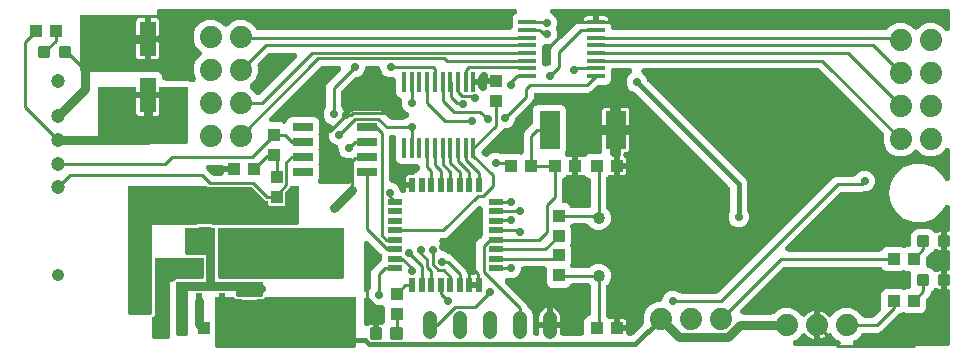
<source format=gbr>
G04 EAGLE Gerber X2 export*
%TF.Part,Single*%
%TF.FileFunction,Copper,L1,Top,Mixed*%
%TF.FilePolarity,Positive*%
%TF.GenerationSoftware,Autodesk,EAGLE,9.1.3*%
%TF.CreationDate,2019-04-01T20:10:06Z*%
G75*
%MOMM*%
%FSLAX34Y34*%
%LPD*%
%AMOC8*
5,1,8,0,0,1.08239X$1,22.5*%
G01*
%ADD10R,1.100000X1.000000*%
%ADD11R,1.000000X1.100000*%
%ADD12C,0.300000*%
%ADD13R,3.250000X2.500000*%
%ADD14C,1.879600*%
%ADD15R,1.800000X3.200000*%
%ADD16C,1.219200*%
%ADD17R,1.500000X0.450000*%
%ADD18R,0.589100X1.319200*%
%ADD19R,1.200000X0.500000*%
%ADD20R,0.500000X1.200000*%
%ADD21C,1.055600*%
%ADD22C,1.200000*%
%ADD23R,0.789100X0.977200*%
%ADD24R,1.700000X0.750000*%
%ADD25R,0.355600X1.676400*%
%ADD26C,1.030000*%
%ADD27R,1.400000X3.000000*%
%ADD28C,0.705600*%
%ADD29C,0.762000*%
%ADD30C,0.254000*%
%ADD31C,0.508000*%
%ADD32C,0.406400*%

G36*
X786165Y5084D02*
X786165Y5084D01*
X786199Y5082D01*
X786388Y5104D01*
X786579Y5121D01*
X786612Y5130D01*
X786646Y5134D01*
X786829Y5189D01*
X787013Y5239D01*
X787044Y5254D01*
X787077Y5264D01*
X787248Y5351D01*
X787420Y5433D01*
X787448Y5453D01*
X787479Y5468D01*
X787631Y5584D01*
X787786Y5695D01*
X787810Y5720D01*
X787837Y5740D01*
X787966Y5880D01*
X788100Y6017D01*
X788119Y6046D01*
X788143Y6072D01*
X788245Y6233D01*
X788352Y6390D01*
X788366Y6422D01*
X788384Y6451D01*
X788457Y6628D01*
X788534Y6802D01*
X788542Y6836D01*
X788555Y6868D01*
X788595Y7055D01*
X788641Y7240D01*
X788643Y7274D01*
X788650Y7308D01*
X788669Y7620D01*
X788669Y50880D01*
X788666Y50915D01*
X788668Y50949D01*
X788646Y51138D01*
X788629Y51329D01*
X788620Y51362D01*
X788616Y51396D01*
X788561Y51579D01*
X788511Y51763D01*
X788496Y51794D01*
X788486Y51827D01*
X788399Y51998D01*
X788317Y52170D01*
X788297Y52198D01*
X788282Y52229D01*
X788166Y52381D01*
X788055Y52536D01*
X788030Y52560D01*
X788010Y52587D01*
X787870Y52716D01*
X787733Y52850D01*
X787704Y52869D01*
X787678Y52893D01*
X787517Y52995D01*
X787360Y53102D01*
X787328Y53116D01*
X787299Y53134D01*
X787122Y53207D01*
X786948Y53284D01*
X786914Y53292D01*
X786882Y53305D01*
X786695Y53345D01*
X786510Y53391D01*
X786476Y53393D01*
X786442Y53400D01*
X786130Y53419D01*
X786009Y53419D01*
X786009Y60960D01*
X786009Y68501D01*
X786130Y68501D01*
X786165Y68504D01*
X786199Y68502D01*
X786388Y68524D01*
X786579Y68541D01*
X786612Y68550D01*
X786646Y68554D01*
X786829Y68609D01*
X787013Y68659D01*
X787044Y68674D01*
X787077Y68684D01*
X787248Y68771D01*
X787420Y68853D01*
X787448Y68873D01*
X787479Y68888D01*
X787631Y69004D01*
X787786Y69115D01*
X787810Y69140D01*
X787837Y69160D01*
X787966Y69300D01*
X788100Y69437D01*
X788119Y69466D01*
X788143Y69492D01*
X788245Y69653D01*
X788352Y69810D01*
X788366Y69842D01*
X788384Y69871D01*
X788457Y70048D01*
X788534Y70222D01*
X788542Y70256D01*
X788555Y70288D01*
X788595Y70475D01*
X788641Y70660D01*
X788643Y70694D01*
X788650Y70728D01*
X788669Y71040D01*
X788669Y83900D01*
X788666Y83935D01*
X788668Y83969D01*
X788646Y84158D01*
X788629Y84349D01*
X788620Y84382D01*
X788616Y84416D01*
X788561Y84599D01*
X788511Y84783D01*
X788496Y84814D01*
X788486Y84847D01*
X788399Y85018D01*
X788317Y85190D01*
X788297Y85218D01*
X788282Y85249D01*
X788167Y85400D01*
X788055Y85556D01*
X788030Y85580D01*
X788010Y85607D01*
X787870Y85736D01*
X787733Y85870D01*
X787704Y85889D01*
X787678Y85913D01*
X787517Y86015D01*
X787360Y86122D01*
X787328Y86136D01*
X787299Y86154D01*
X787122Y86227D01*
X786948Y86304D01*
X786914Y86312D01*
X786882Y86325D01*
X786695Y86365D01*
X786510Y86411D01*
X786476Y86413D01*
X786442Y86420D01*
X786130Y86439D01*
X786009Y86439D01*
X786009Y93980D01*
X786009Y101521D01*
X786130Y101521D01*
X786165Y101524D01*
X786199Y101522D01*
X786388Y101544D01*
X786579Y101561D01*
X786612Y101570D01*
X786646Y101574D01*
X786829Y101629D01*
X787013Y101679D01*
X787044Y101694D01*
X787077Y101704D01*
X787248Y101791D01*
X787420Y101873D01*
X787448Y101893D01*
X787479Y101908D01*
X787631Y102024D01*
X787786Y102135D01*
X787810Y102160D01*
X787837Y102180D01*
X787966Y102320D01*
X788100Y102457D01*
X788119Y102486D01*
X788143Y102512D01*
X788245Y102673D01*
X788352Y102830D01*
X788366Y102862D01*
X788384Y102891D01*
X788457Y103068D01*
X788534Y103242D01*
X788542Y103276D01*
X788555Y103308D01*
X788595Y103495D01*
X788641Y103680D01*
X788643Y103714D01*
X788650Y103748D01*
X788669Y104060D01*
X788669Y122058D01*
X788668Y122070D01*
X788669Y122082D01*
X788648Y122294D01*
X788629Y122507D01*
X788626Y122518D01*
X788625Y122530D01*
X788567Y122735D01*
X788511Y122941D01*
X788506Y122952D01*
X788503Y122963D01*
X788409Y123156D01*
X788317Y123348D01*
X788311Y123357D01*
X788306Y123368D01*
X788180Y123540D01*
X788055Y123714D01*
X788047Y123722D01*
X788040Y123731D01*
X787886Y123879D01*
X787733Y124028D01*
X787723Y124035D01*
X787715Y124043D01*
X787537Y124161D01*
X787360Y124280D01*
X787349Y124285D01*
X787339Y124291D01*
X787144Y124376D01*
X786948Y124462D01*
X786937Y124465D01*
X786926Y124470D01*
X786718Y124518D01*
X786510Y124569D01*
X786499Y124570D01*
X786488Y124572D01*
X786274Y124584D01*
X786061Y124597D01*
X786050Y124595D01*
X786038Y124596D01*
X785827Y124570D01*
X785614Y124545D01*
X785602Y124541D01*
X785591Y124540D01*
X785390Y124477D01*
X785183Y124414D01*
X785172Y124409D01*
X785161Y124406D01*
X784972Y124307D01*
X784781Y124210D01*
X784772Y124203D01*
X784762Y124198D01*
X784592Y124066D01*
X784423Y123938D01*
X784415Y123930D01*
X784406Y123922D01*
X784261Y123763D01*
X784118Y123607D01*
X784111Y123597D01*
X784104Y123589D01*
X783931Y123328D01*
X781166Y118538D01*
X774509Y112953D01*
X766344Y109981D01*
X757656Y109981D01*
X749491Y112953D01*
X742835Y118538D01*
X738490Y126063D01*
X736981Y134620D01*
X738490Y143177D01*
X742834Y150702D01*
X749491Y156287D01*
X757656Y159259D01*
X766344Y159259D01*
X774509Y156287D01*
X781165Y150702D01*
X783931Y145912D01*
X783938Y145902D01*
X783943Y145892D01*
X784066Y145720D01*
X784190Y145543D01*
X784198Y145535D01*
X784205Y145526D01*
X784359Y145376D01*
X784510Y145227D01*
X784519Y145220D01*
X784527Y145212D01*
X784706Y145091D01*
X784880Y144971D01*
X784891Y144966D01*
X784900Y144960D01*
X785097Y144873D01*
X785290Y144785D01*
X785302Y144782D01*
X785312Y144778D01*
X785519Y144727D01*
X785727Y144674D01*
X785739Y144674D01*
X785750Y144671D01*
X785961Y144658D01*
X786176Y144643D01*
X786188Y144644D01*
X786199Y144643D01*
X786412Y144668D01*
X786624Y144691D01*
X786635Y144694D01*
X786646Y144695D01*
X786853Y144758D01*
X787056Y144817D01*
X787066Y144822D01*
X787077Y144826D01*
X787268Y144923D01*
X787459Y145018D01*
X787468Y145025D01*
X787479Y145030D01*
X787648Y145158D01*
X787820Y145287D01*
X787828Y145295D01*
X787837Y145302D01*
X787982Y145458D01*
X788128Y145615D01*
X788135Y145625D01*
X788143Y145633D01*
X788258Y145814D01*
X788374Y145992D01*
X788378Y146003D01*
X788384Y146013D01*
X788466Y146212D01*
X788548Y146407D01*
X788551Y146419D01*
X788555Y146429D01*
X788600Y146639D01*
X788647Y146847D01*
X788648Y146858D01*
X788650Y146870D01*
X788669Y147182D01*
X788669Y170243D01*
X788658Y170373D01*
X788656Y170503D01*
X788638Y170596D01*
X788629Y170691D01*
X788595Y170817D01*
X788570Y170945D01*
X788536Y171034D01*
X788511Y171126D01*
X788455Y171243D01*
X788408Y171365D01*
X788358Y171446D01*
X788317Y171532D01*
X788242Y171638D01*
X788174Y171749D01*
X788111Y171821D01*
X788055Y171899D01*
X787962Y171989D01*
X787876Y172087D01*
X787801Y172146D01*
X787733Y172213D01*
X787625Y172286D01*
X787523Y172366D01*
X787439Y172411D01*
X787360Y172465D01*
X787241Y172517D01*
X787126Y172579D01*
X787035Y172608D01*
X786948Y172647D01*
X786821Y172678D01*
X786698Y172718D01*
X786603Y172731D01*
X786510Y172754D01*
X786381Y172762D01*
X786252Y172779D01*
X786156Y172775D01*
X786061Y172781D01*
X785932Y172766D01*
X785802Y172761D01*
X785709Y172740D01*
X785614Y172729D01*
X785489Y172692D01*
X785362Y172663D01*
X785274Y172627D01*
X785183Y172599D01*
X785067Y172540D01*
X784947Y172490D01*
X784867Y172438D01*
X784781Y172395D01*
X784678Y172316D01*
X784569Y172245D01*
X784471Y172159D01*
X784423Y172123D01*
X784392Y172090D01*
X784334Y172038D01*
X780362Y168066D01*
X775040Y165861D01*
X769280Y165861D01*
X763958Y168066D01*
X761256Y170768D01*
X761229Y170791D01*
X761206Y170817D01*
X761057Y170935D01*
X760910Y171057D01*
X760880Y171075D01*
X760853Y171096D01*
X760685Y171186D01*
X760519Y171281D01*
X760487Y171292D01*
X760456Y171309D01*
X760275Y171368D01*
X760095Y171432D01*
X760061Y171437D01*
X760028Y171448D01*
X759839Y171474D01*
X759651Y171505D01*
X759616Y171505D01*
X759582Y171509D01*
X759391Y171502D01*
X759200Y171499D01*
X759166Y171492D01*
X759132Y171491D01*
X758946Y171450D01*
X758758Y171413D01*
X758726Y171401D01*
X758692Y171393D01*
X758517Y171320D01*
X758338Y171251D01*
X758309Y171233D01*
X758277Y171220D01*
X758117Y171116D01*
X757954Y171017D01*
X757928Y170994D01*
X757899Y170975D01*
X757664Y170768D01*
X754962Y168066D01*
X749640Y165861D01*
X743880Y165861D01*
X738558Y168066D01*
X734486Y172138D01*
X732281Y177460D01*
X732281Y183220D01*
X732399Y183503D01*
X732462Y183706D01*
X732528Y183907D01*
X732529Y183920D01*
X732533Y183933D01*
X732560Y184142D01*
X732589Y184353D01*
X732588Y184367D01*
X732590Y184379D01*
X732579Y184590D01*
X732571Y184803D01*
X732568Y184816D01*
X732567Y184829D01*
X732519Y185035D01*
X732473Y185243D01*
X732468Y185255D01*
X732465Y185268D01*
X732382Y185461D01*
X732299Y185658D01*
X732292Y185669D01*
X732287Y185681D01*
X732171Y185857D01*
X732055Y186036D01*
X732045Y186048D01*
X732039Y186057D01*
X732012Y186086D01*
X731848Y186271D01*
X678423Y239696D01*
X678297Y239801D01*
X678176Y239913D01*
X678125Y239945D01*
X678078Y239984D01*
X677935Y240066D01*
X677796Y240154D01*
X677740Y240178D01*
X677687Y240208D01*
X677532Y240263D01*
X677380Y240325D01*
X677320Y240338D01*
X677263Y240359D01*
X677100Y240385D01*
X676940Y240420D01*
X676863Y240425D01*
X676818Y240432D01*
X676757Y240431D01*
X676628Y240439D01*
X529706Y240439D01*
X529576Y240428D01*
X529446Y240426D01*
X529352Y240408D01*
X529257Y240399D01*
X529132Y240365D01*
X529004Y240340D01*
X528915Y240306D01*
X528823Y240281D01*
X528706Y240225D01*
X528584Y240178D01*
X528502Y240128D01*
X528416Y240087D01*
X528310Y240012D01*
X528199Y239944D01*
X528128Y239881D01*
X528050Y239825D01*
X527959Y239732D01*
X527862Y239646D01*
X527803Y239571D01*
X527736Y239503D01*
X527663Y239395D01*
X527582Y239293D01*
X527537Y239209D01*
X527484Y239130D01*
X527431Y239011D01*
X527370Y238896D01*
X527340Y238805D01*
X527302Y238718D01*
X527271Y238591D01*
X527231Y238468D01*
X527218Y238373D01*
X527195Y238280D01*
X527187Y238151D01*
X527169Y238022D01*
X527173Y237926D01*
X527167Y237831D01*
X527182Y237702D01*
X527188Y237572D01*
X527208Y237479D01*
X527219Y237384D01*
X527257Y237259D01*
X527285Y237132D01*
X527322Y237044D01*
X527350Y236953D01*
X527409Y236837D01*
X527459Y236717D01*
X527511Y236637D01*
X527554Y236551D01*
X527633Y236448D01*
X527703Y236339D01*
X527789Y236241D01*
X527826Y236193D01*
X527859Y236162D01*
X527910Y236104D01*
X530538Y233476D01*
X531841Y230331D01*
X531895Y230228D01*
X531940Y230120D01*
X531999Y230029D01*
X532049Y229932D01*
X532121Y229840D01*
X532184Y229742D01*
X532287Y229626D01*
X532325Y229576D01*
X532352Y229552D01*
X532391Y229508D01*
X613272Y148627D01*
X615630Y146269D01*
X616713Y143655D01*
X616713Y120129D01*
X616723Y120013D01*
X616723Y119896D01*
X616743Y119789D01*
X616753Y119681D01*
X616783Y119568D01*
X616804Y119453D01*
X616855Y119307D01*
X616871Y119246D01*
X616887Y119214D01*
X616906Y119157D01*
X618209Y116012D01*
X618209Y112588D01*
X616898Y109424D01*
X614476Y107002D01*
X611312Y105691D01*
X607888Y105691D01*
X604724Y107002D01*
X602302Y109424D01*
X600991Y112588D01*
X600991Y116012D01*
X602294Y119157D01*
X602329Y119269D01*
X602373Y119377D01*
X602396Y119483D01*
X602429Y119587D01*
X602443Y119703D01*
X602468Y119817D01*
X602478Y119971D01*
X602485Y120034D01*
X602484Y120070D01*
X602487Y120129D01*
X602487Y138242D01*
X602473Y138406D01*
X602466Y138570D01*
X602453Y138630D01*
X602447Y138691D01*
X602404Y138849D01*
X602368Y139010D01*
X602345Y139066D01*
X602329Y139125D01*
X602258Y139273D01*
X602195Y139425D01*
X602162Y139477D01*
X602135Y139532D01*
X602040Y139665D01*
X601950Y139803D01*
X601899Y139861D01*
X601873Y139898D01*
X601830Y139940D01*
X601744Y140038D01*
X522332Y219449D01*
X522243Y219524D01*
X522160Y219606D01*
X522071Y219668D01*
X521987Y219738D01*
X521886Y219796D01*
X521789Y219862D01*
X521651Y219930D01*
X521596Y219961D01*
X521562Y219973D01*
X521509Y219999D01*
X518364Y221302D01*
X515942Y223724D01*
X514631Y226888D01*
X514631Y230312D01*
X515942Y233476D01*
X518570Y236104D01*
X518653Y236204D01*
X518744Y236297D01*
X518798Y236377D01*
X518859Y236450D01*
X518923Y236563D01*
X518996Y236670D01*
X519035Y236758D01*
X519082Y236841D01*
X519126Y236963D01*
X519178Y237082D01*
X519201Y237175D01*
X519233Y237265D01*
X519254Y237393D01*
X519285Y237520D01*
X519291Y237615D01*
X519306Y237709D01*
X519305Y237839D01*
X519313Y237969D01*
X519302Y238064D01*
X519300Y238160D01*
X519276Y238287D01*
X519261Y238416D01*
X519233Y238508D01*
X519215Y238602D01*
X519168Y238723D01*
X519130Y238847D01*
X519087Y238933D01*
X519053Y239022D01*
X518985Y239133D01*
X518926Y239249D01*
X518868Y239325D01*
X518819Y239406D01*
X518732Y239504D01*
X518654Y239607D01*
X518584Y239672D01*
X518520Y239744D01*
X518418Y239824D01*
X518323Y239913D01*
X518242Y239964D01*
X518167Y240023D01*
X518053Y240084D01*
X517943Y240154D01*
X517855Y240191D01*
X517770Y240236D01*
X517647Y240276D01*
X517527Y240325D01*
X517433Y240345D01*
X517342Y240375D01*
X517214Y240393D01*
X517086Y240420D01*
X516957Y240428D01*
X516896Y240436D01*
X516851Y240435D01*
X516774Y240439D01*
X503860Y240439D01*
X503825Y240436D01*
X503791Y240438D01*
X503602Y240416D01*
X503411Y240399D01*
X503378Y240390D01*
X503344Y240386D01*
X503161Y240331D01*
X502977Y240281D01*
X502946Y240266D01*
X502913Y240256D01*
X502742Y240169D01*
X502570Y240087D01*
X502542Y240067D01*
X502511Y240052D01*
X502359Y239936D01*
X502204Y239825D01*
X502180Y239800D01*
X502153Y239780D01*
X502024Y239640D01*
X501890Y239503D01*
X501871Y239474D01*
X501847Y239448D01*
X501745Y239287D01*
X501638Y239130D01*
X501624Y239098D01*
X501606Y239069D01*
X501533Y238892D01*
X501456Y238718D01*
X501448Y238684D01*
X501435Y238652D01*
X501395Y238465D01*
X501349Y238280D01*
X501347Y238246D01*
X501340Y238212D01*
X501321Y237900D01*
X501321Y230529D01*
X500547Y228662D01*
X499118Y227233D01*
X497251Y226459D01*
X491442Y226459D01*
X491279Y226445D01*
X491114Y226438D01*
X491055Y226425D01*
X490994Y226419D01*
X490835Y226376D01*
X490675Y226340D01*
X490618Y226317D01*
X490559Y226301D01*
X490411Y226230D01*
X490259Y226167D01*
X490208Y226134D01*
X490153Y226107D01*
X490019Y226012D01*
X489881Y225922D01*
X489823Y225871D01*
X489787Y225845D01*
X489744Y225802D01*
X489647Y225716D01*
X486751Y222820D01*
X484607Y220676D01*
X482273Y219709D01*
X438488Y219709D01*
X438453Y219706D01*
X438419Y219708D01*
X438230Y219686D01*
X438039Y219669D01*
X438006Y219660D01*
X437972Y219656D01*
X437789Y219601D01*
X437605Y219551D01*
X437574Y219536D01*
X437541Y219526D01*
X437370Y219439D01*
X437198Y219357D01*
X437170Y219337D01*
X437139Y219322D01*
X436987Y219206D01*
X436832Y219095D01*
X436808Y219070D01*
X436781Y219050D01*
X436652Y218910D01*
X436518Y218773D01*
X436499Y218744D01*
X436475Y218718D01*
X436373Y218557D01*
X436266Y218400D01*
X436252Y218368D01*
X436234Y218339D01*
X436161Y218162D01*
X436084Y217988D01*
X436076Y217954D01*
X436063Y217922D01*
X436023Y217735D01*
X435977Y217550D01*
X435975Y217516D01*
X435968Y217482D01*
X435949Y217170D01*
X435949Y214975D01*
X434982Y212641D01*
X434662Y212321D01*
X434548Y212184D01*
X434429Y212052D01*
X434404Y212012D01*
X434373Y211975D01*
X434285Y211821D01*
X434191Y211670D01*
X434173Y211626D01*
X434150Y211584D01*
X434090Y211417D01*
X434024Y211252D01*
X434015Y211205D01*
X433999Y211160D01*
X433970Y210985D01*
X433934Y210811D01*
X433933Y210763D01*
X433925Y210716D01*
X433927Y210558D01*
X433805Y210548D01*
X433627Y210541D01*
X433580Y210530D01*
X433533Y210527D01*
X433361Y210482D01*
X433187Y210443D01*
X433143Y210425D01*
X433097Y210413D01*
X432936Y210338D01*
X432772Y210269D01*
X432732Y210243D01*
X432688Y210223D01*
X432543Y210122D01*
X432394Y210025D01*
X432349Y209986D01*
X432320Y209965D01*
X432275Y209921D01*
X432159Y209818D01*
X420832Y198491D01*
X420727Y198365D01*
X420615Y198244D01*
X420583Y198193D01*
X420544Y198146D01*
X420462Y198003D01*
X420374Y197864D01*
X420350Y197808D01*
X420320Y197755D01*
X420265Y197600D01*
X420203Y197448D01*
X420190Y197388D01*
X420169Y197331D01*
X420143Y197168D01*
X420108Y197008D01*
X420103Y196931D01*
X420096Y196886D01*
X420097Y196825D01*
X420089Y196696D01*
X420089Y196408D01*
X418778Y193244D01*
X416356Y190822D01*
X413192Y189511D01*
X411617Y189511D01*
X411405Y189492D01*
X411194Y189476D01*
X411182Y189473D01*
X411168Y189471D01*
X410963Y189415D01*
X410759Y189362D01*
X410747Y189356D01*
X410734Y189353D01*
X410544Y189263D01*
X410350Y189173D01*
X410339Y189165D01*
X410327Y189159D01*
X410156Y189037D01*
X409981Y188914D01*
X409972Y188905D01*
X409961Y188897D01*
X409813Y188745D01*
X409664Y188595D01*
X409656Y188584D01*
X409647Y188575D01*
X409528Y188398D01*
X409408Y188225D01*
X409401Y188210D01*
X409395Y188202D01*
X409379Y188165D01*
X409271Y187944D01*
X409244Y187879D01*
X407100Y185735D01*
X392559Y171194D01*
X392536Y171167D01*
X392511Y171144D01*
X392393Y170995D01*
X392270Y170848D01*
X392253Y170818D01*
X392231Y170791D01*
X392141Y170623D01*
X392047Y170457D01*
X392035Y170425D01*
X392019Y170394D01*
X391960Y170213D01*
X391896Y170033D01*
X391890Y169999D01*
X391879Y169966D01*
X391853Y169777D01*
X391822Y169589D01*
X391823Y169554D01*
X391818Y169520D01*
X391826Y169329D01*
X391828Y169139D01*
X391835Y169104D01*
X391836Y169070D01*
X391878Y168884D01*
X391914Y168696D01*
X391926Y168664D01*
X391934Y168630D01*
X392007Y168454D01*
X392076Y168276D01*
X392094Y168247D01*
X392108Y168215D01*
X392211Y168055D01*
X392310Y167892D01*
X392333Y167866D01*
X392352Y167837D01*
X392559Y167602D01*
X394118Y166043D01*
X394144Y166021D01*
X394167Y165995D01*
X394317Y165877D01*
X394463Y165755D01*
X394493Y165737D01*
X394520Y165716D01*
X394689Y165626D01*
X394854Y165531D01*
X394887Y165520D01*
X394917Y165503D01*
X395099Y165444D01*
X395278Y165380D01*
X395313Y165375D01*
X395346Y165364D01*
X395535Y165338D01*
X395723Y165307D01*
X395757Y165307D01*
X395792Y165303D01*
X395982Y165310D01*
X396173Y165313D01*
X396207Y165320D01*
X396242Y165321D01*
X396428Y165362D01*
X396615Y165399D01*
X396647Y165411D01*
X396681Y165419D01*
X396857Y165492D01*
X397035Y165561D01*
X397065Y165579D01*
X397097Y165592D01*
X397257Y165696D01*
X397420Y165795D01*
X397446Y165818D01*
X397475Y165836D01*
X397709Y166043D01*
X398984Y167318D01*
X402148Y168629D01*
X405572Y168629D01*
X408323Y167489D01*
X408480Y167440D01*
X408635Y167383D01*
X408695Y167373D01*
X408753Y167354D01*
X408916Y167334D01*
X409078Y167305D01*
X409139Y167305D01*
X409200Y167298D01*
X409364Y167306D01*
X409528Y167307D01*
X409588Y167318D01*
X409649Y167321D01*
X409809Y167358D01*
X409971Y167388D01*
X410044Y167413D01*
X410088Y167423D01*
X410144Y167447D01*
X410267Y167489D01*
X410439Y167561D01*
X423461Y167561D01*
X424088Y167301D01*
X424167Y167276D01*
X424242Y167243D01*
X424381Y167209D01*
X424518Y167166D01*
X424600Y167156D01*
X424680Y167136D01*
X424822Y167127D01*
X424965Y167109D01*
X425047Y167113D01*
X425129Y167108D01*
X425271Y167125D01*
X425414Y167132D01*
X425494Y167151D01*
X425576Y167160D01*
X425714Y167202D01*
X425853Y167234D01*
X425928Y167267D01*
X426007Y167291D01*
X426135Y167356D01*
X426266Y167412D01*
X426335Y167458D01*
X426409Y167495D01*
X426522Y167581D01*
X426642Y167661D01*
X426702Y167717D01*
X426767Y167767D01*
X426864Y167872D01*
X426968Y167971D01*
X427017Y168038D01*
X427073Y168098D01*
X427149Y168219D01*
X427234Y168335D01*
X427270Y168409D01*
X427314Y168478D01*
X427369Y168610D01*
X427432Y168739D01*
X427454Y168819D01*
X427485Y168895D01*
X427515Y169035D01*
X427555Y169172D01*
X427563Y169254D01*
X427580Y169335D01*
X427595Y169581D01*
X427599Y169620D01*
X427598Y169631D01*
X427599Y169647D01*
X427599Y184143D01*
X428566Y186477D01*
X430710Y188621D01*
X433289Y191200D01*
X434696Y192607D01*
X434801Y192733D01*
X434913Y192854D01*
X434945Y192905D01*
X434984Y192952D01*
X435066Y193095D01*
X435154Y193234D01*
X435178Y193290D01*
X435208Y193343D01*
X435263Y193498D01*
X435325Y193650D01*
X435338Y193710D01*
X435359Y193767D01*
X435385Y193930D01*
X435420Y194090D01*
X435425Y194167D01*
X435432Y194212D01*
X435431Y194273D01*
X435439Y194402D01*
X435439Y204971D01*
X436301Y207051D01*
X436354Y207221D01*
X436414Y207388D01*
X436421Y207435D01*
X436436Y207481D01*
X436458Y207657D01*
X436487Y207832D01*
X436486Y207880D01*
X436492Y207927D01*
X436489Y207995D01*
X436513Y207996D01*
X436691Y207996D01*
X436738Y208005D01*
X436785Y208007D01*
X436959Y208045D01*
X437134Y208077D01*
X437190Y208097D01*
X437225Y208105D01*
X437283Y208129D01*
X437429Y208179D01*
X439509Y209041D01*
X459531Y209041D01*
X461398Y208267D01*
X462827Y206838D01*
X463601Y204971D01*
X463601Y170949D01*
X462714Y168810D01*
X462629Y168660D01*
X462617Y168627D01*
X462601Y168596D01*
X462542Y168416D01*
X462540Y168411D01*
X462539Y168406D01*
X462478Y168236D01*
X462472Y168201D01*
X462461Y168168D01*
X462437Y167988D01*
X462433Y167973D01*
X462432Y167960D01*
X462404Y167792D01*
X462405Y167757D01*
X462400Y167722D01*
X462407Y167551D01*
X462405Y167524D01*
X462408Y167499D01*
X462410Y167341D01*
X462417Y167307D01*
X462418Y167272D01*
X462453Y167118D01*
X462457Y167076D01*
X462469Y167039D01*
X462496Y166899D01*
X462508Y166866D01*
X462516Y166832D01*
X462571Y166700D01*
X462588Y166645D01*
X462612Y166597D01*
X462658Y166479D01*
X462676Y166449D01*
X462690Y166417D01*
X462758Y166310D01*
X462792Y166244D01*
X462835Y166187D01*
X462892Y166094D01*
X462915Y166068D01*
X462934Y166039D01*
X463032Y165927D01*
X463064Y165885D01*
X463090Y165861D01*
X463097Y165853D01*
X463105Y165845D01*
X463141Y165804D01*
X463181Y165764D01*
X463189Y165757D01*
X463190Y165757D01*
X463192Y165755D01*
X463307Y165659D01*
X463428Y165547D01*
X463479Y165515D01*
X463526Y165476D01*
X463669Y165394D01*
X463808Y165306D01*
X463864Y165282D01*
X463917Y165252D01*
X464072Y165197D01*
X464224Y165135D01*
X464284Y165122D01*
X464341Y165101D01*
X464504Y165075D01*
X464664Y165040D01*
X464741Y165035D01*
X464786Y165028D01*
X464847Y165029D01*
X464976Y165021D01*
X468241Y165021D01*
X468241Y157480D01*
X468241Y149939D01*
X464976Y149939D01*
X464813Y149925D01*
X464648Y149918D01*
X464589Y149905D01*
X464528Y149899D01*
X464369Y149856D01*
X464209Y149820D01*
X464152Y149797D01*
X464093Y149781D01*
X463945Y149710D01*
X463793Y149647D01*
X463742Y149614D01*
X463687Y149587D01*
X463553Y149492D01*
X463415Y149402D01*
X463357Y149351D01*
X463321Y149325D01*
X463278Y149282D01*
X463181Y149196D01*
X462158Y148173D01*
X461698Y147982D01*
X461510Y147884D01*
X461321Y147788D01*
X461311Y147780D01*
X461299Y147774D01*
X461131Y147644D01*
X460963Y147516D01*
X460954Y147506D01*
X460943Y147498D01*
X460801Y147341D01*
X460657Y147185D01*
X460650Y147174D01*
X460642Y147164D01*
X460530Y146984D01*
X460416Y146805D01*
X460411Y146793D01*
X460404Y146782D01*
X460326Y146585D01*
X460245Y146388D01*
X460242Y146375D01*
X460237Y146363D01*
X460195Y146156D01*
X460150Y145948D01*
X460149Y145932D01*
X460147Y145922D01*
X460146Y145883D01*
X460131Y145636D01*
X460131Y129937D01*
X459855Y129272D01*
X459831Y129193D01*
X459797Y129118D01*
X459763Y128978D01*
X459721Y128842D01*
X459710Y128760D01*
X459691Y128680D01*
X459682Y128538D01*
X459664Y128395D01*
X459668Y128313D01*
X459663Y128231D01*
X459679Y128089D01*
X459687Y127946D01*
X459705Y127865D01*
X459715Y127784D01*
X459756Y127647D01*
X459789Y127507D01*
X459821Y127432D01*
X459845Y127353D01*
X459910Y127225D01*
X459967Y127094D01*
X460012Y127025D01*
X460050Y126951D01*
X460136Y126838D01*
X460215Y126718D01*
X460272Y126658D01*
X460322Y126593D01*
X460427Y126496D01*
X460526Y126392D01*
X460592Y126343D01*
X460653Y126287D01*
X460774Y126211D01*
X460889Y126126D01*
X460963Y126090D01*
X461033Y126046D01*
X461165Y125991D01*
X461294Y125928D01*
X461373Y125906D01*
X461449Y125875D01*
X461589Y125845D01*
X461727Y125805D01*
X461809Y125797D01*
X461889Y125780D01*
X462135Y125765D01*
X462175Y125761D01*
X462186Y125762D01*
X462201Y125761D01*
X463211Y125761D01*
X465078Y124987D01*
X466507Y123558D01*
X466698Y123098D01*
X466796Y122910D01*
X466892Y122721D01*
X466900Y122711D01*
X466906Y122699D01*
X467036Y122531D01*
X467164Y122363D01*
X467174Y122354D01*
X467182Y122343D01*
X467339Y122201D01*
X467495Y122057D01*
X467506Y122050D01*
X467516Y122042D01*
X467696Y121930D01*
X467875Y121816D01*
X467887Y121811D01*
X467898Y121804D01*
X468095Y121726D01*
X468292Y121645D01*
X468305Y121642D01*
X468317Y121637D01*
X468524Y121595D01*
X468732Y121550D01*
X468748Y121549D01*
X468758Y121547D01*
X468797Y121546D01*
X469044Y121531D01*
X482092Y121531D01*
X482127Y121534D01*
X482161Y121532D01*
X482350Y121554D01*
X482541Y121571D01*
X482574Y121580D01*
X482608Y121584D01*
X482791Y121639D01*
X482975Y121689D01*
X483006Y121704D01*
X483039Y121714D01*
X483210Y121801D01*
X483382Y121883D01*
X483410Y121903D01*
X483441Y121918D01*
X483593Y122034D01*
X483748Y122145D01*
X483772Y122170D01*
X483799Y122190D01*
X483928Y122330D01*
X484062Y122467D01*
X484081Y122496D01*
X484105Y122522D01*
X484207Y122683D01*
X484314Y122840D01*
X484328Y122872D01*
X484346Y122901D01*
X484419Y123078D01*
X484496Y123252D01*
X484504Y123286D01*
X484517Y123318D01*
X484557Y123505D01*
X484603Y123690D01*
X484605Y123724D01*
X484612Y123758D01*
X484631Y124070D01*
X484631Y144956D01*
X484612Y145168D01*
X484596Y145379D01*
X484593Y145391D01*
X484591Y145405D01*
X484536Y145607D01*
X484482Y145814D01*
X484476Y145826D01*
X484473Y145839D01*
X484383Y146029D01*
X484293Y146223D01*
X484285Y146234D01*
X484279Y146246D01*
X484157Y146417D01*
X484034Y146592D01*
X484025Y146601D01*
X484017Y146612D01*
X483865Y146760D01*
X483715Y146909D01*
X483704Y146917D01*
X483695Y146926D01*
X483519Y147045D01*
X483345Y147165D01*
X483330Y147172D01*
X483322Y147178D01*
X483285Y147194D01*
X483064Y147302D01*
X480962Y148173D01*
X479687Y149448D01*
X479651Y149478D01*
X479620Y149512D01*
X479479Y149622D01*
X479341Y149737D01*
X479301Y149760D01*
X479265Y149788D01*
X479106Y149872D01*
X478950Y149960D01*
X478907Y149976D01*
X478866Y149997D01*
X478695Y150051D01*
X478526Y150111D01*
X478480Y150119D01*
X478436Y150133D01*
X478259Y150155D01*
X478082Y150185D01*
X478036Y150184D01*
X477990Y150190D01*
X477811Y150181D01*
X477632Y150179D01*
X477586Y150170D01*
X477540Y150167D01*
X477234Y150105D01*
X476614Y149939D01*
X473319Y149939D01*
X473319Y157480D01*
X473319Y165021D01*
X476614Y165021D01*
X477234Y164855D01*
X477279Y164847D01*
X477323Y164832D01*
X477501Y164808D01*
X477677Y164777D01*
X477724Y164777D01*
X477769Y164771D01*
X477949Y164778D01*
X478128Y164779D01*
X478173Y164788D01*
X478219Y164789D01*
X478394Y164828D01*
X478571Y164861D01*
X478614Y164877D01*
X478659Y164887D01*
X478824Y164956D01*
X478992Y165019D01*
X479032Y165043D01*
X479074Y165061D01*
X479225Y165158D01*
X479379Y165250D01*
X479414Y165280D01*
X479453Y165305D01*
X479687Y165512D01*
X480962Y166787D01*
X482829Y167561D01*
X491759Y167561D01*
X491900Y167573D01*
X492042Y167576D01*
X492124Y167593D01*
X492208Y167601D01*
X492344Y167638D01*
X492483Y167666D01*
X492561Y167697D01*
X492642Y167719D01*
X492770Y167780D01*
X492901Y167832D01*
X492973Y167876D01*
X493049Y167913D01*
X493164Y167995D01*
X493284Y168070D01*
X493347Y168126D01*
X493415Y168175D01*
X493513Y168276D01*
X493619Y168371D01*
X493670Y168437D01*
X493729Y168497D01*
X493808Y168615D01*
X493895Y168726D01*
X493934Y168801D01*
X493981Y168870D01*
X494038Y169000D01*
X494104Y169125D01*
X494129Y169205D01*
X494163Y169282D01*
X494197Y169420D01*
X494239Y169555D01*
X494250Y169638D01*
X494270Y169720D01*
X494278Y169861D01*
X494297Y170001D01*
X494292Y170085D01*
X494298Y170169D01*
X494281Y170310D01*
X494274Y170451D01*
X494252Y170560D01*
X494245Y170616D01*
X494238Y170642D01*
X494237Y170648D01*
X494228Y170677D01*
X494212Y170757D01*
X493979Y171625D01*
X493979Y183461D01*
X501021Y183461D01*
X501021Y167560D01*
X501023Y167539D01*
X501022Y167524D01*
X501023Y167512D01*
X501022Y167491D01*
X501044Y167302D01*
X501061Y167111D01*
X501070Y167078D01*
X501074Y167044D01*
X501129Y166861D01*
X501179Y166677D01*
X501194Y166646D01*
X501204Y166613D01*
X501291Y166442D01*
X501373Y166270D01*
X501393Y166242D01*
X501408Y166211D01*
X501524Y166059D01*
X501635Y165904D01*
X501660Y165880D01*
X501680Y165853D01*
X501820Y165724D01*
X501957Y165590D01*
X501986Y165571D01*
X502012Y165547D01*
X502173Y165445D01*
X502330Y165338D01*
X502362Y165324D01*
X502391Y165306D01*
X502568Y165233D01*
X502742Y165156D01*
X502776Y165148D01*
X502808Y165135D01*
X502994Y165095D01*
X503180Y165049D01*
X503214Y165047D01*
X503248Y165040D01*
X503560Y165021D01*
X503801Y165021D01*
X503801Y157480D01*
X503801Y149939D01*
X500536Y149939D01*
X500373Y149925D01*
X500208Y149918D01*
X500149Y149905D01*
X500088Y149899D01*
X499929Y149856D01*
X499769Y149820D01*
X499712Y149797D01*
X499653Y149781D01*
X499505Y149710D01*
X499353Y149647D01*
X499302Y149614D01*
X499247Y149587D01*
X499113Y149492D01*
X498975Y149402D01*
X498917Y149351D01*
X498881Y149325D01*
X498838Y149282D01*
X498741Y149196D01*
X498076Y148531D01*
X497971Y148405D01*
X497859Y148284D01*
X497827Y148233D01*
X497788Y148186D01*
X497706Y148043D01*
X497618Y147904D01*
X497594Y147848D01*
X497564Y147795D01*
X497509Y147640D01*
X497447Y147488D01*
X497434Y147428D01*
X497413Y147371D01*
X497387Y147208D01*
X497352Y147048D01*
X497347Y146971D01*
X497340Y146926D01*
X497341Y146865D01*
X497333Y146736D01*
X497333Y122469D01*
X497347Y122306D01*
X497354Y122141D01*
X497367Y122082D01*
X497373Y122021D01*
X497416Y121862D01*
X497452Y121702D01*
X497475Y121645D01*
X497491Y121587D01*
X497562Y121438D01*
X497625Y121286D01*
X497658Y121235D01*
X497685Y121180D01*
X497780Y121047D01*
X497870Y120908D01*
X497921Y120850D01*
X497947Y120814D01*
X497990Y120771D01*
X498076Y120674D01*
X499655Y119095D01*
X501213Y115335D01*
X501213Y111265D01*
X499655Y107505D01*
X496777Y104627D01*
X493017Y103069D01*
X488947Y103069D01*
X485187Y104627D01*
X482257Y107557D01*
X482215Y107639D01*
X482207Y107649D01*
X482201Y107661D01*
X482071Y107829D01*
X481943Y107997D01*
X481933Y108006D01*
X481925Y108017D01*
X481768Y108159D01*
X481612Y108303D01*
X481601Y108310D01*
X481591Y108318D01*
X481411Y108431D01*
X481232Y108544D01*
X481220Y108549D01*
X481209Y108556D01*
X481012Y108635D01*
X480816Y108715D01*
X480803Y108718D01*
X480790Y108723D01*
X480584Y108765D01*
X480375Y108810D01*
X480360Y108811D01*
X480349Y108813D01*
X480310Y108814D01*
X480064Y108829D01*
X469367Y108829D01*
X469285Y108822D01*
X469202Y108824D01*
X469061Y108802D01*
X468918Y108789D01*
X468839Y108768D01*
X468757Y108755D01*
X468622Y108709D01*
X468484Y108671D01*
X468410Y108636D01*
X468331Y108609D01*
X468206Y108539D01*
X468077Y108477D01*
X468010Y108430D01*
X467938Y108389D01*
X467828Y108299D01*
X467711Y108215D01*
X467654Y108156D01*
X467590Y108104D01*
X467497Y107995D01*
X467397Y107893D01*
X467351Y107824D01*
X467297Y107762D01*
X467225Y107638D01*
X467145Y107520D01*
X467112Y107444D01*
X467070Y107373D01*
X467021Y107239D01*
X466963Y107108D01*
X466943Y107028D01*
X466915Y106950D01*
X466890Y106809D01*
X466856Y106670D01*
X466851Y106588D01*
X466837Y106507D01*
X466837Y106364D01*
X466828Y106221D01*
X466838Y106139D01*
X466838Y106057D01*
X466864Y105916D01*
X466880Y105774D01*
X466904Y105695D01*
X466919Y105614D01*
X466999Y105381D01*
X467011Y105343D01*
X467016Y105333D01*
X467021Y105318D01*
X467281Y104691D01*
X467281Y91669D01*
X467062Y91142D01*
X467013Y90985D01*
X466956Y90830D01*
X466946Y90770D01*
X466927Y90712D01*
X466907Y90549D01*
X466878Y90387D01*
X466878Y90326D01*
X466871Y90265D01*
X466879Y90101D01*
X466880Y89937D01*
X466891Y89877D01*
X466894Y89816D01*
X466931Y89656D01*
X466961Y89494D01*
X466986Y89421D01*
X466996Y89377D01*
X467020Y89321D01*
X467062Y89198D01*
X467281Y88671D01*
X467281Y75649D01*
X466859Y74632D01*
X466810Y74475D01*
X466753Y74320D01*
X466743Y74260D01*
X466724Y74202D01*
X466704Y74039D01*
X466675Y73877D01*
X466675Y73816D01*
X466668Y73755D01*
X466676Y73591D01*
X466675Y73571D01*
X466676Y73560D01*
X466677Y73427D01*
X466688Y73367D01*
X466691Y73306D01*
X466721Y73176D01*
X466727Y73124D01*
X466739Y73083D01*
X466758Y72984D01*
X466783Y72911D01*
X466793Y72867D01*
X466817Y72811D01*
X466856Y72698D01*
X466857Y72693D01*
X466858Y72692D01*
X466859Y72688D01*
X466971Y72418D01*
X467069Y72231D01*
X467165Y72041D01*
X467173Y72031D01*
X467180Y72019D01*
X467309Y71852D01*
X467437Y71683D01*
X467447Y71674D01*
X467455Y71663D01*
X467613Y71521D01*
X467769Y71377D01*
X467780Y71370D01*
X467790Y71361D01*
X467970Y71249D01*
X468148Y71136D01*
X468161Y71131D01*
X468172Y71124D01*
X468369Y71045D01*
X468565Y70965D01*
X468578Y70962D01*
X468590Y70957D01*
X468797Y70915D01*
X469005Y70870D01*
X469021Y70869D01*
X469031Y70867D01*
X469071Y70866D01*
X469317Y70851D01*
X481813Y70851D01*
X481976Y70865D01*
X482141Y70872D01*
X482200Y70885D01*
X482261Y70891D01*
X482420Y70934D01*
X482580Y70970D01*
X482637Y70993D01*
X482695Y71009D01*
X482844Y71080D01*
X482996Y71143D01*
X483047Y71176D01*
X483102Y71203D01*
X483235Y71298D01*
X483374Y71388D01*
X483432Y71439D01*
X483468Y71465D01*
X483511Y71508D01*
X483608Y71594D01*
X485187Y73173D01*
X488947Y74731D01*
X493017Y74731D01*
X496777Y73173D01*
X499655Y70295D01*
X501213Y66535D01*
X501213Y62465D01*
X499655Y58705D01*
X498076Y57126D01*
X497971Y57000D01*
X497859Y56879D01*
X497827Y56827D01*
X497788Y56781D01*
X497706Y56638D01*
X497618Y56499D01*
X497594Y56443D01*
X497564Y56390D01*
X497509Y56235D01*
X497447Y56083D01*
X497434Y56023D01*
X497413Y55966D01*
X497387Y55803D01*
X497352Y55642D01*
X497347Y55565D01*
X497340Y55521D01*
X497341Y55461D01*
X497333Y55331D01*
X497333Y31064D01*
X497347Y30901D01*
X497354Y30736D01*
X497367Y30677D01*
X497373Y30616D01*
X497416Y30457D01*
X497452Y30297D01*
X497475Y30240D01*
X497491Y30181D01*
X497562Y30033D01*
X497625Y29881D01*
X497658Y29830D01*
X497685Y29775D01*
X497780Y29641D01*
X497870Y29503D01*
X497921Y29445D01*
X497947Y29409D01*
X497990Y29366D01*
X498076Y29269D01*
X498741Y28604D01*
X498867Y28499D01*
X498988Y28387D01*
X499039Y28355D01*
X499086Y28316D01*
X499229Y28234D01*
X499368Y28146D01*
X499424Y28122D01*
X499477Y28092D01*
X499632Y28037D01*
X499784Y27975D01*
X499844Y27962D01*
X499901Y27941D01*
X500064Y27915D01*
X500224Y27880D01*
X500301Y27875D01*
X500346Y27868D01*
X500407Y27869D01*
X500536Y27861D01*
X503801Y27861D01*
X503801Y20320D01*
X503804Y20286D01*
X503802Y20251D01*
X503824Y20062D01*
X503840Y19872D01*
X503850Y19838D01*
X503854Y19804D01*
X503909Y19621D01*
X503959Y19437D01*
X503974Y19406D01*
X503984Y19373D01*
X504071Y19202D01*
X504152Y19031D01*
X504173Y19003D01*
X504188Y18972D01*
X504303Y18820D01*
X504415Y18665D01*
X504415Y18664D01*
X504439Y18640D01*
X504460Y18613D01*
X504461Y18613D01*
X504461Y18612D01*
X504601Y18483D01*
X504738Y18350D01*
X504766Y18331D01*
X504792Y18307D01*
X504953Y18205D01*
X505111Y18098D01*
X505142Y18084D01*
X505172Y18065D01*
X505348Y17993D01*
X505523Y17916D01*
X505556Y17908D01*
X505588Y17895D01*
X505775Y17854D01*
X505960Y17809D01*
X505994Y17807D01*
X506028Y17800D01*
X506340Y17781D01*
X514381Y17781D01*
X514381Y16256D01*
X514384Y16221D01*
X514382Y16187D01*
X514404Y15997D01*
X514421Y15807D01*
X514430Y15774D01*
X514434Y15740D01*
X514489Y15556D01*
X514539Y15373D01*
X514554Y15342D01*
X514564Y15309D01*
X514651Y15139D01*
X514733Y14966D01*
X514753Y14938D01*
X514768Y14907D01*
X514884Y14756D01*
X514995Y14600D01*
X515020Y14576D01*
X515040Y14549D01*
X515181Y14419D01*
X515317Y14286D01*
X515346Y14267D01*
X515372Y14243D01*
X515533Y14141D01*
X515690Y14034D01*
X515722Y14020D01*
X515751Y14002D01*
X515928Y13929D01*
X516102Y13852D01*
X516136Y13844D01*
X516168Y13831D01*
X516355Y13790D01*
X516540Y13745D01*
X516574Y13743D01*
X516608Y13736D01*
X516920Y13717D01*
X518226Y13717D01*
X518390Y13731D01*
X518554Y13738D01*
X518614Y13751D01*
X518675Y13757D01*
X518833Y13800D01*
X518994Y13836D01*
X519050Y13859D01*
X519109Y13875D01*
X519257Y13946D01*
X519409Y14009D01*
X519461Y14042D01*
X519516Y14069D01*
X519649Y14164D01*
X519787Y14254D01*
X519845Y14305D01*
X519882Y14331D01*
X519924Y14374D01*
X520022Y14460D01*
X528338Y22776D01*
X528443Y22903D01*
X528555Y23024D01*
X528587Y23075D01*
X528626Y23122D01*
X528708Y23265D01*
X528796Y23403D01*
X528820Y23460D01*
X528850Y23513D01*
X528905Y23668D01*
X528967Y23820D01*
X528980Y23880D01*
X529001Y23937D01*
X529027Y24099D01*
X529062Y24260D01*
X529067Y24337D01*
X529074Y24381D01*
X529073Y24442D01*
X529081Y24572D01*
X529081Y30820D01*
X531286Y36142D01*
X535358Y40214D01*
X540680Y42419D01*
X542572Y42419D01*
X542607Y42422D01*
X542641Y42420D01*
X542830Y42442D01*
X543021Y42459D01*
X543054Y42468D01*
X543088Y42472D01*
X543271Y42527D01*
X543455Y42577D01*
X543486Y42592D01*
X543519Y42602D01*
X543690Y42689D01*
X543862Y42771D01*
X543890Y42791D01*
X543921Y42806D01*
X544073Y42922D01*
X544228Y43033D01*
X544252Y43058D01*
X544279Y43078D01*
X544408Y43218D01*
X544542Y43355D01*
X544561Y43384D01*
X544585Y43410D01*
X544687Y43571D01*
X544794Y43728D01*
X544808Y43760D01*
X544826Y43789D01*
X544899Y43966D01*
X544976Y44140D01*
X544984Y44174D01*
X544997Y44206D01*
X545037Y44393D01*
X545083Y44578D01*
X545085Y44612D01*
X545092Y44646D01*
X545107Y44881D01*
X546422Y48056D01*
X548844Y50478D01*
X552008Y51789D01*
X555432Y51789D01*
X558596Y50478D01*
X558800Y50274D01*
X558926Y50169D01*
X559047Y50057D01*
X559099Y50025D01*
X559145Y49986D01*
X559288Y49904D01*
X559427Y49816D01*
X559484Y49792D01*
X559536Y49762D01*
X559691Y49707D01*
X559844Y49645D01*
X559903Y49632D01*
X559961Y49611D01*
X560123Y49585D01*
X560284Y49550D01*
X560361Y49545D01*
X560405Y49538D01*
X560466Y49539D01*
X560596Y49531D01*
X590678Y49531D01*
X590841Y49545D01*
X591006Y49552D01*
X591065Y49565D01*
X591126Y49571D01*
X591285Y49614D01*
X591445Y49650D01*
X591502Y49673D01*
X591561Y49689D01*
X591709Y49760D01*
X591861Y49823D01*
X591912Y49856D01*
X591967Y49883D01*
X592101Y49978D01*
X592239Y50068D01*
X592297Y50119D01*
X592333Y50145D01*
X592376Y50188D01*
X592473Y50274D01*
X689823Y147624D01*
X692157Y148591D01*
X706864Y148591D01*
X707028Y148605D01*
X707192Y148612D01*
X707252Y148625D01*
X707313Y148631D01*
X707472Y148674D01*
X707632Y148710D01*
X707688Y148733D01*
X707747Y148749D01*
X707895Y148820D01*
X708048Y148883D01*
X708099Y148916D01*
X708154Y148943D01*
X708287Y149038D01*
X708426Y149128D01*
X708484Y149179D01*
X708520Y149205D01*
X708562Y149248D01*
X708660Y149334D01*
X711404Y152078D01*
X714568Y153389D01*
X717992Y153389D01*
X721156Y152078D01*
X723578Y149656D01*
X724889Y146492D01*
X724889Y143068D01*
X723578Y139904D01*
X721156Y137482D01*
X717992Y136171D01*
X716189Y136171D01*
X716073Y136161D01*
X715956Y136161D01*
X715849Y136141D01*
X715741Y136131D01*
X715628Y136101D01*
X715513Y136080D01*
X715367Y136029D01*
X715306Y136013D01*
X715274Y135997D01*
X715217Y135978D01*
X715003Y135889D01*
X697102Y135889D01*
X696939Y135875D01*
X696774Y135868D01*
X696715Y135855D01*
X696654Y135849D01*
X696495Y135806D01*
X696335Y135770D01*
X696278Y135747D01*
X696219Y135731D01*
X696071Y135660D01*
X695919Y135597D01*
X695868Y135564D01*
X695813Y135537D01*
X695679Y135442D01*
X695541Y135352D01*
X695483Y135301D01*
X695447Y135275D01*
X695404Y135232D01*
X695307Y135146D01*
X649587Y89426D01*
X649503Y89326D01*
X649413Y89233D01*
X649359Y89153D01*
X649298Y89080D01*
X649233Y88967D01*
X649161Y88860D01*
X649122Y88772D01*
X649075Y88689D01*
X649031Y88567D01*
X648978Y88448D01*
X648956Y88355D01*
X648924Y88265D01*
X648902Y88136D01*
X648872Y88010D01*
X648866Y87915D01*
X648850Y87821D01*
X648852Y87690D01*
X648844Y87561D01*
X648855Y87466D01*
X648856Y87370D01*
X648881Y87243D01*
X648896Y87114D01*
X648924Y87022D01*
X648942Y86928D01*
X648989Y86807D01*
X649026Y86683D01*
X649070Y86598D01*
X649104Y86508D01*
X649172Y86397D01*
X649231Y86281D01*
X649288Y86205D01*
X649338Y86124D01*
X649424Y86026D01*
X649503Y85923D01*
X649573Y85858D01*
X649636Y85786D01*
X649738Y85706D01*
X649834Y85617D01*
X649915Y85566D01*
X649989Y85507D01*
X650104Y85446D01*
X650214Y85376D01*
X650302Y85339D01*
X650386Y85294D01*
X650510Y85254D01*
X650630Y85205D01*
X650724Y85185D01*
X650814Y85155D01*
X650943Y85137D01*
X651070Y85110D01*
X651200Y85102D01*
X651261Y85094D01*
X651305Y85095D01*
X651382Y85091D01*
X728663Y85091D01*
X728875Y85110D01*
X729086Y85126D01*
X729099Y85129D01*
X729112Y85131D01*
X729316Y85186D01*
X729522Y85240D01*
X729534Y85246D01*
X729546Y85249D01*
X729736Y85339D01*
X729930Y85429D01*
X729941Y85437D01*
X729953Y85443D01*
X730125Y85566D01*
X730299Y85688D01*
X730308Y85697D01*
X730319Y85705D01*
X730468Y85857D01*
X730616Y86007D01*
X730624Y86018D01*
X730633Y86027D01*
X730752Y86203D01*
X730872Y86377D01*
X730879Y86392D01*
X730885Y86400D01*
X730901Y86436D01*
X730987Y86612D01*
X732422Y88047D01*
X734289Y88821D01*
X747311Y88821D01*
X748328Y88399D01*
X748485Y88350D01*
X748640Y88293D01*
X748700Y88283D01*
X748758Y88264D01*
X748921Y88244D01*
X749083Y88215D01*
X749144Y88215D01*
X749205Y88208D01*
X749369Y88216D01*
X749533Y88217D01*
X749593Y88228D01*
X749654Y88231D01*
X749814Y88268D01*
X749976Y88298D01*
X750049Y88323D01*
X750093Y88333D01*
X750149Y88357D01*
X750272Y88399D01*
X751289Y88821D01*
X753310Y88821D01*
X753345Y88824D01*
X753379Y88822D01*
X753568Y88844D01*
X753759Y88861D01*
X753792Y88870D01*
X753826Y88874D01*
X754009Y88929D01*
X754193Y88979D01*
X754224Y88994D01*
X754257Y89004D01*
X754428Y89091D01*
X754600Y89173D01*
X754628Y89193D01*
X754659Y89208D01*
X754811Y89324D01*
X754966Y89435D01*
X754990Y89460D01*
X755017Y89480D01*
X755146Y89620D01*
X755280Y89757D01*
X755299Y89786D01*
X755323Y89812D01*
X755425Y89973D01*
X755532Y90130D01*
X755546Y90162D01*
X755564Y90191D01*
X755636Y90367D01*
X755714Y90542D01*
X755722Y90576D01*
X755735Y90608D01*
X755775Y90795D01*
X755821Y90980D01*
X755823Y91014D01*
X755830Y91048D01*
X755849Y91360D01*
X755849Y98789D01*
X756851Y101208D01*
X758702Y103059D01*
X761121Y104061D01*
X770739Y104061D01*
X773158Y103059D01*
X774844Y101373D01*
X774852Y101366D01*
X774859Y101358D01*
X775023Y101223D01*
X775189Y101084D01*
X775199Y101078D01*
X775207Y101072D01*
X775394Y100967D01*
X775580Y100860D01*
X775590Y100857D01*
X775600Y100852D01*
X775804Y100781D01*
X776004Y100710D01*
X776015Y100708D01*
X776025Y100704D01*
X776236Y100671D01*
X776449Y100636D01*
X776460Y100636D01*
X776470Y100635D01*
X776683Y100639D01*
X776899Y100642D01*
X776909Y100644D01*
X776920Y100645D01*
X777131Y100687D01*
X777341Y100728D01*
X777351Y100732D01*
X777362Y100734D01*
X777560Y100813D01*
X777761Y100890D01*
X777770Y100896D01*
X777780Y100900D01*
X778050Y101057D01*
X778056Y101061D01*
X778791Y101365D01*
X779572Y101521D01*
X780931Y101521D01*
X780931Y93980D01*
X780931Y86439D01*
X779572Y86439D01*
X778791Y86595D01*
X778056Y86899D01*
X778050Y86903D01*
X778041Y86908D01*
X778032Y86915D01*
X777843Y87016D01*
X777655Y87119D01*
X777645Y87122D01*
X777635Y87128D01*
X777431Y87194D01*
X777228Y87262D01*
X777217Y87263D01*
X777207Y87267D01*
X776995Y87296D01*
X776783Y87327D01*
X776772Y87327D01*
X776761Y87328D01*
X776545Y87319D01*
X776333Y87312D01*
X776322Y87310D01*
X776311Y87310D01*
X776101Y87263D01*
X775892Y87219D01*
X775882Y87214D01*
X775872Y87212D01*
X775674Y87129D01*
X775475Y87048D01*
X775466Y87043D01*
X775456Y87039D01*
X775276Y86922D01*
X775095Y86807D01*
X775087Y86800D01*
X775078Y86794D01*
X774844Y86587D01*
X773158Y84901D01*
X772718Y84719D01*
X772572Y84643D01*
X772423Y84574D01*
X772373Y84539D01*
X772319Y84510D01*
X772189Y84410D01*
X772054Y84315D01*
X772011Y84272D01*
X771963Y84235D01*
X771853Y84113D01*
X771737Y83996D01*
X771702Y83946D01*
X771661Y83901D01*
X771574Y83761D01*
X771481Y83626D01*
X771447Y83556D01*
X771423Y83518D01*
X771401Y83462D01*
X771344Y83345D01*
X771314Y83273D01*
X769124Y81083D01*
X769019Y80957D01*
X768907Y80836D01*
X768875Y80785D01*
X768836Y80738D01*
X768754Y80595D01*
X768666Y80456D01*
X768642Y80400D01*
X768612Y80347D01*
X768557Y80192D01*
X768495Y80040D01*
X768482Y79980D01*
X768461Y79923D01*
X768435Y79760D01*
X768400Y79600D01*
X768395Y79523D01*
X768388Y79478D01*
X768389Y79417D01*
X768381Y79288D01*
X768381Y73580D01*
X768384Y73545D01*
X768382Y73511D01*
X768404Y73321D01*
X768421Y73131D01*
X768430Y73098D01*
X768434Y73064D01*
X768489Y72881D01*
X768539Y72697D01*
X768554Y72666D01*
X768564Y72633D01*
X768651Y72462D01*
X768733Y72290D01*
X768753Y72262D01*
X768768Y72231D01*
X768884Y72079D01*
X768995Y71924D01*
X769020Y71900D01*
X769040Y71873D01*
X769180Y71744D01*
X769317Y71610D01*
X769346Y71591D01*
X769372Y71567D01*
X769533Y71465D01*
X769690Y71358D01*
X769722Y71344D01*
X769751Y71326D01*
X769928Y71253D01*
X770102Y71176D01*
X770136Y71168D01*
X770168Y71155D01*
X770355Y71115D01*
X770540Y71069D01*
X770574Y71067D01*
X770608Y71060D01*
X770707Y71054D01*
X773158Y70039D01*
X774844Y68353D01*
X774852Y68346D01*
X774859Y68338D01*
X775023Y68203D01*
X775189Y68064D01*
X775199Y68058D01*
X775207Y68052D01*
X775394Y67947D01*
X775580Y67840D01*
X775590Y67837D01*
X775600Y67832D01*
X775804Y67761D01*
X776004Y67690D01*
X776015Y67688D01*
X776025Y67684D01*
X776236Y67651D01*
X776449Y67616D01*
X776460Y67616D01*
X776470Y67615D01*
X776683Y67619D01*
X776899Y67622D01*
X776909Y67624D01*
X776920Y67625D01*
X777131Y67667D01*
X777341Y67708D01*
X777351Y67712D01*
X777362Y67714D01*
X777560Y67793D01*
X777761Y67870D01*
X777770Y67876D01*
X777780Y67880D01*
X778050Y68037D01*
X778056Y68041D01*
X778791Y68345D01*
X779572Y68501D01*
X780931Y68501D01*
X780931Y60960D01*
X780931Y53419D01*
X779572Y53419D01*
X778791Y53575D01*
X778056Y53879D01*
X778050Y53883D01*
X778041Y53888D01*
X778032Y53895D01*
X777843Y53996D01*
X777655Y54099D01*
X777645Y54102D01*
X777635Y54108D01*
X777431Y54174D01*
X777228Y54242D01*
X777217Y54243D01*
X777207Y54247D01*
X776995Y54276D01*
X776783Y54307D01*
X776772Y54307D01*
X776761Y54308D01*
X776545Y54299D01*
X776333Y54292D01*
X776322Y54290D01*
X776311Y54290D01*
X776101Y54243D01*
X775892Y54199D01*
X775882Y54194D01*
X775872Y54192D01*
X775674Y54109D01*
X775475Y54028D01*
X775466Y54023D01*
X775456Y54019D01*
X775275Y53902D01*
X775095Y53787D01*
X775087Y53780D01*
X775078Y53774D01*
X774844Y53567D01*
X773024Y51748D01*
X772919Y51622D01*
X772807Y51501D01*
X772775Y51449D01*
X772736Y51403D01*
X772654Y51260D01*
X772566Y51121D01*
X772542Y51064D01*
X772512Y51012D01*
X772457Y50857D01*
X772395Y50704D01*
X772382Y50645D01*
X772361Y50587D01*
X772335Y50425D01*
X772300Y50264D01*
X772295Y50187D01*
X772288Y50143D01*
X772289Y50082D01*
X772288Y50063D01*
X771314Y47713D01*
X769124Y45523D01*
X769019Y45397D01*
X768907Y45276D01*
X768875Y45225D01*
X768836Y45178D01*
X768754Y45035D01*
X768666Y44896D01*
X768642Y44840D01*
X768612Y44787D01*
X768557Y44632D01*
X768495Y44480D01*
X768482Y44420D01*
X768461Y44363D01*
X768435Y44200D01*
X768400Y44040D01*
X768395Y43963D01*
X768388Y43918D01*
X768389Y43857D01*
X768381Y43728D01*
X768381Y37169D01*
X767607Y35302D01*
X766178Y33873D01*
X764311Y33099D01*
X751289Y33099D01*
X750272Y33521D01*
X750115Y33570D01*
X749960Y33627D01*
X749900Y33637D01*
X749842Y33656D01*
X749679Y33676D01*
X749517Y33705D01*
X749456Y33705D01*
X749395Y33712D01*
X749231Y33704D01*
X749067Y33703D01*
X749007Y33692D01*
X748946Y33689D01*
X748786Y33652D01*
X748624Y33622D01*
X748551Y33597D01*
X748507Y33587D01*
X748451Y33563D01*
X748328Y33521D01*
X747311Y33099D01*
X746712Y33099D01*
X746549Y33085D01*
X746384Y33078D01*
X746325Y33065D01*
X746264Y33059D01*
X746105Y33016D01*
X745945Y32980D01*
X745888Y32957D01*
X745829Y32941D01*
X745681Y32870D01*
X745529Y32807D01*
X745478Y32774D01*
X745423Y32747D01*
X745289Y32652D01*
X745151Y32562D01*
X745093Y32511D01*
X745057Y32485D01*
X745014Y32442D01*
X744917Y32356D01*
X730037Y17476D01*
X727703Y16509D01*
X715778Y16509D01*
X715566Y16490D01*
X715355Y16474D01*
X715343Y16471D01*
X715329Y16469D01*
X715124Y16413D01*
X714920Y16360D01*
X714908Y16354D01*
X714895Y16351D01*
X714705Y16261D01*
X714511Y16171D01*
X714500Y16163D01*
X714488Y16157D01*
X714317Y16035D01*
X714142Y15912D01*
X714133Y15903D01*
X714122Y15895D01*
X713974Y15743D01*
X713825Y15593D01*
X713817Y15582D01*
X713808Y15573D01*
X713689Y15396D01*
X713569Y15223D01*
X713562Y15208D01*
X713556Y15200D01*
X713540Y15163D01*
X713432Y14942D01*
X713314Y14658D01*
X709242Y10586D01*
X707746Y9966D01*
X707588Y9884D01*
X707428Y9807D01*
X707389Y9780D01*
X707347Y9757D01*
X707206Y9649D01*
X707062Y9545D01*
X707028Y9511D01*
X706991Y9482D01*
X706872Y9350D01*
X706748Y9223D01*
X706721Y9183D01*
X706689Y9147D01*
X706595Y8997D01*
X706496Y8850D01*
X706476Y8806D01*
X706451Y8765D01*
X706385Y8600D01*
X706313Y8438D01*
X706302Y8391D01*
X706284Y8347D01*
X706249Y8173D01*
X706207Y8000D01*
X706204Y7953D01*
X706194Y7906D01*
X706190Y7728D01*
X706179Y7551D01*
X706185Y7503D01*
X706183Y7456D01*
X706211Y7280D01*
X706231Y7104D01*
X706245Y7058D01*
X706252Y7011D01*
X706310Y6843D01*
X706361Y6673D01*
X706383Y6630D01*
X706399Y6585D01*
X706485Y6430D01*
X706566Y6271D01*
X706595Y6233D01*
X706618Y6192D01*
X706730Y6054D01*
X706838Y5913D01*
X706873Y5880D01*
X706903Y5843D01*
X707038Y5728D01*
X707169Y5607D01*
X707209Y5582D01*
X707246Y5551D01*
X707399Y5461D01*
X707549Y5366D01*
X707593Y5347D01*
X707634Y5323D01*
X707801Y5262D01*
X707965Y5195D01*
X708012Y5185D01*
X708057Y5168D01*
X708232Y5137D01*
X708405Y5100D01*
X708465Y5096D01*
X708500Y5090D01*
X708563Y5090D01*
X708717Y5081D01*
X786130Y5081D01*
X786165Y5084D01*
G37*
G36*
X147581Y228436D02*
X147581Y228436D01*
X147629Y228437D01*
X147804Y228471D01*
X147979Y228498D01*
X148024Y228513D01*
X148071Y228522D01*
X148237Y228586D01*
X148405Y228644D01*
X148446Y228667D01*
X148491Y228684D01*
X148643Y228777D01*
X148798Y228863D01*
X148835Y228893D01*
X148876Y228918D01*
X149009Y229036D01*
X149146Y229149D01*
X149177Y229185D01*
X149213Y229216D01*
X149323Y229356D01*
X149439Y229491D01*
X149463Y229532D01*
X149493Y229569D01*
X149577Y229726D01*
X149666Y229880D01*
X149683Y229924D01*
X149705Y229966D01*
X149760Y230135D01*
X149822Y230302D01*
X149830Y230349D01*
X149844Y230394D01*
X149869Y230570D01*
X149900Y230746D01*
X149899Y230793D01*
X149906Y230840D01*
X149899Y231018D01*
X149898Y231196D01*
X149890Y231243D01*
X149888Y231290D01*
X149849Y231464D01*
X149817Y231639D01*
X149798Y231695D01*
X149790Y231730D01*
X149766Y231788D01*
X149716Y231934D01*
X148081Y235880D01*
X148081Y237752D01*
X148128Y237781D01*
X148156Y237811D01*
X148189Y237834D01*
X148265Y237926D01*
X148346Y238013D01*
X148366Y238048D01*
X148391Y238079D01*
X148442Y238187D01*
X148500Y238291D01*
X148510Y238331D01*
X148527Y238367D01*
X148549Y238484D01*
X148579Y238599D01*
X148583Y238660D01*
X148587Y238680D01*
X148585Y238700D01*
X148589Y238760D01*
X148589Y242866D01*
X150286Y246962D01*
X154258Y250934D01*
X154281Y250961D01*
X154307Y250984D01*
X154425Y251133D01*
X154547Y251280D01*
X154565Y251310D01*
X154586Y251337D01*
X154676Y251505D01*
X154771Y251671D01*
X154782Y251703D01*
X154799Y251734D01*
X154857Y251915D01*
X154922Y252095D01*
X154927Y252129D01*
X154938Y252162D01*
X154964Y252351D01*
X154995Y252539D01*
X154995Y252574D01*
X154999Y252608D01*
X154991Y252799D01*
X154989Y252989D01*
X154982Y253024D01*
X154981Y253058D01*
X154940Y253244D01*
X154903Y253432D01*
X154891Y253464D01*
X154883Y253498D01*
X154810Y253674D01*
X154741Y253852D01*
X154723Y253881D01*
X154710Y253913D01*
X154606Y254073D01*
X154507Y254236D01*
X154484Y254262D01*
X154465Y254291D01*
X154258Y254526D01*
X150286Y258498D01*
X148589Y262594D01*
X148589Y270806D01*
X150286Y274902D01*
X154358Y278974D01*
X159680Y281179D01*
X165440Y281179D01*
X170762Y278974D01*
X173464Y276272D01*
X173491Y276249D01*
X173514Y276223D01*
X173663Y276105D01*
X173810Y275983D01*
X173840Y275965D01*
X173867Y275944D01*
X174035Y275854D01*
X174201Y275759D01*
X174233Y275748D01*
X174264Y275731D01*
X174445Y275672D01*
X174625Y275608D01*
X174659Y275603D01*
X174692Y275592D01*
X174881Y275566D01*
X175069Y275535D01*
X175104Y275535D01*
X175138Y275531D01*
X175329Y275538D01*
X175520Y275541D01*
X175554Y275548D01*
X175588Y275549D01*
X175774Y275590D01*
X175962Y275627D01*
X175994Y275639D01*
X176028Y275647D01*
X176203Y275720D01*
X176382Y275789D01*
X176411Y275807D01*
X176443Y275820D01*
X176603Y275924D01*
X176766Y276023D01*
X176792Y276046D01*
X176821Y276065D01*
X177056Y276272D01*
X179758Y278974D01*
X185080Y281179D01*
X190840Y281179D01*
X196162Y278974D01*
X200234Y274902D01*
X200522Y274208D01*
X200620Y274021D01*
X200716Y273831D01*
X200724Y273821D01*
X200730Y273809D01*
X200860Y273641D01*
X200988Y273473D01*
X200998Y273464D01*
X201006Y273453D01*
X201163Y273311D01*
X201319Y273167D01*
X201330Y273160D01*
X201340Y273152D01*
X201520Y273039D01*
X201699Y272926D01*
X201711Y272921D01*
X201722Y272914D01*
X201920Y272835D01*
X202115Y272755D01*
X202128Y272752D01*
X202141Y272747D01*
X202348Y272705D01*
X202556Y272660D01*
X202571Y272659D01*
X202582Y272657D01*
X202621Y272656D01*
X202868Y272641D01*
X415620Y272641D01*
X415655Y272644D01*
X415689Y272642D01*
X415878Y272664D01*
X416069Y272681D01*
X416102Y272690D01*
X416136Y272694D01*
X416319Y272749D01*
X416503Y272799D01*
X416534Y272814D01*
X416567Y272824D01*
X416738Y272911D01*
X416910Y272993D01*
X416938Y273013D01*
X416969Y273028D01*
X417121Y273144D01*
X417276Y273255D01*
X417300Y273280D01*
X417327Y273300D01*
X417456Y273440D01*
X417590Y273577D01*
X417609Y273606D01*
X417633Y273632D01*
X417735Y273793D01*
X417842Y273950D01*
X417856Y273982D01*
X417874Y274011D01*
X417947Y274188D01*
X418024Y274362D01*
X418032Y274396D01*
X418045Y274428D01*
X418085Y274615D01*
X418131Y274800D01*
X418133Y274834D01*
X418140Y274868D01*
X418159Y275180D01*
X418159Y282551D01*
X418933Y284418D01*
X420362Y285847D01*
X420596Y285944D01*
X420754Y286027D01*
X420914Y286103D01*
X420952Y286130D01*
X420995Y286153D01*
X421135Y286261D01*
X421280Y286365D01*
X421313Y286399D01*
X421351Y286428D01*
X421470Y286560D01*
X421594Y286687D01*
X421620Y286727D01*
X421652Y286762D01*
X421746Y286913D01*
X421846Y287060D01*
X421865Y287104D01*
X421890Y287145D01*
X421956Y287310D01*
X422028Y287472D01*
X422039Y287519D01*
X422057Y287563D01*
X422093Y287737D01*
X422135Y287910D01*
X422138Y287957D01*
X422147Y288004D01*
X422151Y288182D01*
X422162Y288359D01*
X422157Y288407D01*
X422158Y288454D01*
X422131Y288630D01*
X422110Y288806D01*
X422096Y288852D01*
X422089Y288899D01*
X422031Y289067D01*
X421980Y289237D01*
X421958Y289280D01*
X421943Y289325D01*
X421856Y289480D01*
X421776Y289639D01*
X421747Y289677D01*
X421723Y289718D01*
X421611Y289856D01*
X421504Y289997D01*
X421468Y290030D01*
X421438Y290067D01*
X421303Y290182D01*
X421172Y290303D01*
X421132Y290328D01*
X421096Y290359D01*
X420943Y290449D01*
X420793Y290544D01*
X420748Y290563D01*
X420707Y290587D01*
X420541Y290648D01*
X420376Y290715D01*
X420329Y290725D01*
X420285Y290742D01*
X420110Y290773D01*
X419936Y290810D01*
X419877Y290814D01*
X419841Y290820D01*
X419778Y290820D01*
X419624Y290829D01*
X119380Y290829D01*
X119346Y290826D01*
X119311Y290828D01*
X119122Y290806D01*
X118932Y290789D01*
X118898Y290780D01*
X118864Y290776D01*
X118681Y290721D01*
X118497Y290671D01*
X118466Y290656D01*
X118433Y290646D01*
X118262Y290559D01*
X118091Y290477D01*
X118062Y290457D01*
X118031Y290442D01*
X117879Y290326D01*
X117724Y290215D01*
X117700Y290190D01*
X117673Y290170D01*
X117544Y290030D01*
X117410Y289893D01*
X117391Y289864D01*
X117368Y289838D01*
X117265Y289677D01*
X117158Y289520D01*
X117144Y289488D01*
X117126Y289459D01*
X117053Y289282D01*
X116976Y289108D01*
X116968Y289074D01*
X116955Y289042D01*
X116915Y288855D01*
X116869Y288670D01*
X116867Y288636D01*
X116860Y288602D01*
X116841Y288290D01*
X116841Y285749D01*
X53340Y285749D01*
X53222Y285734D01*
X53103Y285727D01*
X53065Y285714D01*
X53024Y285709D01*
X52914Y285666D01*
X52801Y285629D01*
X52766Y285607D01*
X52729Y285592D01*
X52633Y285523D01*
X52532Y285459D01*
X52504Y285429D01*
X52471Y285406D01*
X52396Y285314D01*
X52314Y285227D01*
X52294Y285192D01*
X52269Y285161D01*
X52218Y285053D01*
X52160Y284949D01*
X52150Y284909D01*
X52133Y284873D01*
X52111Y284756D01*
X52081Y284641D01*
X52077Y284581D01*
X52073Y284561D01*
X52075Y284540D01*
X52073Y284533D01*
X52074Y284527D01*
X52071Y284480D01*
X52071Y238760D01*
X52086Y238642D01*
X52093Y238523D01*
X52106Y238485D01*
X52111Y238444D01*
X52154Y238334D01*
X52191Y238221D01*
X52213Y238186D01*
X52228Y238149D01*
X52298Y238053D01*
X52361Y237952D01*
X52391Y237924D01*
X52414Y237891D01*
X52506Y237816D01*
X52593Y237734D01*
X52628Y237714D01*
X52659Y237689D01*
X52767Y237638D01*
X52871Y237580D01*
X52911Y237570D01*
X52947Y237553D01*
X53064Y237531D01*
X53179Y237501D01*
X53240Y237497D01*
X53260Y237493D01*
X53280Y237495D01*
X53340Y237491D01*
X117550Y237491D01*
X117607Y237435D01*
X117757Y237286D01*
X117768Y237279D01*
X117777Y237269D01*
X117954Y237150D01*
X118128Y237030D01*
X118142Y237023D01*
X118150Y237017D01*
X118187Y237001D01*
X118408Y236893D01*
X119098Y236607D01*
X120527Y235178D01*
X121301Y233311D01*
X121301Y232410D01*
X121304Y232375D01*
X121302Y232341D01*
X121324Y232152D01*
X121341Y231961D01*
X121350Y231928D01*
X121354Y231894D01*
X121409Y231711D01*
X121459Y231527D01*
X121474Y231496D01*
X121484Y231463D01*
X121571Y231292D01*
X121653Y231120D01*
X121673Y231092D01*
X121688Y231061D01*
X121804Y230909D01*
X121915Y230754D01*
X121940Y230730D01*
X121960Y230703D01*
X122100Y230574D01*
X122237Y230440D01*
X122266Y230421D01*
X122292Y230397D01*
X122453Y230295D01*
X122610Y230188D01*
X122642Y230174D01*
X122671Y230156D01*
X122848Y230083D01*
X123022Y230006D01*
X123056Y229998D01*
X123088Y229985D01*
X123275Y229945D01*
X123460Y229899D01*
X123494Y229897D01*
X123528Y229890D01*
X123840Y229871D01*
X143503Y229871D01*
X145973Y228848D01*
X146073Y228790D01*
X146224Y228696D01*
X146269Y228679D01*
X146310Y228655D01*
X146477Y228596D01*
X146643Y228530D01*
X146690Y228520D01*
X146734Y228504D01*
X146909Y228475D01*
X147084Y228440D01*
X147132Y228438D01*
X147179Y228431D01*
X147356Y228433D01*
X147534Y228429D01*
X147581Y228436D01*
G37*
G36*
X111878Y31766D02*
X111878Y31766D01*
X111997Y31773D01*
X112035Y31786D01*
X112076Y31791D01*
X112186Y31834D01*
X112299Y31871D01*
X112334Y31893D01*
X112371Y31908D01*
X112467Y31978D01*
X112568Y32041D01*
X112596Y32071D01*
X112629Y32094D01*
X112705Y32186D01*
X112786Y32273D01*
X112806Y32308D01*
X112831Y32339D01*
X112882Y32447D01*
X112940Y32551D01*
X112950Y32591D01*
X112967Y32627D01*
X112989Y32744D01*
X113019Y32859D01*
X113023Y32920D01*
X113027Y32940D01*
X113025Y32960D01*
X113029Y33020D01*
X113029Y36510D01*
X113017Y36609D01*
X113014Y36708D01*
X112997Y36766D01*
X112989Y36826D01*
X112953Y36918D01*
X112925Y37013D01*
X112895Y37065D01*
X112872Y37122D01*
X112814Y37202D01*
X112764Y37287D01*
X112727Y37329D01*
X112727Y49040D01*
X112786Y49103D01*
X112815Y49156D01*
X112852Y49203D01*
X112892Y49294D01*
X112940Y49381D01*
X112955Y49440D01*
X112979Y49495D01*
X112994Y49593D01*
X113019Y49689D01*
X113025Y49789D01*
X113029Y49809D01*
X113027Y49821D01*
X113029Y49850D01*
X113029Y59370D01*
X113017Y59469D01*
X113014Y59568D01*
X112997Y59626D01*
X112989Y59686D01*
X112953Y59778D01*
X112925Y59873D01*
X112895Y59925D01*
X112872Y59982D01*
X112814Y60062D01*
X112764Y60147D01*
X112727Y60189D01*
X112727Y71900D01*
X112786Y71963D01*
X112815Y72016D01*
X112852Y72063D01*
X112892Y72154D01*
X112940Y72241D01*
X112955Y72300D01*
X112979Y72355D01*
X112994Y72453D01*
X113019Y72549D01*
X113025Y72649D01*
X113029Y72669D01*
X113027Y72681D01*
X113029Y72710D01*
X113029Y107951D01*
X150810Y107951D01*
X150908Y107963D01*
X151008Y107966D01*
X151066Y107983D01*
X151126Y107991D01*
X151218Y108027D01*
X151313Y108055D01*
X151365Y108085D01*
X151422Y108108D01*
X151502Y108166D01*
X151587Y108216D01*
X151629Y108253D01*
X163340Y108253D01*
X163403Y108194D01*
X163456Y108165D01*
X163503Y108128D01*
X163594Y108088D01*
X163681Y108040D01*
X163740Y108025D01*
X163795Y108001D01*
X163893Y107986D01*
X163989Y107961D01*
X164089Y107955D01*
X164109Y107951D01*
X164122Y107953D01*
X164150Y107951D01*
X236220Y107951D01*
X236338Y107966D01*
X236457Y107973D01*
X236495Y107986D01*
X236536Y107991D01*
X236646Y108034D01*
X236759Y108071D01*
X236794Y108093D01*
X236831Y108108D01*
X236927Y108178D01*
X237028Y108241D01*
X237056Y108271D01*
X237089Y108294D01*
X237165Y108386D01*
X237246Y108473D01*
X237266Y108508D01*
X237291Y108539D01*
X237342Y108647D01*
X237400Y108751D01*
X237410Y108791D01*
X237427Y108827D01*
X237449Y108944D01*
X237479Y109059D01*
X237483Y109120D01*
X237487Y109140D01*
X237485Y109160D01*
X237489Y109220D01*
X237489Y139700D01*
X237474Y139818D01*
X237467Y139937D01*
X237454Y139975D01*
X237449Y140016D01*
X237406Y140126D01*
X237369Y140239D01*
X237347Y140274D01*
X237332Y140311D01*
X237263Y140407D01*
X237199Y140508D01*
X237169Y140536D01*
X237146Y140569D01*
X237054Y140645D01*
X236967Y140726D01*
X236932Y140746D01*
X236901Y140771D01*
X236793Y140822D01*
X236689Y140880D01*
X236649Y140890D01*
X236613Y140907D01*
X236496Y140929D01*
X236381Y140959D01*
X236321Y140963D01*
X236301Y140967D01*
X236280Y140965D01*
X236220Y140969D01*
X231314Y140969D01*
X231196Y140954D01*
X231077Y140947D01*
X231039Y140934D01*
X230998Y140929D01*
X230888Y140886D01*
X230775Y140849D01*
X230740Y140827D01*
X230703Y140812D01*
X230607Y140743D01*
X230506Y140679D01*
X230478Y140649D01*
X230445Y140626D01*
X230369Y140534D01*
X230288Y140447D01*
X230268Y140412D01*
X230243Y140381D01*
X230192Y140273D01*
X230134Y140169D01*
X230124Y140129D01*
X230107Y140093D01*
X230091Y140011D01*
X225844Y135764D01*
X225784Y135686D01*
X225716Y135614D01*
X225687Y135561D01*
X225650Y135513D01*
X225610Y135422D01*
X225562Y135335D01*
X225547Y135277D01*
X225523Y135221D01*
X225508Y135123D01*
X225483Y135027D01*
X225477Y134927D01*
X225473Y134907D01*
X225475Y134894D01*
X225473Y134866D01*
X225473Y124858D01*
X224282Y123667D01*
X212598Y123667D01*
X211407Y124858D01*
X211407Y126628D01*
X211392Y126746D01*
X211385Y126865D01*
X211372Y126903D01*
X211367Y126944D01*
X211324Y127054D01*
X211287Y127167D01*
X211265Y127202D01*
X211250Y127239D01*
X211181Y127335D01*
X211117Y127436D01*
X211087Y127464D01*
X211064Y127497D01*
X210972Y127573D01*
X210885Y127654D01*
X210850Y127674D01*
X210819Y127699D01*
X210711Y127750D01*
X210607Y127808D01*
X210567Y127818D01*
X210531Y127835D01*
X210414Y127857D01*
X210299Y127887D01*
X210239Y127891D01*
X210219Y127895D01*
X210198Y127893D01*
X210138Y127897D01*
X208778Y127897D01*
X197357Y139319D01*
X197279Y139379D01*
X197207Y139447D01*
X197154Y139476D01*
X197106Y139513D01*
X197015Y139553D01*
X196928Y139601D01*
X196870Y139616D01*
X196814Y139640D01*
X196716Y139655D01*
X196620Y139680D01*
X196520Y139686D01*
X196500Y139690D01*
X196487Y139688D01*
X196459Y139690D01*
X160439Y139690D01*
X159532Y140597D01*
X159454Y140658D01*
X159381Y140726D01*
X159328Y140755D01*
X159280Y140792D01*
X159190Y140832D01*
X159103Y140880D01*
X159044Y140895D01*
X158989Y140919D01*
X158891Y140934D01*
X158795Y140959D01*
X158695Y140965D01*
X158675Y140969D01*
X158662Y140967D01*
X158634Y140969D01*
X93980Y140969D01*
X93862Y140954D01*
X93743Y140947D01*
X93705Y140934D01*
X93664Y140929D01*
X93554Y140886D01*
X93441Y140849D01*
X93406Y140827D01*
X93369Y140812D01*
X93273Y140743D01*
X93172Y140679D01*
X93144Y140649D01*
X93111Y140626D01*
X93036Y140534D01*
X92954Y140447D01*
X92934Y140412D01*
X92909Y140381D01*
X92858Y140273D01*
X92800Y140169D01*
X92790Y140129D01*
X92773Y140093D01*
X92751Y139976D01*
X92721Y139861D01*
X92717Y139801D01*
X92713Y139781D01*
X92715Y139760D01*
X92711Y139700D01*
X92711Y33020D01*
X92726Y32902D01*
X92733Y32783D01*
X92746Y32745D01*
X92751Y32704D01*
X92794Y32594D01*
X92831Y32481D01*
X92853Y32446D01*
X92868Y32409D01*
X92938Y32313D01*
X93001Y32212D01*
X93031Y32184D01*
X93054Y32151D01*
X93146Y32076D01*
X93233Y31994D01*
X93268Y31974D01*
X93299Y31949D01*
X93407Y31898D01*
X93511Y31840D01*
X93551Y31830D01*
X93587Y31813D01*
X93704Y31791D01*
X93819Y31761D01*
X93880Y31757D01*
X93900Y31753D01*
X93920Y31755D01*
X93980Y31751D01*
X111760Y31751D01*
X111878Y31766D01*
G37*
G36*
X458386Y265037D02*
X458386Y265037D01*
X458516Y265042D01*
X458609Y265063D01*
X458704Y265074D01*
X458829Y265112D01*
X458956Y265140D01*
X459044Y265177D01*
X459135Y265204D01*
X459251Y265263D01*
X459371Y265314D01*
X459452Y265365D01*
X459537Y265409D01*
X459640Y265487D01*
X459749Y265558D01*
X459847Y265644D01*
X459895Y265681D01*
X459926Y265714D01*
X459984Y265765D01*
X472393Y278174D01*
X474727Y279141D01*
X476160Y279141D01*
X476195Y279144D01*
X476229Y279142D01*
X476418Y279164D01*
X476609Y279181D01*
X476642Y279190D01*
X476676Y279194D01*
X476859Y279249D01*
X477043Y279299D01*
X477074Y279314D01*
X477107Y279324D01*
X477278Y279411D01*
X477450Y279493D01*
X477478Y279513D01*
X477509Y279528D01*
X477661Y279644D01*
X477816Y279755D01*
X477840Y279780D01*
X477867Y279800D01*
X477996Y279940D01*
X478130Y280077D01*
X478149Y280106D01*
X478173Y280132D01*
X478275Y280293D01*
X478382Y280450D01*
X478396Y280482D01*
X478414Y280511D01*
X478487Y280688D01*
X478564Y280862D01*
X478572Y280896D01*
X478585Y280928D01*
X478625Y281115D01*
X478671Y281300D01*
X478673Y281334D01*
X478680Y281368D01*
X478699Y281680D01*
X478699Y281875D01*
X478872Y282521D01*
X479207Y283100D01*
X479680Y283573D01*
X480259Y283908D01*
X480905Y284081D01*
X486201Y284081D01*
X486201Y282660D01*
X486204Y282625D01*
X486202Y282591D01*
X486224Y282402D01*
X486240Y282211D01*
X486250Y282178D01*
X486254Y282144D01*
X486309Y281961D01*
X486359Y281777D01*
X486374Y281746D01*
X486384Y281713D01*
X486471Y281542D01*
X486552Y281370D01*
X486573Y281342D01*
X486588Y281311D01*
X486703Y281159D01*
X486815Y281004D01*
X486839Y280980D01*
X486860Y280953D01*
X487000Y280824D01*
X487137Y280690D01*
X487166Y280671D01*
X487191Y280647D01*
X487352Y280545D01*
X487510Y280438D01*
X487542Y280424D01*
X487571Y280406D01*
X487748Y280333D01*
X487922Y280256D01*
X487956Y280248D01*
X487988Y280235D01*
X488174Y280195D01*
X488359Y280149D01*
X488394Y280147D01*
X488428Y280140D01*
X488740Y280121D01*
X488775Y280124D01*
X488809Y280122D01*
X488999Y280144D01*
X489189Y280161D01*
X489222Y280170D01*
X489256Y280174D01*
X489439Y280229D01*
X489623Y280279D01*
X489654Y280294D01*
X489687Y280304D01*
X489858Y280391D01*
X490030Y280473D01*
X490058Y280493D01*
X490089Y280508D01*
X490241Y280624D01*
X490396Y280735D01*
X490420Y280760D01*
X490447Y280780D01*
X490577Y280920D01*
X490710Y281057D01*
X490729Y281086D01*
X490753Y281112D01*
X490855Y281273D01*
X490962Y281430D01*
X490976Y281462D01*
X490994Y281491D01*
X491067Y281668D01*
X491144Y281842D01*
X491152Y281876D01*
X491165Y281908D01*
X491206Y282095D01*
X491251Y282280D01*
X491253Y282314D01*
X491260Y282348D01*
X491279Y282660D01*
X491279Y284081D01*
X496575Y284081D01*
X497221Y283908D01*
X497800Y283573D01*
X498273Y283100D01*
X498608Y282521D01*
X498781Y281875D01*
X498781Y280736D01*
X498795Y280573D01*
X498802Y280408D01*
X498815Y280349D01*
X498821Y280288D01*
X498864Y280129D01*
X498900Y279969D01*
X498923Y279912D01*
X498939Y279853D01*
X499010Y279705D01*
X499073Y279553D01*
X499106Y279502D01*
X499133Y279447D01*
X499228Y279313D01*
X499318Y279175D01*
X499369Y279117D01*
X499395Y279081D01*
X499438Y279038D01*
X499524Y278941D01*
X500547Y277918D01*
X501321Y276051D01*
X501321Y275180D01*
X501324Y275145D01*
X501322Y275111D01*
X501344Y274922D01*
X501361Y274731D01*
X501370Y274698D01*
X501374Y274664D01*
X501429Y274481D01*
X501479Y274297D01*
X501494Y274266D01*
X501504Y274233D01*
X501591Y274062D01*
X501673Y273890D01*
X501693Y273862D01*
X501708Y273831D01*
X501824Y273679D01*
X501935Y273524D01*
X501960Y273500D01*
X501980Y273473D01*
X502120Y273344D01*
X502257Y273210D01*
X502286Y273191D01*
X502312Y273167D01*
X502473Y273065D01*
X502630Y272958D01*
X502662Y272944D01*
X502691Y272926D01*
X502868Y272853D01*
X503042Y272776D01*
X503076Y272768D01*
X503108Y272755D01*
X503295Y272715D01*
X503480Y272669D01*
X503514Y272667D01*
X503548Y272660D01*
X503860Y272641D01*
X733713Y272641D01*
X733877Y272655D01*
X734041Y272662D01*
X734101Y272675D01*
X734161Y272681D01*
X734320Y272724D01*
X734481Y272760D01*
X734537Y272783D01*
X734596Y272799D01*
X734744Y272870D01*
X734896Y272933D01*
X734947Y272966D01*
X735002Y272993D01*
X735136Y273088D01*
X735274Y273178D01*
X735332Y273229D01*
X735369Y273255D01*
X735411Y273298D01*
X735508Y273384D01*
X738558Y276434D01*
X743880Y278639D01*
X749640Y278639D01*
X754962Y276434D01*
X757664Y273732D01*
X757691Y273709D01*
X757714Y273683D01*
X757863Y273565D01*
X758010Y273443D01*
X758040Y273425D01*
X758067Y273404D01*
X758235Y273314D01*
X758401Y273219D01*
X758433Y273208D01*
X758464Y273191D01*
X758645Y273132D01*
X758825Y273068D01*
X758859Y273063D01*
X758892Y273052D01*
X759081Y273026D01*
X759269Y272995D01*
X759304Y272995D01*
X759338Y272991D01*
X759529Y272999D01*
X759719Y273001D01*
X759754Y273008D01*
X759788Y273009D01*
X759974Y273050D01*
X760162Y273087D01*
X760194Y273099D01*
X760228Y273107D01*
X760404Y273180D01*
X760582Y273249D01*
X760611Y273267D01*
X760643Y273280D01*
X760804Y273384D01*
X760966Y273483D01*
X760992Y273506D01*
X761021Y273525D01*
X761256Y273732D01*
X763958Y276434D01*
X769280Y278639D01*
X775040Y278639D01*
X780362Y276434D01*
X784334Y272462D01*
X784434Y272378D01*
X784527Y272287D01*
X784607Y272234D01*
X784680Y272173D01*
X784793Y272108D01*
X784900Y272035D01*
X784988Y271997D01*
X785071Y271949D01*
X785193Y271906D01*
X785312Y271853D01*
X785405Y271830D01*
X785495Y271798D01*
X785623Y271777D01*
X785750Y271746D01*
X785845Y271741D01*
X785939Y271725D01*
X786069Y271727D01*
X786199Y271719D01*
X786294Y271730D01*
X786390Y271731D01*
X786517Y271756D01*
X786646Y271771D01*
X786738Y271798D01*
X786832Y271817D01*
X786953Y271863D01*
X787077Y271901D01*
X787162Y271944D01*
X787252Y271979D01*
X787363Y272046D01*
X787479Y272105D01*
X787555Y272163D01*
X787636Y272213D01*
X787734Y272299D01*
X787837Y272377D01*
X787902Y272448D01*
X787974Y272511D01*
X788054Y272613D01*
X788143Y272709D01*
X788194Y272789D01*
X788253Y272864D01*
X788314Y272979D01*
X788384Y273088D01*
X788421Y273177D01*
X788466Y273261D01*
X788506Y273385D01*
X788555Y273505D01*
X788575Y273598D01*
X788605Y273689D01*
X788623Y273818D01*
X788650Y273945D01*
X788658Y274075D01*
X788666Y274135D01*
X788665Y274180D01*
X788669Y274257D01*
X788669Y288290D01*
X788666Y288325D01*
X788668Y288359D01*
X788646Y288548D01*
X788629Y288739D01*
X788620Y288772D01*
X788616Y288806D01*
X788561Y288989D01*
X788511Y289173D01*
X788496Y289204D01*
X788486Y289237D01*
X788399Y289408D01*
X788317Y289580D01*
X788297Y289608D01*
X788282Y289639D01*
X788166Y289791D01*
X788055Y289946D01*
X788030Y289970D01*
X788010Y289997D01*
X787870Y290126D01*
X787733Y290260D01*
X787704Y290279D01*
X787678Y290303D01*
X787517Y290405D01*
X787360Y290512D01*
X787328Y290526D01*
X787299Y290544D01*
X787122Y290617D01*
X786948Y290694D01*
X786914Y290702D01*
X786882Y290715D01*
X786695Y290755D01*
X786510Y290801D01*
X786476Y290803D01*
X786442Y290810D01*
X786130Y290829D01*
X452323Y290829D01*
X452146Y290814D01*
X451969Y290804D01*
X451923Y290794D01*
X451875Y290789D01*
X451703Y290742D01*
X451531Y290702D01*
X451487Y290683D01*
X451440Y290671D01*
X451280Y290595D01*
X451117Y290524D01*
X451077Y290498D01*
X451034Y290477D01*
X450890Y290374D01*
X450741Y290276D01*
X450707Y290243D01*
X450668Y290215D01*
X450544Y290088D01*
X450415Y289965D01*
X450387Y289927D01*
X450354Y289893D01*
X450254Y289745D01*
X450149Y289602D01*
X450128Y289559D01*
X450102Y289520D01*
X450030Y289357D01*
X449952Y289198D01*
X449939Y289151D01*
X449919Y289108D01*
X449877Y288935D01*
X449829Y288764D01*
X449824Y288717D01*
X449813Y288670D01*
X449802Y288494D01*
X449784Y288316D01*
X449788Y288269D01*
X449785Y288221D01*
X449806Y288045D01*
X449820Y287867D01*
X449832Y287821D01*
X449837Y287774D01*
X449889Y287604D01*
X449934Y287432D01*
X449954Y287388D01*
X449967Y287343D01*
X450048Y287184D01*
X450123Y287023D01*
X450150Y286984D01*
X450172Y286941D01*
X450279Y286800D01*
X450381Y286654D01*
X450415Y286621D01*
X450444Y286583D01*
X450574Y286462D01*
X450700Y286337D01*
X450740Y286310D01*
X450775Y286278D01*
X450925Y286182D01*
X451071Y286081D01*
X451124Y286055D01*
X451155Y286036D01*
X451213Y286012D01*
X451352Y285944D01*
X451916Y285710D01*
X454338Y283288D01*
X455649Y280124D01*
X455649Y276700D01*
X454861Y274798D01*
X454812Y274641D01*
X454755Y274486D01*
X454744Y274426D01*
X454726Y274368D01*
X454705Y274205D01*
X454677Y274043D01*
X454677Y273982D01*
X454669Y273921D01*
X454678Y273757D01*
X454678Y273593D01*
X454689Y273533D01*
X454692Y273472D01*
X454730Y273312D01*
X454759Y273150D01*
X454784Y273077D01*
X454795Y273033D01*
X454819Y272977D01*
X454861Y272854D01*
X455649Y270952D01*
X455649Y267560D01*
X455660Y267431D01*
X455662Y267301D01*
X455680Y267207D01*
X455689Y267112D01*
X455723Y266986D01*
X455748Y266859D01*
X455782Y266769D01*
X455807Y266677D01*
X455863Y266560D01*
X455910Y266439D01*
X455960Y266357D01*
X456001Y266271D01*
X456076Y266165D01*
X456144Y266054D01*
X456207Y265982D01*
X456263Y265905D01*
X456356Y265814D01*
X456442Y265717D01*
X456517Y265657D01*
X456585Y265591D01*
X456693Y265518D01*
X456795Y265437D01*
X456879Y265392D01*
X456958Y265339D01*
X457077Y265286D01*
X457192Y265225D01*
X457283Y265195D01*
X457370Y265156D01*
X457497Y265126D01*
X457620Y265085D01*
X457715Y265072D01*
X457808Y265050D01*
X457937Y265042D01*
X458066Y265024D01*
X458162Y265028D01*
X458257Y265022D01*
X458386Y265037D01*
G37*
G36*
X284598Y3826D02*
X284598Y3826D01*
X284717Y3833D01*
X284755Y3846D01*
X284796Y3851D01*
X284906Y3894D01*
X285019Y3931D01*
X285054Y3953D01*
X285091Y3968D01*
X285187Y4038D01*
X285288Y4101D01*
X285316Y4131D01*
X285349Y4154D01*
X285425Y4246D01*
X285506Y4333D01*
X285526Y4368D01*
X285551Y4399D01*
X285602Y4507D01*
X285660Y4611D01*
X285670Y4651D01*
X285687Y4687D01*
X285709Y4804D01*
X285739Y4919D01*
X285743Y4980D01*
X285747Y5000D01*
X285745Y5020D01*
X285749Y5080D01*
X285749Y45720D01*
X285734Y45838D01*
X285727Y45957D01*
X285714Y45995D01*
X285709Y46036D01*
X285666Y46146D01*
X285629Y46259D01*
X285607Y46294D01*
X285592Y46331D01*
X285523Y46427D01*
X285459Y46528D01*
X285429Y46556D01*
X285406Y46589D01*
X285314Y46665D01*
X285227Y46746D01*
X285192Y46766D01*
X285161Y46791D01*
X285053Y46842D01*
X284949Y46900D01*
X284909Y46910D01*
X284873Y46927D01*
X284756Y46949D01*
X284641Y46979D01*
X284581Y46983D01*
X284561Y46987D01*
X284540Y46985D01*
X284480Y46989D01*
X209666Y46989D01*
X209568Y46977D01*
X209469Y46974D01*
X209410Y46957D01*
X209350Y46949D01*
X209258Y46913D01*
X209163Y46885D01*
X209111Y46855D01*
X209055Y46832D01*
X208974Y46774D01*
X208889Y46724D01*
X208814Y46658D01*
X208797Y46646D01*
X208789Y46636D01*
X208768Y46618D01*
X207108Y44957D01*
X202758Y44957D01*
X202660Y44945D01*
X202561Y44942D01*
X202502Y44925D01*
X202442Y44917D01*
X202350Y44881D01*
X202255Y44853D01*
X202203Y44823D01*
X202147Y44800D01*
X202066Y44742D01*
X201981Y44692D01*
X201906Y44626D01*
X201889Y44614D01*
X201881Y44604D01*
X201860Y44586D01*
X201422Y44147D01*
X189738Y44147D01*
X189300Y44586D01*
X189221Y44646D01*
X189149Y44714D01*
X189096Y44743D01*
X189048Y44780D01*
X188958Y44820D01*
X188871Y44868D01*
X188812Y44883D01*
X188757Y44907D01*
X188659Y44922D01*
X188563Y44947D01*
X188463Y44953D01*
X188443Y44957D01*
X188430Y44955D01*
X188402Y44957D01*
X184052Y44957D01*
X182392Y46618D01*
X182313Y46678D01*
X182241Y46746D01*
X182188Y46775D01*
X182140Y46812D01*
X182049Y46852D01*
X181963Y46900D01*
X181904Y46915D01*
X181849Y46939D01*
X181751Y46954D01*
X181655Y46979D01*
X181555Y46985D01*
X181535Y46989D01*
X181522Y46987D01*
X181494Y46989D01*
X167640Y46989D01*
X167522Y46974D01*
X167403Y46967D01*
X167365Y46954D01*
X167324Y46949D01*
X167214Y46906D01*
X167101Y46869D01*
X167066Y46847D01*
X167029Y46832D01*
X166933Y46763D01*
X166832Y46699D01*
X166804Y46669D01*
X166771Y46646D01*
X166696Y46554D01*
X166614Y46467D01*
X166594Y46432D01*
X166569Y46401D01*
X166518Y46293D01*
X166460Y46189D01*
X166450Y46149D01*
X166433Y46113D01*
X166411Y45996D01*
X166381Y45881D01*
X166377Y45821D01*
X166373Y45801D01*
X166374Y45782D01*
X166373Y45777D01*
X166374Y45768D01*
X166371Y45720D01*
X166371Y5080D01*
X166386Y4962D01*
X166393Y4843D01*
X166406Y4805D01*
X166411Y4764D01*
X166454Y4654D01*
X166491Y4541D01*
X166513Y4506D01*
X166528Y4469D01*
X166598Y4373D01*
X166661Y4272D01*
X166691Y4244D01*
X166714Y4211D01*
X166806Y4136D01*
X166893Y4054D01*
X166928Y4034D01*
X166959Y4009D01*
X167067Y3958D01*
X167171Y3900D01*
X167211Y3890D01*
X167247Y3873D01*
X167364Y3851D01*
X167479Y3821D01*
X167540Y3817D01*
X167560Y3813D01*
X167580Y3815D01*
X167640Y3811D01*
X284480Y3811D01*
X284598Y3826D01*
G37*
G36*
X693540Y5096D02*
X693540Y5096D01*
X693717Y5106D01*
X693763Y5116D01*
X693811Y5121D01*
X693983Y5167D01*
X694155Y5208D01*
X694199Y5227D01*
X694245Y5239D01*
X694406Y5315D01*
X694569Y5386D01*
X694609Y5412D01*
X694652Y5433D01*
X694797Y5536D01*
X694945Y5634D01*
X694979Y5667D01*
X695018Y5695D01*
X695142Y5822D01*
X695271Y5945D01*
X695299Y5983D01*
X695332Y6017D01*
X695432Y6165D01*
X695537Y6308D01*
X695558Y6351D01*
X695584Y6390D01*
X695656Y6553D01*
X695734Y6712D01*
X695747Y6758D01*
X695767Y6802D01*
X695809Y6975D01*
X695857Y7146D01*
X695862Y7193D01*
X695873Y7240D01*
X695884Y7417D01*
X695902Y7594D01*
X695898Y7641D01*
X695901Y7689D01*
X695880Y7866D01*
X695866Y8043D01*
X695854Y8089D01*
X695849Y8136D01*
X695797Y8307D01*
X695752Y8478D01*
X695732Y8521D01*
X695719Y8567D01*
X695638Y8726D01*
X695563Y8887D01*
X695536Y8926D01*
X695514Y8969D01*
X695407Y9110D01*
X695305Y9256D01*
X695271Y9289D01*
X695242Y9327D01*
X695112Y9448D01*
X694986Y9573D01*
X694946Y9600D01*
X694911Y9632D01*
X694761Y9728D01*
X694615Y9829D01*
X694562Y9855D01*
X694531Y9874D01*
X694473Y9898D01*
X694334Y9966D01*
X692838Y10586D01*
X688642Y14782D01*
X688617Y14824D01*
X688522Y14931D01*
X688435Y15044D01*
X688373Y15099D01*
X688319Y15161D01*
X688207Y15250D01*
X688100Y15346D01*
X688030Y15389D01*
X687965Y15441D01*
X687840Y15508D01*
X687718Y15584D01*
X687641Y15614D01*
X687569Y15653D01*
X687433Y15697D01*
X687300Y15750D01*
X687219Y15767D01*
X687140Y15792D01*
X686999Y15812D01*
X686859Y15841D01*
X686776Y15843D01*
X686694Y15854D01*
X686551Y15848D01*
X686409Y15852D01*
X686327Y15839D01*
X686244Y15836D01*
X686105Y15805D01*
X685964Y15783D01*
X685886Y15756D01*
X685805Y15738D01*
X685673Y15683D01*
X685538Y15636D01*
X685466Y15596D01*
X685389Y15564D01*
X685269Y15487D01*
X685145Y15417D01*
X685081Y15365D01*
X685011Y15320D01*
X684827Y15157D01*
X684796Y15132D01*
X684789Y15124D01*
X684777Y15113D01*
X683418Y13754D01*
X681897Y12649D01*
X680223Y11796D01*
X678436Y11215D01*
X678179Y11175D01*
X678179Y22860D01*
X678179Y34545D01*
X678436Y34505D01*
X680223Y33924D01*
X681897Y33071D01*
X683418Y31966D01*
X684777Y30607D01*
X684841Y30554D01*
X684898Y30494D01*
X685013Y30410D01*
X685122Y30318D01*
X685194Y30277D01*
X685261Y30228D01*
X685389Y30166D01*
X685513Y30095D01*
X685591Y30067D01*
X685666Y30031D01*
X685803Y29992D01*
X685938Y29944D01*
X686019Y29930D01*
X686099Y29908D01*
X686241Y29894D01*
X686382Y29870D01*
X686465Y29871D01*
X686547Y29863D01*
X686689Y29875D01*
X686832Y29876D01*
X686913Y29892D01*
X686996Y29899D01*
X687134Y29935D01*
X687274Y29962D01*
X687351Y29992D01*
X687431Y30013D01*
X687561Y30073D01*
X687694Y30124D01*
X687765Y30167D01*
X687840Y30202D01*
X687957Y30284D01*
X688079Y30358D01*
X688141Y30413D01*
X688209Y30460D01*
X688309Y30562D01*
X688416Y30656D01*
X688467Y30721D01*
X688526Y30780D01*
X688607Y30898D01*
X688628Y30924D01*
X692838Y35134D01*
X698160Y37339D01*
X703920Y37339D01*
X709242Y35134D01*
X713314Y31062D01*
X713432Y30778D01*
X713530Y30590D01*
X713626Y30401D01*
X713634Y30391D01*
X713640Y30379D01*
X713770Y30211D01*
X713898Y30043D01*
X713908Y30034D01*
X713916Y30023D01*
X714073Y29881D01*
X714229Y29737D01*
X714240Y29730D01*
X714250Y29722D01*
X714430Y29610D01*
X714609Y29496D01*
X714621Y29491D01*
X714633Y29484D01*
X714829Y29406D01*
X715026Y29325D01*
X715039Y29322D01*
X715051Y29317D01*
X715258Y29275D01*
X715466Y29230D01*
X715482Y29229D01*
X715492Y29227D01*
X715531Y29226D01*
X715778Y29211D01*
X722758Y29211D01*
X722921Y29225D01*
X723086Y29232D01*
X723145Y29245D01*
X723206Y29251D01*
X723365Y29294D01*
X723525Y29330D01*
X723582Y29353D01*
X723641Y29369D01*
X723789Y29440D01*
X723941Y29503D01*
X723992Y29536D01*
X724047Y29563D01*
X724181Y29658D01*
X724319Y29748D01*
X724377Y29799D01*
X724413Y29825D01*
X724456Y29868D01*
X724553Y29954D01*
X729476Y34877D01*
X729581Y35003D01*
X729693Y35124D01*
X729725Y35175D01*
X729764Y35222D01*
X729846Y35365D01*
X729934Y35504D01*
X729958Y35560D01*
X729988Y35613D01*
X730043Y35768D01*
X730105Y35920D01*
X730118Y35980D01*
X730139Y36037D01*
X730165Y36199D01*
X730200Y36360D01*
X730205Y36438D01*
X730212Y36482D01*
X730211Y36542D01*
X730219Y36672D01*
X730219Y49191D01*
X730993Y51058D01*
X732422Y52487D01*
X734289Y53261D01*
X747311Y53261D01*
X748328Y52839D01*
X748485Y52790D01*
X748640Y52733D01*
X748700Y52723D01*
X748758Y52704D01*
X748921Y52684D01*
X749083Y52655D01*
X749144Y52655D01*
X749205Y52648D01*
X749369Y52656D01*
X749533Y52657D01*
X749593Y52668D01*
X749654Y52671D01*
X749814Y52708D01*
X749976Y52738D01*
X750049Y52763D01*
X750093Y52773D01*
X750149Y52797D01*
X750272Y52839D01*
X751289Y53261D01*
X753310Y53261D01*
X753345Y53264D01*
X753379Y53262D01*
X753568Y53284D01*
X753759Y53301D01*
X753792Y53310D01*
X753826Y53314D01*
X754009Y53369D01*
X754193Y53419D01*
X754224Y53434D01*
X754257Y53444D01*
X754428Y53531D01*
X754600Y53613D01*
X754628Y53633D01*
X754659Y53648D01*
X754811Y53764D01*
X754966Y53875D01*
X754990Y53900D01*
X755017Y53920D01*
X755146Y54060D01*
X755280Y54197D01*
X755299Y54226D01*
X755323Y54252D01*
X755425Y54413D01*
X755532Y54570D01*
X755546Y54602D01*
X755564Y54631D01*
X755637Y54808D01*
X755714Y54982D01*
X755722Y55016D01*
X755735Y55048D01*
X755775Y55235D01*
X755821Y55420D01*
X755823Y55454D01*
X755830Y55488D01*
X755849Y55800D01*
X755849Y66120D01*
X755846Y66155D01*
X755848Y66189D01*
X755826Y66378D01*
X755809Y66569D01*
X755800Y66602D01*
X755796Y66636D01*
X755741Y66819D01*
X755691Y67003D01*
X755676Y67034D01*
X755666Y67067D01*
X755579Y67238D01*
X755497Y67410D01*
X755477Y67438D01*
X755462Y67469D01*
X755346Y67621D01*
X755235Y67776D01*
X755210Y67800D01*
X755190Y67827D01*
X755050Y67956D01*
X754913Y68090D01*
X754884Y68109D01*
X754858Y68133D01*
X754697Y68235D01*
X754540Y68342D01*
X754508Y68356D01*
X754479Y68374D01*
X754302Y68447D01*
X754128Y68524D01*
X754094Y68532D01*
X754062Y68545D01*
X753875Y68585D01*
X753690Y68631D01*
X753656Y68633D01*
X753622Y68640D01*
X753310Y68659D01*
X751289Y68659D01*
X750272Y69081D01*
X750115Y69130D01*
X749960Y69187D01*
X749900Y69197D01*
X749842Y69216D01*
X749679Y69236D01*
X749517Y69265D01*
X749456Y69265D01*
X749395Y69272D01*
X749231Y69264D01*
X749067Y69263D01*
X749007Y69252D01*
X748946Y69249D01*
X748786Y69212D01*
X748624Y69182D01*
X748551Y69157D01*
X748507Y69147D01*
X748451Y69123D01*
X748328Y69081D01*
X747311Y68659D01*
X734289Y68659D01*
X732422Y69433D01*
X730984Y70871D01*
X730912Y71008D01*
X730815Y71199D01*
X730807Y71209D01*
X730801Y71221D01*
X730671Y71388D01*
X730543Y71557D01*
X730533Y71566D01*
X730525Y71577D01*
X730368Y71719D01*
X730212Y71863D01*
X730201Y71870D01*
X730191Y71878D01*
X730012Y71990D01*
X729832Y72104D01*
X729820Y72109D01*
X729809Y72116D01*
X729612Y72195D01*
X729416Y72275D01*
X729403Y72278D01*
X729390Y72283D01*
X729183Y72325D01*
X728975Y72370D01*
X728960Y72371D01*
X728949Y72373D01*
X728910Y72374D01*
X728663Y72389D01*
X648842Y72389D01*
X648679Y72375D01*
X648514Y72368D01*
X648455Y72355D01*
X648394Y72349D01*
X648235Y72306D01*
X648075Y72270D01*
X648018Y72247D01*
X647959Y72231D01*
X647811Y72160D01*
X647659Y72097D01*
X647608Y72064D01*
X647553Y72037D01*
X647419Y71942D01*
X647281Y71852D01*
X647223Y71801D01*
X647187Y71775D01*
X647144Y71732D01*
X647047Y71646D01*
X611487Y36086D01*
X611403Y35986D01*
X611313Y35893D01*
X611259Y35813D01*
X611198Y35740D01*
X611133Y35627D01*
X611061Y35520D01*
X611022Y35432D01*
X610975Y35349D01*
X610931Y35227D01*
X610878Y35108D01*
X610856Y35015D01*
X610824Y34925D01*
X610802Y34796D01*
X610772Y34670D01*
X610766Y34575D01*
X610750Y34481D01*
X610752Y34350D01*
X610744Y34221D01*
X610755Y34126D01*
X610756Y34030D01*
X610781Y33903D01*
X610796Y33774D01*
X610824Y33682D01*
X610842Y33588D01*
X610889Y33467D01*
X610926Y33343D01*
X610970Y33258D01*
X611004Y33168D01*
X611072Y33057D01*
X611131Y32941D01*
X611188Y32865D01*
X611238Y32784D01*
X611324Y32686D01*
X611403Y32583D01*
X611473Y32518D01*
X611536Y32446D01*
X611638Y32366D01*
X611734Y32277D01*
X611815Y32226D01*
X611889Y32167D01*
X612004Y32106D01*
X612114Y32036D01*
X612202Y31999D01*
X612286Y31954D01*
X612410Y31914D01*
X612530Y31865D01*
X612624Y31845D01*
X612714Y31815D01*
X612843Y31797D01*
X612970Y31770D01*
X613100Y31762D01*
X613161Y31754D01*
X613205Y31755D01*
X613282Y31751D01*
X637603Y31751D01*
X637767Y31765D01*
X637931Y31772D01*
X637991Y31785D01*
X638051Y31791D01*
X638210Y31834D01*
X638371Y31870D01*
X638427Y31893D01*
X638486Y31909D01*
X638634Y31980D01*
X638786Y32043D01*
X638838Y32076D01*
X638892Y32103D01*
X639026Y32198D01*
X639164Y32288D01*
X639222Y32339D01*
X639259Y32365D01*
X639301Y32408D01*
X639398Y32494D01*
X642038Y35134D01*
X647360Y37339D01*
X653120Y37339D01*
X658442Y35134D01*
X662638Y30938D01*
X662663Y30896D01*
X662758Y30789D01*
X662846Y30676D01*
X662907Y30620D01*
X662962Y30559D01*
X663074Y30470D01*
X663180Y30374D01*
X663250Y30330D01*
X663315Y30279D01*
X663441Y30212D01*
X663562Y30136D01*
X663639Y30106D01*
X663712Y30067D01*
X663848Y30022D01*
X663981Y29969D01*
X664061Y29953D01*
X664140Y29927D01*
X664282Y29908D01*
X664422Y29879D01*
X664504Y29877D01*
X664586Y29866D01*
X664729Y29872D01*
X664872Y29869D01*
X664953Y29881D01*
X665036Y29884D01*
X665176Y29916D01*
X665317Y29937D01*
X665395Y29964D01*
X665475Y29982D01*
X665607Y30037D01*
X665743Y30084D01*
X665815Y30124D01*
X665891Y30156D01*
X666011Y30233D01*
X666136Y30303D01*
X666200Y30355D01*
X666269Y30400D01*
X666454Y30563D01*
X666484Y30588D01*
X666491Y30597D01*
X666503Y30607D01*
X667862Y31966D01*
X669383Y33071D01*
X671057Y33924D01*
X672844Y34505D01*
X673101Y34545D01*
X673101Y22860D01*
X673101Y11175D01*
X672844Y11215D01*
X671057Y11796D01*
X669383Y12649D01*
X667862Y13754D01*
X666503Y15113D01*
X666440Y15166D01*
X666383Y15226D01*
X666268Y15310D01*
X666158Y15402D01*
X666086Y15443D01*
X666020Y15491D01*
X665891Y15554D01*
X665767Y15625D01*
X665689Y15653D01*
X665615Y15689D01*
X665478Y15728D01*
X665342Y15776D01*
X665261Y15790D01*
X665182Y15812D01*
X665039Y15826D01*
X664898Y15850D01*
X664816Y15848D01*
X664734Y15857D01*
X664591Y15845D01*
X664448Y15844D01*
X664367Y15828D01*
X664285Y15821D01*
X664147Y15785D01*
X664006Y15758D01*
X663929Y15728D01*
X663849Y15707D01*
X663719Y15647D01*
X663586Y15596D01*
X663516Y15553D01*
X663441Y15518D01*
X663324Y15436D01*
X663201Y15362D01*
X663139Y15307D01*
X663072Y15260D01*
X662971Y15158D01*
X662864Y15064D01*
X662813Y14999D01*
X662755Y14941D01*
X662673Y14823D01*
X662652Y14796D01*
X658442Y10586D01*
X656946Y9966D01*
X656788Y9883D01*
X656628Y9807D01*
X656589Y9780D01*
X656547Y9757D01*
X656406Y9649D01*
X656262Y9545D01*
X656228Y9511D01*
X656191Y9482D01*
X656072Y9350D01*
X655948Y9223D01*
X655921Y9183D01*
X655889Y9147D01*
X655795Y8997D01*
X655696Y8850D01*
X655676Y8806D01*
X655651Y8765D01*
X655585Y8600D01*
X655513Y8438D01*
X655502Y8391D01*
X655484Y8347D01*
X655449Y8173D01*
X655407Y8000D01*
X655404Y7953D01*
X655394Y7906D01*
X655390Y7728D01*
X655379Y7551D01*
X655385Y7503D01*
X655383Y7456D01*
X655411Y7280D01*
X655431Y7104D01*
X655445Y7058D01*
X655452Y7011D01*
X655510Y6843D01*
X655561Y6673D01*
X655583Y6630D01*
X655599Y6585D01*
X655685Y6430D01*
X655766Y6271D01*
X655795Y6233D01*
X655818Y6192D01*
X655931Y6054D01*
X656038Y5913D01*
X656073Y5880D01*
X656103Y5843D01*
X656239Y5728D01*
X656369Y5607D01*
X656409Y5582D01*
X656446Y5551D01*
X656599Y5461D01*
X656749Y5366D01*
X656793Y5347D01*
X656834Y5323D01*
X657001Y5262D01*
X657165Y5195D01*
X657212Y5185D01*
X657257Y5168D01*
X657432Y5137D01*
X657606Y5100D01*
X657665Y5096D01*
X657700Y5090D01*
X657763Y5090D01*
X657917Y5081D01*
X693363Y5081D01*
X693540Y5096D01*
G37*
G36*
X274438Y62246D02*
X274438Y62246D01*
X274557Y62253D01*
X274595Y62266D01*
X274636Y62271D01*
X274746Y62314D01*
X274859Y62351D01*
X274894Y62373D01*
X274931Y62388D01*
X275027Y62458D01*
X275128Y62521D01*
X275156Y62551D01*
X275189Y62574D01*
X275265Y62666D01*
X275346Y62753D01*
X275366Y62788D01*
X275391Y62819D01*
X275442Y62927D01*
X275500Y63031D01*
X275510Y63071D01*
X275527Y63107D01*
X275549Y63224D01*
X275579Y63339D01*
X275583Y63400D01*
X275587Y63420D01*
X275585Y63440D01*
X275589Y63500D01*
X275589Y104140D01*
X275574Y104258D01*
X275567Y104377D01*
X275554Y104415D01*
X275549Y104456D01*
X275506Y104566D01*
X275469Y104679D01*
X275447Y104714D01*
X275432Y104751D01*
X275363Y104847D01*
X275299Y104948D01*
X275269Y104976D01*
X275246Y105009D01*
X275154Y105085D01*
X275067Y105166D01*
X275032Y105186D01*
X275001Y105211D01*
X274893Y105262D01*
X274789Y105320D01*
X274749Y105330D01*
X274713Y105347D01*
X274596Y105369D01*
X274481Y105399D01*
X274421Y105403D01*
X274401Y105407D01*
X274380Y105405D01*
X274320Y105409D01*
X170180Y105409D01*
X170062Y105394D01*
X169943Y105387D01*
X169905Y105374D01*
X169864Y105369D01*
X169754Y105326D01*
X169641Y105289D01*
X169606Y105267D01*
X169569Y105252D01*
X169473Y105183D01*
X169372Y105119D01*
X169344Y105089D01*
X169311Y105066D01*
X169236Y104974D01*
X169154Y104887D01*
X169134Y104852D01*
X169109Y104821D01*
X169058Y104713D01*
X169000Y104609D01*
X168990Y104569D01*
X168973Y104533D01*
X168951Y104416D01*
X168921Y104301D01*
X168917Y104241D01*
X168913Y104221D01*
X168914Y104202D01*
X168913Y104197D01*
X168914Y104188D01*
X168911Y104140D01*
X168911Y63500D01*
X168926Y63382D01*
X168933Y63263D01*
X168946Y63225D01*
X168951Y63184D01*
X168994Y63074D01*
X169031Y62961D01*
X169053Y62926D01*
X169068Y62889D01*
X169138Y62793D01*
X169201Y62692D01*
X169231Y62664D01*
X169254Y62631D01*
X169346Y62556D01*
X169433Y62474D01*
X169468Y62454D01*
X169499Y62429D01*
X169607Y62378D01*
X169711Y62320D01*
X169751Y62310D01*
X169787Y62293D01*
X169904Y62271D01*
X170019Y62241D01*
X170080Y62237D01*
X170100Y62233D01*
X170120Y62235D01*
X170180Y62231D01*
X274320Y62231D01*
X274438Y62246D01*
G37*
G36*
X142358Y176546D02*
X142358Y176546D01*
X142477Y176553D01*
X142515Y176566D01*
X142556Y176571D01*
X142666Y176614D01*
X142779Y176651D01*
X142814Y176673D01*
X142851Y176688D01*
X142947Y176758D01*
X143048Y176821D01*
X143076Y176851D01*
X143109Y176874D01*
X143185Y176966D01*
X143266Y177053D01*
X143286Y177088D01*
X143311Y177119D01*
X143362Y177227D01*
X143420Y177331D01*
X143430Y177371D01*
X143447Y177407D01*
X143469Y177524D01*
X143499Y177639D01*
X143503Y177700D01*
X143507Y177720D01*
X143505Y177740D01*
X143509Y177800D01*
X143509Y223520D01*
X143494Y223638D01*
X143487Y223757D01*
X143474Y223795D01*
X143469Y223836D01*
X143426Y223946D01*
X143389Y224059D01*
X143367Y224094D01*
X143352Y224131D01*
X143283Y224227D01*
X143219Y224328D01*
X143189Y224356D01*
X143166Y224389D01*
X143074Y224465D01*
X142987Y224546D01*
X142952Y224566D01*
X142921Y224591D01*
X142813Y224642D01*
X142709Y224700D01*
X142669Y224710D01*
X142633Y224727D01*
X142516Y224749D01*
X142401Y224779D01*
X142341Y224783D01*
X142321Y224787D01*
X142300Y224785D01*
X142240Y224789D01*
X120030Y224789D01*
X119912Y224774D01*
X119793Y224767D01*
X119755Y224754D01*
X119714Y224749D01*
X119604Y224706D01*
X119491Y224669D01*
X119456Y224647D01*
X119419Y224632D01*
X119323Y224563D01*
X119222Y224499D01*
X119194Y224469D01*
X119161Y224446D01*
X119085Y224354D01*
X119004Y224267D01*
X118984Y224232D01*
X118959Y224201D01*
X118908Y224093D01*
X118850Y223989D01*
X118840Y223949D01*
X118823Y223913D01*
X118801Y223796D01*
X118771Y223681D01*
X118767Y223621D01*
X118763Y223601D01*
X118765Y223580D01*
X118763Y223573D01*
X118764Y223567D01*
X118761Y223520D01*
X118761Y219839D01*
X110490Y219839D01*
X110372Y219824D01*
X110253Y219817D01*
X110215Y219804D01*
X110175Y219799D01*
X110064Y219755D01*
X109951Y219719D01*
X109916Y219697D01*
X109879Y219682D01*
X109783Y219612D01*
X109682Y219549D01*
X109654Y219519D01*
X109622Y219495D01*
X109546Y219404D01*
X109464Y219317D01*
X109445Y219282D01*
X109419Y219250D01*
X109368Y219143D01*
X109311Y219039D01*
X109300Y218999D01*
X109283Y218963D01*
X109261Y218846D01*
X109231Y218731D01*
X109227Y218670D01*
X109223Y218650D01*
X109225Y218630D01*
X109221Y218570D01*
X109221Y217299D01*
X109219Y217299D01*
X109219Y218570D01*
X109204Y218688D01*
X109197Y218807D01*
X109184Y218845D01*
X109179Y218885D01*
X109135Y218996D01*
X109099Y219109D01*
X109077Y219144D01*
X109062Y219181D01*
X108992Y219277D01*
X108929Y219378D01*
X108899Y219406D01*
X108875Y219438D01*
X108784Y219514D01*
X108697Y219596D01*
X108662Y219615D01*
X108630Y219641D01*
X108523Y219692D01*
X108419Y219749D01*
X108379Y219760D01*
X108343Y219777D01*
X108226Y219799D01*
X108111Y219829D01*
X108050Y219833D01*
X108030Y219837D01*
X108010Y219835D01*
X107950Y219839D01*
X99679Y219839D01*
X99679Y223520D01*
X99664Y223638D01*
X99657Y223757D01*
X99644Y223795D01*
X99639Y223836D01*
X99596Y223946D01*
X99559Y224059D01*
X99537Y224094D01*
X99522Y224131D01*
X99453Y224227D01*
X99389Y224328D01*
X99359Y224356D01*
X99336Y224389D01*
X99244Y224465D01*
X99157Y224546D01*
X99122Y224566D01*
X99091Y224591D01*
X98983Y224642D01*
X98879Y224700D01*
X98839Y224710D01*
X98803Y224727D01*
X98686Y224749D01*
X98571Y224779D01*
X98511Y224783D01*
X98491Y224787D01*
X98470Y224785D01*
X98410Y224789D01*
X68580Y224789D01*
X68462Y224774D01*
X68343Y224767D01*
X68305Y224754D01*
X68264Y224749D01*
X68154Y224706D01*
X68041Y224669D01*
X68006Y224647D01*
X67969Y224632D01*
X67873Y224563D01*
X67772Y224499D01*
X67744Y224469D01*
X67711Y224446D01*
X67636Y224354D01*
X67554Y224267D01*
X67534Y224232D01*
X67509Y224201D01*
X67458Y224093D01*
X67400Y223989D01*
X67390Y223949D01*
X67373Y223913D01*
X67351Y223796D01*
X67321Y223681D01*
X67317Y223621D01*
X67313Y223601D01*
X67315Y223580D01*
X67313Y223573D01*
X67314Y223567D01*
X67311Y223520D01*
X67311Y177800D01*
X67326Y177682D01*
X67333Y177563D01*
X67346Y177525D01*
X67351Y177484D01*
X67394Y177374D01*
X67431Y177261D01*
X67453Y177226D01*
X67468Y177189D01*
X67538Y177093D01*
X67601Y176992D01*
X67631Y176964D01*
X67654Y176931D01*
X67746Y176856D01*
X67833Y176774D01*
X67868Y176754D01*
X67899Y176729D01*
X68007Y176678D01*
X68111Y176620D01*
X68151Y176610D01*
X68187Y176593D01*
X68304Y176571D01*
X68419Y176541D01*
X68480Y176537D01*
X68500Y176533D01*
X68520Y176535D01*
X68580Y176531D01*
X142240Y176531D01*
X142358Y176546D01*
G37*
G36*
X438439Y13720D02*
X438439Y13720D01*
X438473Y13718D01*
X438662Y13740D01*
X438853Y13757D01*
X438886Y13766D01*
X438920Y13770D01*
X439103Y13825D01*
X439287Y13875D01*
X439318Y13890D01*
X439351Y13900D01*
X439522Y13987D01*
X439694Y14069D01*
X439722Y14089D01*
X439753Y14104D01*
X439905Y14220D01*
X440060Y14331D01*
X440084Y14356D01*
X440111Y14376D01*
X440240Y14516D01*
X440374Y14653D01*
X440393Y14682D01*
X440417Y14708D01*
X440519Y14869D01*
X440626Y15026D01*
X440640Y15058D01*
X440658Y15087D01*
X440731Y15264D01*
X440808Y15438D01*
X440816Y15472D01*
X440829Y15504D01*
X440869Y15691D01*
X440915Y15876D01*
X440917Y15910D01*
X440924Y15944D01*
X440943Y16256D01*
X440943Y20321D01*
X449580Y20321D01*
X458217Y20321D01*
X458217Y16256D01*
X458220Y16221D01*
X458218Y16187D01*
X458240Y15998D01*
X458257Y15807D01*
X458266Y15774D01*
X458270Y15740D01*
X458325Y15557D01*
X458375Y15373D01*
X458390Y15342D01*
X458400Y15309D01*
X458487Y15138D01*
X458569Y14966D01*
X458589Y14938D01*
X458604Y14907D01*
X458720Y14755D01*
X458831Y14600D01*
X458856Y14576D01*
X458876Y14549D01*
X459016Y14420D01*
X459153Y14286D01*
X459182Y14267D01*
X459208Y14243D01*
X459369Y14141D01*
X459526Y14034D01*
X459558Y14020D01*
X459587Y14002D01*
X459764Y13929D01*
X459938Y13852D01*
X459972Y13844D01*
X460004Y13831D01*
X460191Y13791D01*
X460376Y13745D01*
X460410Y13743D01*
X460444Y13736D01*
X460756Y13717D01*
X476220Y13717D01*
X476255Y13720D01*
X476289Y13718D01*
X476478Y13740D01*
X476669Y13757D01*
X476702Y13766D01*
X476736Y13770D01*
X476919Y13825D01*
X477103Y13875D01*
X477134Y13890D01*
X477167Y13900D01*
X477338Y13987D01*
X477510Y14069D01*
X477538Y14089D01*
X477569Y14104D01*
X477721Y14220D01*
X477876Y14331D01*
X477900Y14356D01*
X477927Y14376D01*
X478056Y14516D01*
X478190Y14653D01*
X478209Y14682D01*
X478233Y14708D01*
X478335Y14869D01*
X478442Y15026D01*
X478456Y15058D01*
X478474Y15087D01*
X478547Y15264D01*
X478624Y15438D01*
X478632Y15472D01*
X478645Y15504D01*
X478685Y15691D01*
X478731Y15876D01*
X478733Y15910D01*
X478740Y15944D01*
X478759Y16256D01*
X478759Y26331D01*
X479533Y28198D01*
X480962Y29627D01*
X483064Y30498D01*
X483252Y30596D01*
X483441Y30692D01*
X483451Y30700D01*
X483463Y30706D01*
X483631Y30836D01*
X483799Y30964D01*
X483808Y30974D01*
X483819Y30982D01*
X483960Y31139D01*
X484105Y31295D01*
X484112Y31307D01*
X484120Y31316D01*
X484232Y31495D01*
X484346Y31675D01*
X484351Y31687D01*
X484358Y31699D01*
X484436Y31895D01*
X484517Y32092D01*
X484520Y32105D01*
X484525Y32117D01*
X484567Y32322D01*
X484612Y32532D01*
X484613Y32548D01*
X484615Y32558D01*
X484616Y32597D01*
X484631Y32844D01*
X484631Y55331D01*
X484617Y55494D01*
X484610Y55659D01*
X484597Y55718D01*
X484591Y55779D01*
X484548Y55938D01*
X484512Y56098D01*
X484489Y56155D01*
X484473Y56213D01*
X484402Y56362D01*
X484339Y56514D01*
X484306Y56565D01*
X484279Y56620D01*
X484184Y56754D01*
X484094Y56892D01*
X484043Y56950D01*
X484017Y56986D01*
X483974Y57029D01*
X483888Y57126D01*
X483608Y57406D01*
X483482Y57511D01*
X483361Y57623D01*
X483310Y57655D01*
X483263Y57694D01*
X483120Y57776D01*
X482981Y57864D01*
X482925Y57888D01*
X482872Y57918D01*
X482717Y57973D01*
X482565Y58035D01*
X482505Y58048D01*
X482447Y58069D01*
X482285Y58095D01*
X482124Y58130D01*
X482048Y58135D01*
X482003Y58142D01*
X481942Y58141D01*
X481813Y58149D01*
X468770Y58149D01*
X468559Y58130D01*
X468348Y58114D01*
X468335Y58111D01*
X468322Y58109D01*
X468117Y58053D01*
X467912Y58000D01*
X467900Y57994D01*
X467887Y57991D01*
X467697Y57900D01*
X467503Y57811D01*
X467493Y57803D01*
X467481Y57797D01*
X467308Y57674D01*
X467135Y57552D01*
X467125Y57543D01*
X467115Y57535D01*
X466966Y57382D01*
X466817Y57233D01*
X466810Y57222D01*
X466801Y57213D01*
X466681Y57036D01*
X466561Y56863D01*
X466555Y56848D01*
X466549Y56840D01*
X466536Y56810D01*
X465078Y55353D01*
X463211Y54579D01*
X451189Y54579D01*
X449322Y55353D01*
X447893Y56782D01*
X447119Y58649D01*
X447119Y70110D01*
X447116Y70145D01*
X447118Y70179D01*
X447096Y70368D01*
X447079Y70559D01*
X447070Y70592D01*
X447066Y70626D01*
X447011Y70809D01*
X446961Y70993D01*
X446946Y71024D01*
X446936Y71057D01*
X446849Y71228D01*
X446767Y71400D01*
X446747Y71428D01*
X446732Y71459D01*
X446616Y71610D01*
X446505Y71766D01*
X446480Y71790D01*
X446460Y71817D01*
X446320Y71946D01*
X446183Y72080D01*
X446154Y72099D01*
X446128Y72123D01*
X445967Y72225D01*
X445810Y72332D01*
X445778Y72346D01*
X445749Y72364D01*
X445572Y72437D01*
X445398Y72514D01*
X445364Y72522D01*
X445332Y72535D01*
X445145Y72575D01*
X444960Y72621D01*
X444926Y72623D01*
X444892Y72630D01*
X444580Y72649D01*
X427708Y72649D01*
X427673Y72646D01*
X427639Y72648D01*
X427450Y72626D01*
X427259Y72609D01*
X427226Y72600D01*
X427192Y72596D01*
X427009Y72541D01*
X426825Y72491D01*
X426794Y72476D01*
X426761Y72466D01*
X426590Y72379D01*
X426418Y72297D01*
X426390Y72277D01*
X426359Y72262D01*
X426207Y72146D01*
X426052Y72035D01*
X426028Y72010D01*
X426001Y71990D01*
X425872Y71850D01*
X425738Y71713D01*
X425719Y71684D01*
X425695Y71658D01*
X425593Y71497D01*
X425486Y71340D01*
X425472Y71308D01*
X425454Y71279D01*
X425381Y71102D01*
X425304Y70928D01*
X425296Y70894D01*
X425283Y70862D01*
X425243Y70675D01*
X425197Y70490D01*
X425195Y70456D01*
X425188Y70422D01*
X425169Y70110D01*
X425169Y69408D01*
X423858Y66244D01*
X421436Y63822D01*
X418272Y62511D01*
X414821Y62511D01*
X414762Y62530D01*
X414595Y62589D01*
X414547Y62597D01*
X414502Y62611D01*
X414326Y62634D01*
X414150Y62663D01*
X414103Y62662D01*
X414055Y62668D01*
X413879Y62659D01*
X413700Y62657D01*
X413653Y62647D01*
X413606Y62645D01*
X413433Y62605D01*
X413258Y62571D01*
X413213Y62554D01*
X413167Y62543D01*
X413004Y62473D01*
X412838Y62409D01*
X412797Y62384D01*
X412754Y62365D01*
X412605Y62267D01*
X412453Y62175D01*
X412418Y62143D01*
X412378Y62117D01*
X412249Y61994D01*
X412116Y61877D01*
X412086Y61839D01*
X412052Y61806D01*
X411947Y61663D01*
X411837Y61524D01*
X411814Y61481D01*
X411786Y61443D01*
X411708Y61283D01*
X411624Y61127D01*
X411609Y61081D01*
X411588Y61038D01*
X411540Y60867D01*
X411485Y60698D01*
X411478Y60651D01*
X411465Y60605D01*
X411448Y60428D01*
X411423Y60252D01*
X411425Y60205D01*
X411421Y60157D01*
X411435Y59980D01*
X411442Y59802D01*
X411452Y59756D01*
X411456Y59708D01*
X411501Y59537D01*
X411539Y59363D01*
X411558Y59319D01*
X411570Y59273D01*
X411644Y59112D01*
X411713Y58947D01*
X411739Y58907D01*
X411759Y58864D01*
X411861Y58719D01*
X411957Y58569D01*
X411996Y58525D01*
X412017Y58495D01*
X412062Y58451D01*
X412164Y58335D01*
X429564Y40935D01*
X430472Y38744D01*
X430526Y38640D01*
X430571Y38533D01*
X430630Y38441D01*
X430680Y38345D01*
X430752Y38253D01*
X430815Y38154D01*
X430917Y38039D01*
X430956Y37989D01*
X430983Y37965D01*
X431022Y37920D01*
X433655Y35287D01*
X435357Y31179D01*
X435357Y16256D01*
X435360Y16221D01*
X435358Y16187D01*
X435380Y15998D01*
X435397Y15807D01*
X435406Y15774D01*
X435410Y15740D01*
X435465Y15557D01*
X435515Y15373D01*
X435530Y15342D01*
X435540Y15309D01*
X435627Y15138D01*
X435709Y14966D01*
X435729Y14938D01*
X435744Y14907D01*
X435860Y14755D01*
X435971Y14600D01*
X435996Y14576D01*
X436016Y14549D01*
X436156Y14420D01*
X436293Y14286D01*
X436322Y14267D01*
X436348Y14243D01*
X436509Y14141D01*
X436666Y14034D01*
X436698Y14020D01*
X436727Y14002D01*
X436904Y13929D01*
X437078Y13852D01*
X437112Y13844D01*
X437144Y13831D01*
X437331Y13791D01*
X437516Y13745D01*
X437550Y13743D01*
X437584Y13736D01*
X437896Y13717D01*
X438404Y13717D01*
X438439Y13720D01*
G37*
G36*
X279577Y142248D02*
X279577Y142248D01*
X279660Y142246D01*
X279801Y142268D01*
X279944Y142281D01*
X280023Y142302D01*
X280105Y142315D01*
X280240Y142362D01*
X280378Y142399D01*
X280452Y142435D01*
X280530Y142461D01*
X280656Y142531D01*
X280785Y142593D01*
X280852Y142640D01*
X280924Y142681D01*
X281034Y142771D01*
X281151Y142855D01*
X281208Y142914D01*
X281272Y142966D01*
X281365Y143075D01*
X281465Y143177D01*
X281511Y143246D01*
X281564Y143308D01*
X281637Y143432D01*
X281717Y143550D01*
X281750Y143626D01*
X281792Y143697D01*
X281841Y143831D01*
X281899Y143962D01*
X281919Y144042D01*
X281947Y144120D01*
X281972Y144261D01*
X282006Y144400D01*
X282011Y144482D01*
X282025Y144563D01*
X282025Y144706D01*
X282034Y144849D01*
X282024Y144931D01*
X282024Y145013D01*
X281998Y145154D01*
X281981Y145296D01*
X281958Y145375D01*
X281943Y145456D01*
X281863Y145689D01*
X281851Y145727D01*
X281846Y145737D01*
X281841Y145752D01*
X281059Y147639D01*
X281059Y157161D01*
X281833Y159028D01*
X282581Y159776D01*
X282665Y159876D01*
X282755Y159969D01*
X282809Y160049D01*
X282870Y160122D01*
X282935Y160235D01*
X283007Y160342D01*
X283046Y160430D01*
X283094Y160513D01*
X283137Y160635D01*
X283190Y160754D01*
X283212Y160847D01*
X283244Y160937D01*
X283266Y161065D01*
X283296Y161192D01*
X283302Y161287D01*
X283318Y161381D01*
X283316Y161511D01*
X283324Y161641D01*
X283313Y161736D01*
X283312Y161831D01*
X283287Y161959D01*
X283272Y162088D01*
X283244Y162180D01*
X283226Y162274D01*
X283179Y162395D01*
X283142Y162519D01*
X283098Y162605D01*
X283064Y162694D01*
X282996Y162805D01*
X282937Y162921D01*
X282880Y162997D01*
X282830Y163078D01*
X282744Y163176D01*
X282665Y163279D01*
X282595Y163344D01*
X282532Y163416D01*
X282430Y163496D01*
X282334Y163585D01*
X282254Y163636D01*
X282179Y163695D01*
X282064Y163756D01*
X281954Y163826D01*
X281866Y163863D01*
X281782Y163908D01*
X281658Y163948D01*
X281538Y163997D01*
X281444Y164017D01*
X281354Y164047D01*
X281225Y164065D01*
X281098Y164092D01*
X280968Y164100D01*
X280908Y164108D01*
X280863Y164107D01*
X280786Y164111D01*
X277688Y164111D01*
X274524Y165422D01*
X272102Y167844D01*
X270791Y171008D01*
X270791Y173121D01*
X270772Y173333D01*
X270756Y173544D01*
X270753Y173556D01*
X270751Y173570D01*
X270695Y173775D01*
X270642Y173979D01*
X270636Y173991D01*
X270633Y174004D01*
X270542Y174194D01*
X270453Y174388D01*
X270445Y174399D01*
X270439Y174411D01*
X270317Y174582D01*
X270194Y174757D01*
X270185Y174766D01*
X270177Y174777D01*
X270025Y174925D01*
X269875Y175074D01*
X269864Y175081D01*
X269855Y175091D01*
X269679Y175210D01*
X269505Y175330D01*
X269490Y175337D01*
X269482Y175343D01*
X269446Y175359D01*
X269224Y175467D01*
X266314Y176672D01*
X263892Y179094D01*
X262582Y182258D01*
X262582Y185683D01*
X263892Y188847D01*
X264351Y189305D01*
X264404Y189368D01*
X264463Y189425D01*
X264548Y189540D01*
X264639Y189650D01*
X264680Y189722D01*
X264729Y189788D01*
X264792Y189917D01*
X264863Y190041D01*
X264890Y190119D01*
X264927Y190193D01*
X264966Y190331D01*
X265014Y190465D01*
X265027Y190547D01*
X265050Y190626D01*
X265064Y190769D01*
X265087Y190910D01*
X265086Y190992D01*
X265094Y191074D01*
X265083Y191217D01*
X265081Y191360D01*
X265065Y191441D01*
X265059Y191523D01*
X265023Y191661D01*
X264995Y191802D01*
X264966Y191879D01*
X264945Y191959D01*
X264885Y192088D01*
X264833Y192222D01*
X264790Y192292D01*
X264756Y192367D01*
X264674Y192485D01*
X264599Y192607D01*
X264545Y192668D01*
X264497Y192736D01*
X264396Y192837D01*
X264301Y192944D01*
X264237Y192995D01*
X264178Y193053D01*
X264060Y193135D01*
X263948Y193223D01*
X263875Y193262D01*
X263808Y193309D01*
X263586Y193418D01*
X263551Y193436D01*
X263541Y193439D01*
X263527Y193446D01*
X261824Y194152D01*
X259402Y196574D01*
X258091Y199738D01*
X258091Y203162D01*
X259402Y206326D01*
X259605Y206530D01*
X259711Y206656D01*
X259823Y206777D01*
X259855Y206829D01*
X259894Y206875D01*
X259976Y207018D01*
X260064Y207157D01*
X260088Y207214D01*
X260118Y207266D01*
X260173Y207421D01*
X260235Y207574D01*
X260248Y207633D01*
X260269Y207691D01*
X260295Y207853D01*
X260330Y208014D01*
X260335Y208091D01*
X260342Y208135D01*
X260341Y208196D01*
X260349Y208326D01*
X260349Y224783D01*
X261316Y227117D01*
X272231Y238032D01*
X272315Y238132D01*
X272405Y238225D01*
X272459Y238305D01*
X272520Y238378D01*
X272585Y238491D01*
X272657Y238598D01*
X272696Y238686D01*
X272743Y238769D01*
X272787Y238891D01*
X272840Y239010D01*
X272862Y239103D01*
X272894Y239193D01*
X272916Y239321D01*
X272946Y239448D01*
X272952Y239543D01*
X272968Y239637D01*
X272966Y239767D01*
X272974Y239897D01*
X272963Y239992D01*
X272962Y240088D01*
X272937Y240215D01*
X272922Y240344D01*
X272894Y240436D01*
X272876Y240530D01*
X272829Y240651D01*
X272792Y240775D01*
X272748Y240860D01*
X272714Y240950D01*
X272646Y241061D01*
X272587Y241177D01*
X272530Y241253D01*
X272480Y241334D01*
X272394Y241432D01*
X272315Y241535D01*
X272245Y241600D01*
X272182Y241672D01*
X272080Y241752D01*
X271984Y241841D01*
X271904Y241892D01*
X271829Y241951D01*
X271714Y242012D01*
X271604Y242082D01*
X271516Y242119D01*
X271432Y242164D01*
X271308Y242204D01*
X271188Y242253D01*
X271094Y242273D01*
X271004Y242303D01*
X270875Y242321D01*
X270748Y242348D01*
X270618Y242356D01*
X270557Y242364D01*
X270513Y242363D01*
X270436Y242367D01*
X257480Y242367D01*
X257317Y242353D01*
X257152Y242346D01*
X257093Y242333D01*
X257032Y242327D01*
X256873Y242284D01*
X256713Y242248D01*
X256656Y242225D01*
X256597Y242209D01*
X256449Y242138D01*
X256297Y242075D01*
X256246Y242042D01*
X256191Y242015D01*
X256057Y241920D01*
X255919Y241830D01*
X255861Y241779D01*
X255825Y241753D01*
X255782Y241710D01*
X255685Y241624D01*
X212737Y198676D01*
X212653Y198576D01*
X212563Y198483D01*
X212509Y198403D01*
X212448Y198330D01*
X212383Y198217D01*
X212311Y198110D01*
X212272Y198022D01*
X212225Y197939D01*
X212181Y197817D01*
X212128Y197698D01*
X212106Y197605D01*
X212074Y197515D01*
X212052Y197386D01*
X212022Y197260D01*
X212016Y197165D01*
X212000Y197071D01*
X212002Y196940D01*
X211994Y196811D01*
X212005Y196716D01*
X212006Y196620D01*
X212031Y196493D01*
X212046Y196364D01*
X212074Y196272D01*
X212092Y196178D01*
X212139Y196057D01*
X212176Y195933D01*
X212220Y195848D01*
X212254Y195758D01*
X212322Y195647D01*
X212381Y195531D01*
X212438Y195455D01*
X212488Y195374D01*
X212574Y195276D01*
X212653Y195173D01*
X212723Y195108D01*
X212786Y195036D01*
X212888Y194956D01*
X212984Y194867D01*
X213065Y194816D01*
X213139Y194757D01*
X213254Y194696D01*
X213364Y194626D01*
X213452Y194589D01*
X213536Y194544D01*
X213660Y194504D01*
X213780Y194455D01*
X213874Y194435D01*
X213964Y194405D01*
X214093Y194387D01*
X214220Y194360D01*
X214350Y194352D01*
X214411Y194344D01*
X214455Y194345D01*
X214532Y194341D01*
X221911Y194341D01*
X223634Y193627D01*
X223667Y193617D01*
X223698Y193601D01*
X223882Y193549D01*
X224064Y193492D01*
X224098Y193488D01*
X224131Y193478D01*
X224321Y193459D01*
X224510Y193435D01*
X224545Y193437D01*
X224579Y193434D01*
X224770Y193449D01*
X224960Y193458D01*
X224994Y193466D01*
X225028Y193469D01*
X225213Y193517D01*
X225399Y193561D01*
X225430Y193574D01*
X225464Y193583D01*
X225637Y193663D01*
X225812Y193738D01*
X225841Y193758D01*
X225873Y193772D01*
X226029Y193882D01*
X226188Y193987D01*
X226213Y194011D01*
X226241Y194030D01*
X226376Y194166D01*
X226514Y194297D01*
X226534Y194325D01*
X226559Y194350D01*
X226667Y194507D01*
X226780Y194661D01*
X226795Y194692D01*
X226815Y194720D01*
X226952Y195001D01*
X227833Y197128D01*
X229262Y198557D01*
X231129Y199331D01*
X250151Y199331D01*
X252018Y198557D01*
X253447Y197128D01*
X254221Y195261D01*
X254221Y185739D01*
X253965Y185122D01*
X253916Y184965D01*
X253859Y184810D01*
X253848Y184750D01*
X253830Y184692D01*
X253809Y184529D01*
X253781Y184367D01*
X253781Y184306D01*
X253773Y184245D01*
X253782Y184081D01*
X253782Y183917D01*
X253793Y183857D01*
X253796Y183796D01*
X253834Y183636D01*
X253863Y183474D01*
X253888Y183401D01*
X253899Y183357D01*
X253923Y183301D01*
X253965Y183178D01*
X254221Y182561D01*
X254221Y173039D01*
X253965Y172422D01*
X253916Y172265D01*
X253859Y172110D01*
X253848Y172050D01*
X253830Y171992D01*
X253809Y171829D01*
X253781Y171667D01*
X253781Y171606D01*
X253773Y171545D01*
X253782Y171381D01*
X253782Y171217D01*
X253793Y171157D01*
X253796Y171096D01*
X253834Y170936D01*
X253863Y170774D01*
X253888Y170701D01*
X253899Y170657D01*
X253923Y170601D01*
X253965Y170478D01*
X254221Y169861D01*
X254221Y160339D01*
X253965Y159722D01*
X253916Y159565D01*
X253859Y159410D01*
X253848Y159350D01*
X253830Y159292D01*
X253809Y159129D01*
X253781Y158967D01*
X253781Y158906D01*
X253773Y158845D01*
X253782Y158681D01*
X253782Y158517D01*
X253793Y158457D01*
X253796Y158396D01*
X253834Y158236D01*
X253863Y158074D01*
X253888Y158001D01*
X253899Y157957D01*
X253923Y157901D01*
X253965Y157778D01*
X254221Y157161D01*
X254221Y147639D01*
X253439Y145752D01*
X253414Y145673D01*
X253381Y145598D01*
X253347Y145459D01*
X253304Y145322D01*
X253294Y145240D01*
X253274Y145160D01*
X253265Y145018D01*
X253247Y144875D01*
X253252Y144793D01*
X253246Y144711D01*
X253263Y144569D01*
X253270Y144426D01*
X253289Y144346D01*
X253299Y144264D01*
X253340Y144126D01*
X253372Y143987D01*
X253405Y143912D01*
X253429Y143833D01*
X253494Y143705D01*
X253550Y143574D01*
X253596Y143505D01*
X253633Y143431D01*
X253720Y143317D01*
X253799Y143198D01*
X253855Y143138D01*
X253905Y143073D01*
X254011Y142976D01*
X254109Y142872D01*
X254176Y142823D01*
X254236Y142768D01*
X254357Y142691D01*
X254473Y142606D01*
X254547Y142570D01*
X254616Y142526D01*
X254749Y142471D01*
X254877Y142408D01*
X254957Y142386D01*
X255033Y142355D01*
X255173Y142325D01*
X255310Y142285D01*
X255392Y142277D01*
X255473Y142260D01*
X255719Y142245D01*
X255758Y142241D01*
X255769Y142242D01*
X255785Y142241D01*
X279495Y142241D01*
X279577Y142248D01*
G37*
G36*
X142358Y13986D02*
X142358Y13986D01*
X142477Y13993D01*
X142515Y14006D01*
X142556Y14011D01*
X142666Y14054D01*
X142779Y14091D01*
X142814Y14113D01*
X142851Y14128D01*
X142947Y14198D01*
X143048Y14261D01*
X143076Y14291D01*
X143109Y14314D01*
X143185Y14406D01*
X143266Y14493D01*
X143286Y14528D01*
X143311Y14559D01*
X143362Y14667D01*
X143420Y14771D01*
X143430Y14811D01*
X143447Y14847D01*
X143469Y14964D01*
X143499Y15079D01*
X143503Y15140D01*
X143507Y15160D01*
X143505Y15180D01*
X143509Y15240D01*
X143509Y52071D01*
X184151Y52071D01*
X184151Y48260D01*
X184166Y48142D01*
X184173Y48023D01*
X184186Y47985D01*
X184191Y47944D01*
X184234Y47834D01*
X184271Y47721D01*
X184293Y47686D01*
X184308Y47649D01*
X184378Y47553D01*
X184441Y47452D01*
X184471Y47424D01*
X184494Y47391D01*
X184586Y47316D01*
X184673Y47234D01*
X184708Y47214D01*
X184739Y47189D01*
X184847Y47138D01*
X184951Y47080D01*
X184991Y47070D01*
X185027Y47053D01*
X185144Y47031D01*
X185259Y47001D01*
X185320Y46997D01*
X185340Y46993D01*
X185360Y46995D01*
X185420Y46991D01*
X205740Y46991D01*
X205858Y47006D01*
X205977Y47013D01*
X206015Y47026D01*
X206056Y47031D01*
X206166Y47074D01*
X206279Y47111D01*
X206314Y47133D01*
X206351Y47148D01*
X206447Y47218D01*
X206548Y47281D01*
X206576Y47311D01*
X206609Y47334D01*
X206685Y47426D01*
X206766Y47513D01*
X206786Y47548D01*
X206811Y47579D01*
X206862Y47687D01*
X206920Y47791D01*
X206930Y47831D01*
X206947Y47867D01*
X206969Y47984D01*
X206999Y48099D01*
X207003Y48160D01*
X207007Y48180D01*
X207005Y48200D01*
X207009Y48260D01*
X207009Y58420D01*
X206994Y58538D01*
X206987Y58657D01*
X206974Y58695D01*
X206969Y58736D01*
X206926Y58846D01*
X206889Y58959D01*
X206867Y58994D01*
X206852Y59031D01*
X206783Y59127D01*
X206719Y59228D01*
X206689Y59256D01*
X206666Y59289D01*
X206574Y59365D01*
X206487Y59446D01*
X206452Y59466D01*
X206421Y59491D01*
X206313Y59542D01*
X206209Y59600D01*
X206169Y59610D01*
X206133Y59627D01*
X206016Y59649D01*
X205901Y59679D01*
X205841Y59683D01*
X205821Y59687D01*
X205800Y59685D01*
X205740Y59689D01*
X166369Y59689D01*
X166369Y104140D01*
X166354Y104258D01*
X166347Y104377D01*
X166334Y104415D01*
X166329Y104456D01*
X166286Y104566D01*
X166249Y104679D01*
X166227Y104714D01*
X166212Y104751D01*
X166143Y104847D01*
X166079Y104948D01*
X166049Y104976D01*
X166026Y105009D01*
X165934Y105085D01*
X165847Y105166D01*
X165812Y105186D01*
X165781Y105211D01*
X165673Y105262D01*
X165569Y105320D01*
X165529Y105330D01*
X165493Y105347D01*
X165376Y105369D01*
X165261Y105399D01*
X165201Y105403D01*
X165181Y105407D01*
X165160Y105405D01*
X165100Y105409D01*
X142240Y105409D01*
X142122Y105394D01*
X142003Y105387D01*
X141965Y105374D01*
X141924Y105369D01*
X141814Y105326D01*
X141701Y105289D01*
X141666Y105267D01*
X141629Y105252D01*
X141533Y105183D01*
X141432Y105119D01*
X141404Y105089D01*
X141371Y105066D01*
X141296Y104974D01*
X141214Y104887D01*
X141194Y104852D01*
X141169Y104821D01*
X141118Y104713D01*
X141060Y104609D01*
X141050Y104569D01*
X141033Y104533D01*
X141011Y104416D01*
X140981Y104301D01*
X140977Y104241D01*
X140973Y104221D01*
X140975Y104200D01*
X140971Y104140D01*
X140971Y83820D01*
X140986Y83702D01*
X140993Y83583D01*
X141006Y83545D01*
X141011Y83504D01*
X141054Y83394D01*
X141091Y83281D01*
X141113Y83246D01*
X141128Y83209D01*
X141198Y83113D01*
X141261Y83012D01*
X141291Y82984D01*
X141314Y82951D01*
X141406Y82876D01*
X141493Y82794D01*
X141528Y82774D01*
X141559Y82749D01*
X141667Y82698D01*
X141771Y82640D01*
X141811Y82630D01*
X141847Y82613D01*
X141964Y82591D01*
X142079Y82561D01*
X142140Y82557D01*
X142160Y82553D01*
X142180Y82555D01*
X142240Y82551D01*
X158751Y82551D01*
X158751Y59689D01*
X134620Y59689D01*
X134502Y59674D01*
X134383Y59667D01*
X134345Y59654D01*
X134304Y59649D01*
X134194Y59606D01*
X134081Y59569D01*
X134046Y59547D01*
X134009Y59532D01*
X133913Y59463D01*
X133812Y59399D01*
X133784Y59369D01*
X133751Y59346D01*
X133676Y59254D01*
X133594Y59167D01*
X133574Y59132D01*
X133549Y59101D01*
X133498Y58993D01*
X133440Y58889D01*
X133430Y58849D01*
X133413Y58813D01*
X133391Y58696D01*
X133361Y58581D01*
X133357Y58521D01*
X133353Y58501D01*
X133355Y58481D01*
X133353Y58475D01*
X133354Y58468D01*
X133351Y58420D01*
X133351Y15240D01*
X133366Y15122D01*
X133373Y15003D01*
X133386Y14965D01*
X133391Y14924D01*
X133434Y14814D01*
X133471Y14701D01*
X133493Y14666D01*
X133508Y14629D01*
X133578Y14533D01*
X133641Y14432D01*
X133671Y14404D01*
X133694Y14371D01*
X133786Y14296D01*
X133873Y14214D01*
X133908Y14194D01*
X133939Y14169D01*
X134047Y14118D01*
X134151Y14060D01*
X134191Y14050D01*
X134227Y14033D01*
X134344Y14011D01*
X134459Y13981D01*
X134520Y13977D01*
X134540Y13973D01*
X134560Y13975D01*
X134620Y13971D01*
X142240Y13971D01*
X142358Y13986D01*
G37*
G36*
X326028Y196865D02*
X326028Y196865D01*
X326192Y196872D01*
X326252Y196885D01*
X326313Y196891D01*
X326472Y196934D01*
X326632Y196970D01*
X326688Y196993D01*
X326747Y197009D01*
X326895Y197080D01*
X327048Y197143D01*
X327099Y197176D01*
X327154Y197203D01*
X327287Y197298D01*
X327426Y197388D01*
X327484Y197439D01*
X327520Y197465D01*
X327562Y197508D01*
X327660Y197594D01*
X327864Y197798D01*
X329109Y198314D01*
X329224Y198374D01*
X329344Y198426D01*
X329423Y198478D01*
X329508Y198523D01*
X329611Y198602D01*
X329719Y198674D01*
X329789Y198740D01*
X329864Y198798D01*
X329951Y198895D01*
X330045Y198985D01*
X330102Y199062D01*
X330166Y199133D01*
X330235Y199243D01*
X330311Y199348D01*
X330353Y199434D01*
X330404Y199515D01*
X330452Y199636D01*
X330509Y199752D01*
X330535Y199844D01*
X330570Y199933D01*
X330596Y200061D01*
X330632Y200186D01*
X330641Y200281D01*
X330660Y200374D01*
X330664Y200504D01*
X330676Y200634D01*
X330669Y200729D01*
X330671Y200824D01*
X330651Y200953D01*
X330641Y201083D01*
X330617Y201175D01*
X330602Y201269D01*
X330560Y201392D01*
X330527Y201518D01*
X330487Y201605D01*
X330456Y201695D01*
X330393Y201809D01*
X330338Y201927D01*
X330283Y202005D01*
X330237Y202088D01*
X330154Y202189D01*
X330080Y202296D01*
X330012Y202363D01*
X329951Y202437D01*
X329853Y202521D01*
X329760Y202613D01*
X329682Y202667D01*
X329609Y202729D01*
X329497Y202795D01*
X329390Y202869D01*
X329273Y202926D01*
X329220Y202957D01*
X329178Y202972D01*
X329109Y203006D01*
X327864Y203522D01*
X325442Y205944D01*
X324131Y209108D01*
X324131Y212556D01*
X324164Y212672D01*
X324222Y212855D01*
X324226Y212889D01*
X324235Y212923D01*
X324254Y213112D01*
X324278Y213301D01*
X324277Y213336D01*
X324280Y213371D01*
X324265Y213561D01*
X324255Y213751D01*
X324247Y213785D01*
X324245Y213819D01*
X324196Y214004D01*
X324153Y214190D01*
X324140Y214221D01*
X324131Y214255D01*
X324051Y214428D01*
X323975Y214603D01*
X323956Y214632D01*
X323942Y214664D01*
X323832Y214820D01*
X323727Y214979D01*
X323703Y215004D01*
X323683Y215032D01*
X323548Y215167D01*
X323416Y215305D01*
X323388Y215325D01*
X323364Y215350D01*
X323207Y215458D01*
X323053Y215571D01*
X323022Y215586D01*
X322993Y215606D01*
X322713Y215743D01*
X321694Y216165D01*
X320265Y217594D01*
X319491Y219461D01*
X319491Y230152D01*
X319488Y230187D01*
X319490Y230221D01*
X319468Y230410D01*
X319451Y230601D01*
X319442Y230634D01*
X319438Y230668D01*
X319383Y230851D01*
X319333Y231035D01*
X319318Y231066D01*
X319308Y231099D01*
X319221Y231270D01*
X319139Y231442D01*
X319119Y231470D01*
X319104Y231501D01*
X318988Y231653D01*
X318877Y231808D01*
X318852Y231832D01*
X318832Y231859D01*
X318692Y231988D01*
X318555Y232122D01*
X318526Y232141D01*
X318500Y232165D01*
X318339Y232267D01*
X318182Y232374D01*
X318150Y232388D01*
X318121Y232406D01*
X317944Y232479D01*
X317770Y232556D01*
X317736Y232564D01*
X317704Y232577D01*
X317518Y232617D01*
X317332Y232663D01*
X317298Y232665D01*
X317264Y232672D01*
X316952Y232691D01*
X313248Y232691D01*
X310084Y234002D01*
X307662Y236424D01*
X306351Y239588D01*
X306351Y239828D01*
X306348Y239863D01*
X306350Y239897D01*
X306328Y240086D01*
X306311Y240277D01*
X306302Y240310D01*
X306298Y240344D01*
X306243Y240527D01*
X306193Y240711D01*
X306178Y240742D01*
X306168Y240775D01*
X306081Y240946D01*
X305999Y241118D01*
X305979Y241146D01*
X305964Y241177D01*
X305848Y241329D01*
X305737Y241484D01*
X305712Y241508D01*
X305692Y241535D01*
X305552Y241664D01*
X305415Y241798D01*
X305386Y241817D01*
X305360Y241841D01*
X305199Y241943D01*
X305042Y242050D01*
X305010Y242064D01*
X304981Y242082D01*
X304804Y242155D01*
X304630Y242232D01*
X304596Y242240D01*
X304564Y242253D01*
X304377Y242293D01*
X304192Y242339D01*
X304158Y242341D01*
X304124Y242348D01*
X303812Y242367D01*
X295628Y242367D01*
X295593Y242364D01*
X295559Y242366D01*
X295370Y242344D01*
X295179Y242327D01*
X295146Y242318D01*
X295112Y242314D01*
X294929Y242259D01*
X294745Y242209D01*
X294714Y242194D01*
X294681Y242184D01*
X294510Y242097D01*
X294338Y242015D01*
X294310Y241995D01*
X294279Y241980D01*
X294127Y241864D01*
X293972Y241753D01*
X293948Y241728D01*
X293921Y241708D01*
X293792Y241568D01*
X293658Y241431D01*
X293639Y241402D01*
X293615Y241376D01*
X293513Y241215D01*
X293406Y241058D01*
X293392Y241026D01*
X293374Y240997D01*
X293301Y240820D01*
X293224Y240646D01*
X293216Y240612D01*
X293203Y240580D01*
X293163Y240393D01*
X293117Y240208D01*
X293115Y240174D01*
X293108Y240140D01*
X293089Y239828D01*
X293089Y239588D01*
X291778Y236424D01*
X289356Y234002D01*
X286192Y232691D01*
X285904Y232691D01*
X285741Y232677D01*
X285576Y232670D01*
X285517Y232657D01*
X285456Y232651D01*
X285297Y232608D01*
X285137Y232572D01*
X285080Y232549D01*
X285021Y232533D01*
X284873Y232462D01*
X284721Y232399D01*
X284670Y232366D01*
X284615Y232339D01*
X284481Y232244D01*
X284343Y232154D01*
X284285Y232103D01*
X284249Y232077D01*
X284206Y232034D01*
X284109Y231948D01*
X273794Y221633D01*
X273689Y221507D01*
X273577Y221386D01*
X273545Y221335D01*
X273506Y221288D01*
X273424Y221145D01*
X273336Y221006D01*
X273312Y220950D01*
X273282Y220897D01*
X273227Y220742D01*
X273165Y220590D01*
X273152Y220530D01*
X273131Y220473D01*
X273105Y220310D01*
X273070Y220150D01*
X273065Y220073D01*
X273058Y220028D01*
X273059Y219967D01*
X273051Y219838D01*
X273051Y208326D01*
X273065Y208162D01*
X273072Y207997D01*
X273085Y207938D01*
X273091Y207877D01*
X273134Y207718D01*
X273170Y207558D01*
X273193Y207501D01*
X273209Y207443D01*
X273280Y207295D01*
X273343Y207142D01*
X273376Y207091D01*
X273403Y207036D01*
X273498Y206903D01*
X273588Y206764D01*
X273639Y206706D01*
X273665Y206670D01*
X273708Y206627D01*
X273795Y206530D01*
X273998Y206326D01*
X275313Y203152D01*
X275320Y203070D01*
X275322Y202941D01*
X275340Y202847D01*
X275349Y202752D01*
X275383Y202626D01*
X275408Y202498D01*
X275442Y202409D01*
X275467Y202317D01*
X275523Y202200D01*
X275570Y202078D01*
X275620Y201997D01*
X275661Y201911D01*
X275736Y201805D01*
X275804Y201694D01*
X275867Y201622D01*
X275923Y201544D01*
X276016Y201454D01*
X276102Y201356D01*
X276177Y201297D01*
X276245Y201230D01*
X276353Y201158D01*
X276455Y201077D01*
X276539Y201032D01*
X276618Y200978D01*
X276737Y200926D01*
X276852Y200864D01*
X276943Y200835D01*
X277030Y200796D01*
X277157Y200765D01*
X277280Y200725D01*
X277375Y200712D01*
X277468Y200689D01*
X277597Y200681D01*
X277726Y200664D01*
X277822Y200668D01*
X277917Y200662D01*
X278046Y200677D01*
X278176Y200682D01*
X278269Y200703D01*
X278364Y200714D01*
X278489Y200752D01*
X278616Y200780D01*
X278704Y200816D01*
X278795Y200844D01*
X278911Y200903D01*
X279031Y200953D01*
X279111Y201005D01*
X279197Y201048D01*
X279300Y201127D01*
X279409Y201198D01*
X279507Y201284D01*
X279555Y201320D01*
X279586Y201353D01*
X279644Y201405D01*
X281175Y202936D01*
X283509Y203903D01*
X305771Y203903D01*
X308105Y202936D01*
X313447Y197594D01*
X313573Y197489D01*
X313694Y197377D01*
X313745Y197345D01*
X313792Y197306D01*
X313935Y197224D01*
X314073Y197136D01*
X314130Y197112D01*
X314183Y197082D01*
X314338Y197027D01*
X314490Y196965D01*
X314550Y196952D01*
X314607Y196931D01*
X314770Y196905D01*
X314930Y196870D01*
X315007Y196865D01*
X315051Y196858D01*
X315112Y196859D01*
X315242Y196851D01*
X325864Y196851D01*
X326028Y196865D01*
G37*
G36*
X127118Y11446D02*
X127118Y11446D01*
X127237Y11453D01*
X127275Y11466D01*
X127316Y11471D01*
X127426Y11514D01*
X127539Y11551D01*
X127574Y11573D01*
X127611Y11588D01*
X127707Y11658D01*
X127808Y11721D01*
X127836Y11751D01*
X127869Y11774D01*
X127945Y11866D01*
X128026Y11953D01*
X128046Y11988D01*
X128071Y12019D01*
X128122Y12127D01*
X128180Y12231D01*
X128190Y12271D01*
X128207Y12307D01*
X128229Y12424D01*
X128259Y12539D01*
X128263Y12600D01*
X128267Y12620D01*
X128265Y12640D01*
X128269Y12700D01*
X128269Y59691D01*
X130694Y59691D01*
X130792Y59703D01*
X130891Y59706D01*
X130950Y59723D01*
X131010Y59731D01*
X131102Y59767D01*
X131197Y59795D01*
X131249Y59825D01*
X131305Y59848D01*
X131385Y59906D01*
X131471Y59956D01*
X131546Y60022D01*
X131563Y60034D01*
X131571Y60044D01*
X131592Y60063D01*
X133252Y61723D01*
X155448Y61723D01*
X155566Y61738D01*
X155685Y61745D01*
X155723Y61758D01*
X155764Y61763D01*
X155874Y61806D01*
X155987Y61843D01*
X156022Y61865D01*
X156059Y61880D01*
X156155Y61949D01*
X156256Y62013D01*
X156284Y62043D01*
X156317Y62066D01*
X156393Y62158D01*
X156474Y62245D01*
X156494Y62280D01*
X156519Y62311D01*
X156570Y62419D01*
X156628Y62523D01*
X156638Y62563D01*
X156655Y62599D01*
X156677Y62716D01*
X156707Y62831D01*
X156711Y62891D01*
X156715Y62911D01*
X156713Y62932D01*
X156717Y62992D01*
X156717Y78740D01*
X156702Y78858D01*
X156695Y78977D01*
X156682Y79015D01*
X156677Y79056D01*
X156634Y79166D01*
X156597Y79279D01*
X156575Y79314D01*
X156560Y79351D01*
X156491Y79447D01*
X156427Y79548D01*
X156397Y79576D01*
X156374Y79609D01*
X156282Y79685D01*
X156195Y79766D01*
X156160Y79786D01*
X156129Y79811D01*
X156021Y79862D01*
X155917Y79920D01*
X155877Y79930D01*
X155841Y79947D01*
X155724Y79969D01*
X155609Y79999D01*
X155549Y80003D01*
X155529Y80007D01*
X155508Y80005D01*
X155448Y80009D01*
X116332Y80009D01*
X116214Y79994D01*
X116095Y79987D01*
X116057Y79974D01*
X116016Y79969D01*
X115906Y79926D01*
X115793Y79889D01*
X115758Y79867D01*
X115721Y79852D01*
X115625Y79783D01*
X115524Y79719D01*
X115496Y79689D01*
X115463Y79666D01*
X115387Y79574D01*
X115306Y79487D01*
X115286Y79452D01*
X115261Y79421D01*
X115210Y79313D01*
X115152Y79209D01*
X115142Y79169D01*
X115125Y79133D01*
X115103Y79016D01*
X115073Y78901D01*
X115069Y78841D01*
X115065Y78821D01*
X115067Y78800D01*
X115065Y78782D01*
X115065Y78781D01*
X115063Y78740D01*
X115063Y31652D01*
X113403Y29992D01*
X113342Y29913D01*
X113274Y29841D01*
X113245Y29788D01*
X113208Y29740D01*
X113168Y29649D01*
X113120Y29563D01*
X113105Y29504D01*
X113081Y29449D01*
X113066Y29351D01*
X113041Y29255D01*
X113035Y29155D01*
X113031Y29135D01*
X113033Y29122D01*
X113031Y29094D01*
X113031Y12700D01*
X113046Y12582D01*
X113053Y12463D01*
X113066Y12425D01*
X113071Y12384D01*
X113114Y12274D01*
X113151Y12161D01*
X113173Y12126D01*
X113188Y12089D01*
X113258Y11993D01*
X113321Y11892D01*
X113351Y11864D01*
X113374Y11831D01*
X113466Y11756D01*
X113553Y11674D01*
X113588Y11654D01*
X113619Y11629D01*
X113727Y11578D01*
X113831Y11520D01*
X113871Y11510D01*
X113907Y11493D01*
X114024Y11471D01*
X114139Y11441D01*
X114200Y11437D01*
X114220Y11433D01*
X114240Y11435D01*
X114300Y11431D01*
X127000Y11431D01*
X127118Y11446D01*
G37*
G36*
X384963Y64976D02*
X384963Y64976D01*
X385046Y64976D01*
X385186Y65002D01*
X385326Y65018D01*
X385407Y65043D01*
X385489Y65058D01*
X385622Y65108D01*
X385757Y65149D01*
X385832Y65187D01*
X385911Y65216D01*
X386032Y65289D01*
X386159Y65353D01*
X386225Y65404D01*
X386298Y65447D01*
X386405Y65540D01*
X386517Y65625D01*
X386574Y65687D01*
X386638Y65742D01*
X386727Y65852D01*
X386823Y65956D01*
X386868Y66027D01*
X386920Y66092D01*
X386988Y66216D01*
X387064Y66336D01*
X387096Y66414D01*
X387137Y66487D01*
X387182Y66621D01*
X387235Y66753D01*
X387253Y66834D01*
X387280Y66914D01*
X387300Y67054D01*
X387330Y67193D01*
X387337Y67303D01*
X387345Y67360D01*
X387344Y67411D01*
X387349Y67505D01*
X387349Y91273D01*
X388316Y93607D01*
X390460Y95751D01*
X392036Y97327D01*
X392141Y97453D01*
X392253Y97574D01*
X392285Y97625D01*
X392324Y97672D01*
X392406Y97815D01*
X392494Y97953D01*
X392518Y98010D01*
X392548Y98063D01*
X392603Y98218D01*
X392665Y98370D01*
X392678Y98430D01*
X392699Y98487D01*
X392725Y98649D01*
X392760Y98810D01*
X392765Y98887D01*
X392772Y98931D01*
X392771Y98992D01*
X392779Y99122D01*
X392779Y121128D01*
X392768Y121257D01*
X392766Y121387D01*
X392748Y121481D01*
X392739Y121576D01*
X392705Y121702D01*
X392680Y121829D01*
X392646Y121918D01*
X392621Y122011D01*
X392565Y122128D01*
X392518Y122249D01*
X392468Y122331D01*
X392427Y122417D01*
X392352Y122523D01*
X392284Y122634D01*
X392221Y122706D01*
X392165Y122783D01*
X392072Y122874D01*
X391986Y122971D01*
X391911Y123031D01*
X391843Y123097D01*
X391735Y123170D01*
X391633Y123251D01*
X391549Y123296D01*
X391470Y123349D01*
X391351Y123402D01*
X391236Y123463D01*
X391145Y123493D01*
X391058Y123532D01*
X390931Y123562D01*
X390808Y123603D01*
X390713Y123616D01*
X390620Y123638D01*
X390491Y123646D01*
X390362Y123664D01*
X390266Y123660D01*
X390171Y123666D01*
X390042Y123651D01*
X389912Y123646D01*
X389819Y123625D01*
X389724Y123614D01*
X389599Y123576D01*
X389472Y123548D01*
X389384Y123511D01*
X389293Y123484D01*
X389177Y123425D01*
X389057Y123374D01*
X388976Y123323D01*
X388891Y123279D01*
X388788Y123201D01*
X388679Y123130D01*
X388581Y123044D01*
X388533Y123007D01*
X388502Y122974D01*
X388444Y122923D01*
X363137Y97616D01*
X360803Y96649D01*
X358536Y96649D01*
X358406Y96638D01*
X358276Y96636D01*
X358182Y96618D01*
X358087Y96609D01*
X357962Y96575D01*
X357834Y96550D01*
X357745Y96516D01*
X357653Y96491D01*
X357535Y96435D01*
X357414Y96388D01*
X357332Y96338D01*
X357246Y96297D01*
X357140Y96222D01*
X357029Y96154D01*
X356958Y96091D01*
X356880Y96035D01*
X356789Y95942D01*
X356692Y95856D01*
X356633Y95781D01*
X356566Y95713D01*
X356493Y95605D01*
X356412Y95503D01*
X356367Y95419D01*
X356314Y95340D01*
X356261Y95221D01*
X356200Y95106D01*
X356170Y95015D01*
X356132Y94928D01*
X356101Y94801D01*
X356061Y94678D01*
X356048Y94583D01*
X356025Y94490D01*
X356017Y94361D01*
X355999Y94232D01*
X356003Y94136D01*
X355997Y94041D01*
X356012Y93912D01*
X356018Y93782D01*
X356038Y93689D01*
X356049Y93594D01*
X356087Y93469D01*
X356115Y93342D01*
X356152Y93254D01*
X356180Y93163D01*
X356239Y93047D01*
X356289Y92927D01*
X356341Y92847D01*
X356384Y92761D01*
X356462Y92658D01*
X356533Y92549D01*
X356619Y92451D01*
X356656Y92403D01*
X356689Y92372D01*
X356740Y92314D01*
X357818Y91236D01*
X359129Y88072D01*
X359129Y86805D01*
X359148Y86594D01*
X359164Y86383D01*
X359167Y86370D01*
X359169Y86357D01*
X359225Y86151D01*
X359278Y85947D01*
X359284Y85935D01*
X359287Y85922D01*
X359378Y85732D01*
X359467Y85538D01*
X359475Y85527D01*
X359481Y85516D01*
X359603Y85344D01*
X359726Y85170D01*
X359735Y85160D01*
X359743Y85150D01*
X359895Y85001D01*
X360045Y84852D01*
X360056Y84845D01*
X360065Y84836D01*
X360241Y84717D01*
X360415Y84596D01*
X360430Y84589D01*
X360438Y84583D01*
X360474Y84567D01*
X360696Y84459D01*
X363016Y83498D01*
X363239Y83275D01*
X363329Y83200D01*
X363412Y83118D01*
X363501Y83056D01*
X363585Y82986D01*
X363686Y82928D01*
X363782Y82862D01*
X363921Y82794D01*
X363976Y82763D01*
X364010Y82751D01*
X364063Y82725D01*
X366817Y81584D01*
X378764Y69637D01*
X379762Y67228D01*
X379771Y67131D01*
X379780Y67098D01*
X379784Y67064D01*
X379839Y66881D01*
X379889Y66697D01*
X379904Y66666D01*
X379914Y66633D01*
X380001Y66462D01*
X380083Y66290D01*
X380103Y66262D01*
X380118Y66231D01*
X380234Y66079D01*
X380345Y65924D01*
X380370Y65900D01*
X380390Y65873D01*
X380530Y65744D01*
X380667Y65610D01*
X380696Y65591D01*
X380722Y65567D01*
X380883Y65465D01*
X381040Y65358D01*
X381072Y65344D01*
X381101Y65326D01*
X381278Y65253D01*
X381452Y65176D01*
X381486Y65168D01*
X381518Y65155D01*
X381705Y65115D01*
X381890Y65069D01*
X381924Y65067D01*
X381958Y65060D01*
X382270Y65041D01*
X384217Y65041D01*
X384292Y65028D01*
X384430Y64994D01*
X384513Y64989D01*
X384596Y64974D01*
X384738Y64975D01*
X384879Y64966D01*
X384963Y64976D01*
G37*
G36*
X202532Y217632D02*
X202532Y217632D01*
X202675Y217629D01*
X202756Y217641D01*
X202838Y217645D01*
X202978Y217676D01*
X203120Y217698D01*
X203198Y217724D01*
X203278Y217742D01*
X203410Y217797D01*
X203546Y217844D01*
X203617Y217884D01*
X203693Y217916D01*
X203814Y217994D01*
X203939Y218063D01*
X204002Y218115D01*
X204072Y218160D01*
X204257Y218324D01*
X204287Y218349D01*
X204294Y218357D01*
X204306Y218367D01*
X235043Y249104D01*
X235127Y249204D01*
X235217Y249297D01*
X235271Y249377D01*
X235332Y249450D01*
X235397Y249563D01*
X235469Y249670D01*
X235508Y249758D01*
X235555Y249841D01*
X235599Y249963D01*
X235652Y250082D01*
X235674Y250175D01*
X235706Y250265D01*
X235728Y250394D01*
X235758Y250520D01*
X235764Y250615D01*
X235780Y250709D01*
X235778Y250840D01*
X235786Y250969D01*
X235775Y251064D01*
X235774Y251160D01*
X235749Y251287D01*
X235734Y251416D01*
X235706Y251508D01*
X235688Y251602D01*
X235641Y251723D01*
X235604Y251847D01*
X235560Y251932D01*
X235526Y252022D01*
X235458Y252133D01*
X235399Y252249D01*
X235342Y252325D01*
X235292Y252406D01*
X235206Y252504D01*
X235127Y252607D01*
X235057Y252672D01*
X234994Y252744D01*
X234892Y252824D01*
X234796Y252913D01*
X234715Y252964D01*
X234641Y253023D01*
X234526Y253084D01*
X234416Y253154D01*
X234328Y253191D01*
X234244Y253236D01*
X234120Y253276D01*
X234000Y253325D01*
X233906Y253345D01*
X233816Y253375D01*
X233687Y253393D01*
X233560Y253420D01*
X233430Y253428D01*
X233369Y253436D01*
X233325Y253435D01*
X233248Y253439D01*
X212672Y253439D01*
X212509Y253425D01*
X212344Y253418D01*
X212285Y253405D01*
X212224Y253399D01*
X212065Y253356D01*
X211905Y253320D01*
X211848Y253297D01*
X211789Y253281D01*
X211641Y253210D01*
X211489Y253147D01*
X211438Y253114D01*
X211383Y253087D01*
X211249Y252992D01*
X211111Y252902D01*
X211053Y252851D01*
X211017Y252825D01*
X210974Y252782D01*
X210877Y252696D01*
X202872Y244691D01*
X202735Y244527D01*
X202598Y244367D01*
X202591Y244355D01*
X202583Y244345D01*
X202478Y244161D01*
X202371Y243978D01*
X202366Y243966D01*
X202360Y243954D01*
X202289Y243756D01*
X202215Y243555D01*
X202213Y243542D01*
X202209Y243530D01*
X202174Y243320D01*
X202137Y243112D01*
X202137Y243099D01*
X202135Y243086D01*
X202138Y242872D01*
X202139Y242662D01*
X202141Y242649D01*
X202141Y242635D01*
X202182Y242426D01*
X202220Y242219D01*
X202225Y242204D01*
X202227Y242193D01*
X202241Y242157D01*
X202321Y241923D01*
X202439Y241640D01*
X202439Y235880D01*
X200234Y230558D01*
X196262Y226586D01*
X196239Y226559D01*
X196213Y226536D01*
X196095Y226387D01*
X195973Y226240D01*
X195955Y226210D01*
X195934Y226183D01*
X195844Y226015D01*
X195749Y225849D01*
X195738Y225817D01*
X195721Y225786D01*
X195662Y225605D01*
X195598Y225425D01*
X195593Y225391D01*
X195582Y225358D01*
X195556Y225169D01*
X195525Y224981D01*
X195525Y224946D01*
X195521Y224912D01*
X195528Y224721D01*
X195531Y224530D01*
X195538Y224496D01*
X195539Y224462D01*
X195580Y224276D01*
X195617Y224088D01*
X195629Y224056D01*
X195637Y224022D01*
X195710Y223847D01*
X195779Y223668D01*
X195797Y223639D01*
X195810Y223607D01*
X195914Y223447D01*
X196013Y223284D01*
X196036Y223258D01*
X196055Y223229D01*
X196262Y222994D01*
X200259Y218997D01*
X200307Y218919D01*
X200373Y218792D01*
X200423Y218727D01*
X200466Y218656D01*
X200561Y218549D01*
X200649Y218436D01*
X200710Y218381D01*
X200764Y218319D01*
X200876Y218230D01*
X200983Y218134D01*
X201053Y218091D01*
X201117Y218040D01*
X201243Y217972D01*
X201365Y217896D01*
X201442Y217866D01*
X201514Y217827D01*
X201650Y217783D01*
X201783Y217730D01*
X201864Y217713D01*
X201942Y217688D01*
X202084Y217668D01*
X202225Y217639D01*
X202307Y217638D01*
X202389Y217626D01*
X202532Y217632D01*
G37*
G36*
X325815Y134584D02*
X325815Y134584D01*
X325849Y134582D01*
X326038Y134604D01*
X326229Y134621D01*
X326262Y134630D01*
X326296Y134634D01*
X326479Y134689D01*
X326663Y134739D01*
X326694Y134754D01*
X326727Y134764D01*
X326898Y134851D01*
X327070Y134933D01*
X327098Y134953D01*
X327129Y134968D01*
X327281Y135084D01*
X327436Y135195D01*
X327460Y135220D01*
X327487Y135240D01*
X327616Y135380D01*
X327750Y135517D01*
X327769Y135546D01*
X327793Y135572D01*
X327895Y135733D01*
X328002Y135890D01*
X328016Y135922D01*
X328034Y135951D01*
X328107Y136128D01*
X328184Y136302D01*
X328192Y136336D01*
X328205Y136368D01*
X328245Y136555D01*
X328291Y136740D01*
X328293Y136774D01*
X328300Y136808D01*
X328319Y137120D01*
X328319Y138961D01*
X331240Y138961D01*
X331275Y138964D01*
X331309Y138962D01*
X331498Y138984D01*
X331689Y139000D01*
X331722Y139010D01*
X331756Y139014D01*
X331939Y139069D01*
X332123Y139119D01*
X332154Y139134D01*
X332187Y139144D01*
X332358Y139231D01*
X332530Y139312D01*
X332558Y139333D01*
X332589Y139348D01*
X332741Y139463D01*
X332896Y139575D01*
X332920Y139599D01*
X332947Y139620D01*
X333076Y139760D01*
X333210Y139897D01*
X333229Y139926D01*
X333253Y139951D01*
X333355Y140112D01*
X333462Y140270D01*
X333476Y140302D01*
X333494Y140331D01*
X333567Y140508D01*
X333644Y140682D01*
X333652Y140716D01*
X333665Y140748D01*
X333705Y140934D01*
X333751Y141119D01*
X333753Y141154D01*
X333760Y141188D01*
X333779Y141500D01*
X333776Y141535D01*
X333778Y141569D01*
X333756Y141759D01*
X333739Y141949D01*
X333730Y141982D01*
X333726Y142016D01*
X333671Y142199D01*
X333621Y142383D01*
X333606Y142414D01*
X333596Y142447D01*
X333509Y142618D01*
X333427Y142790D01*
X333407Y142818D01*
X333392Y142849D01*
X333276Y143001D01*
X333165Y143156D01*
X333140Y143180D01*
X333120Y143207D01*
X332980Y143337D01*
X332843Y143470D01*
X332814Y143489D01*
X332788Y143513D01*
X332627Y143615D01*
X332470Y143722D01*
X332438Y143736D01*
X332409Y143754D01*
X332232Y143827D01*
X332058Y143904D01*
X332024Y143912D01*
X331992Y143925D01*
X331805Y143966D01*
X331620Y144011D01*
X331586Y144013D01*
X331552Y144020D01*
X331240Y144039D01*
X328319Y144039D01*
X328319Y147835D01*
X328492Y148481D01*
X328827Y149060D01*
X329300Y149533D01*
X329879Y149868D01*
X330525Y150041D01*
X333164Y150041D01*
X333327Y150055D01*
X333492Y150062D01*
X333551Y150075D01*
X333612Y150081D01*
X333771Y150124D01*
X333931Y150160D01*
X333988Y150183D01*
X334047Y150199D01*
X334195Y150270D01*
X334347Y150333D01*
X334398Y150366D01*
X334453Y150393D01*
X334587Y150488D01*
X334725Y150578D01*
X334783Y150629D01*
X334819Y150655D01*
X334862Y150698D01*
X334959Y150784D01*
X335982Y151807D01*
X338052Y152665D01*
X338083Y152681D01*
X338116Y152692D01*
X338282Y152785D01*
X338451Y152873D01*
X338479Y152895D01*
X338509Y152911D01*
X338656Y153032D01*
X338807Y153149D01*
X338831Y153175D01*
X338857Y153197D01*
X338981Y153342D01*
X339109Y153483D01*
X339127Y153513D01*
X339150Y153539D01*
X339246Y153704D01*
X339347Y153866D01*
X339360Y153898D01*
X339377Y153928D01*
X339443Y154107D01*
X339514Y154284D01*
X339520Y154318D01*
X339532Y154350D01*
X339566Y154538D01*
X339604Y154725D01*
X339605Y154760D01*
X339611Y154794D01*
X339610Y154984D01*
X339614Y155175D01*
X339609Y155210D01*
X339609Y155244D01*
X339575Y155431D01*
X339546Y155620D01*
X339534Y155653D01*
X339528Y155687D01*
X339499Y155771D01*
X339499Y156464D01*
X339496Y156499D01*
X339498Y156533D01*
X339476Y156722D01*
X339459Y156913D01*
X339450Y156946D01*
X339446Y156980D01*
X339391Y157163D01*
X339341Y157347D01*
X339326Y157378D01*
X339316Y157411D01*
X339229Y157582D01*
X339147Y157754D01*
X339127Y157782D01*
X339112Y157813D01*
X338996Y157965D01*
X338885Y158120D01*
X338860Y158144D01*
X338840Y158171D01*
X338700Y158300D01*
X338563Y158434D01*
X338534Y158453D01*
X338508Y158477D01*
X338347Y158579D01*
X338190Y158686D01*
X338158Y158700D01*
X338129Y158718D01*
X337952Y158791D01*
X337778Y158868D01*
X337744Y158876D01*
X337712Y158889D01*
X337525Y158929D01*
X337340Y158975D01*
X337306Y158977D01*
X337272Y158984D01*
X336960Y159003D01*
X323561Y159003D01*
X321694Y159777D01*
X320265Y161206D01*
X319491Y163073D01*
X319491Y181610D01*
X319488Y181645D01*
X319490Y181679D01*
X319468Y181868D01*
X319451Y182059D01*
X319442Y182092D01*
X319438Y182126D01*
X319383Y182309D01*
X319333Y182493D01*
X319318Y182524D01*
X319308Y182557D01*
X319221Y182728D01*
X319139Y182900D01*
X319119Y182928D01*
X319104Y182959D01*
X318988Y183111D01*
X318877Y183266D01*
X318852Y183290D01*
X318832Y183317D01*
X318692Y183446D01*
X318555Y183580D01*
X318526Y183599D01*
X318500Y183623D01*
X318339Y183725D01*
X318182Y183832D01*
X318150Y183846D01*
X318121Y183864D01*
X317944Y183937D01*
X317770Y184014D01*
X317736Y184022D01*
X317704Y184035D01*
X317517Y184075D01*
X317332Y184121D01*
X317298Y184123D01*
X317264Y184130D01*
X316952Y184149D01*
X316230Y184149D01*
X316195Y184146D01*
X316161Y184148D01*
X315972Y184126D01*
X315781Y184109D01*
X315748Y184100D01*
X315714Y184096D01*
X315531Y184041D01*
X315347Y183991D01*
X315316Y183976D01*
X315283Y183966D01*
X315112Y183879D01*
X314940Y183797D01*
X314912Y183777D01*
X314881Y183762D01*
X314729Y183646D01*
X314574Y183535D01*
X314550Y183510D01*
X314523Y183490D01*
X314394Y183350D01*
X314260Y183213D01*
X314241Y183184D01*
X314217Y183158D01*
X314115Y182997D01*
X314008Y182840D01*
X313994Y182808D01*
X313976Y182779D01*
X313903Y182602D01*
X313826Y182428D01*
X313818Y182394D01*
X313805Y182362D01*
X313765Y182175D01*
X313719Y181990D01*
X313717Y181956D01*
X313710Y181922D01*
X313691Y181610D01*
X313691Y145768D01*
X313694Y145733D01*
X313692Y145699D01*
X313714Y145510D01*
X313731Y145319D01*
X313740Y145286D01*
X313744Y145252D01*
X313799Y145069D01*
X313849Y144885D01*
X313864Y144854D01*
X313874Y144821D01*
X313961Y144650D01*
X314043Y144478D01*
X314063Y144450D01*
X314078Y144419D01*
X314194Y144267D01*
X314305Y144112D01*
X314330Y144088D01*
X314350Y144061D01*
X314490Y143932D01*
X314627Y143798D01*
X314656Y143779D01*
X314682Y143755D01*
X314843Y143653D01*
X315000Y143546D01*
X315032Y143532D01*
X315061Y143514D01*
X315238Y143441D01*
X315412Y143364D01*
X315446Y143356D01*
X315478Y143343D01*
X315665Y143303D01*
X315761Y143279D01*
X319046Y141918D01*
X321468Y139496D01*
X322855Y136148D01*
X322953Y135961D01*
X323049Y135771D01*
X323057Y135761D01*
X323064Y135749D01*
X323193Y135582D01*
X323321Y135413D01*
X323331Y135404D01*
X323339Y135393D01*
X323497Y135251D01*
X323653Y135107D01*
X323664Y135100D01*
X323673Y135092D01*
X323853Y134980D01*
X324032Y134866D01*
X324045Y134861D01*
X324056Y134854D01*
X324253Y134775D01*
X324449Y134695D01*
X324462Y134692D01*
X324474Y134687D01*
X324682Y134645D01*
X324889Y134600D01*
X324905Y134599D01*
X324915Y134597D01*
X324955Y134596D01*
X325201Y134581D01*
X325780Y134581D01*
X325815Y134584D01*
G37*
G36*
X294661Y50327D02*
X294661Y50327D01*
X294709Y50324D01*
X294886Y50345D01*
X295062Y50359D01*
X295109Y50371D01*
X295156Y50376D01*
X295326Y50428D01*
X295498Y50473D01*
X295542Y50493D01*
X295587Y50507D01*
X295746Y50587D01*
X295907Y50662D01*
X295946Y50689D01*
X295989Y50711D01*
X296130Y50819D01*
X296275Y50920D01*
X296309Y50954D01*
X296347Y50983D01*
X296468Y51114D01*
X296593Y51240D01*
X296620Y51279D01*
X296652Y51314D01*
X296748Y51464D01*
X296849Y51610D01*
X296875Y51663D01*
X296894Y51694D01*
X296918Y51752D01*
X296986Y51891D01*
X297502Y53136D01*
X297706Y53340D01*
X297811Y53466D01*
X297923Y53587D01*
X297955Y53639D01*
X297994Y53685D01*
X298076Y53828D01*
X298164Y53967D01*
X298188Y54024D01*
X298218Y54076D01*
X298273Y54231D01*
X298335Y54384D01*
X298348Y54443D01*
X298369Y54501D01*
X298395Y54663D01*
X298430Y54824D01*
X298435Y54901D01*
X298442Y54945D01*
X298441Y55006D01*
X298449Y55136D01*
X298449Y67303D01*
X299416Y69637D01*
X306163Y76384D01*
X306212Y76404D01*
X306400Y76503D01*
X306589Y76599D01*
X306599Y76607D01*
X306611Y76613D01*
X306779Y76743D01*
X306947Y76871D01*
X306956Y76880D01*
X306967Y76888D01*
X307109Y77046D01*
X307253Y77202D01*
X307260Y77213D01*
X307268Y77223D01*
X307380Y77402D01*
X307494Y77582D01*
X307499Y77594D01*
X307506Y77605D01*
X307584Y77801D01*
X307665Y77998D01*
X307668Y78011D01*
X307673Y78023D01*
X307716Y78231D01*
X307760Y78438D01*
X307761Y78454D01*
X307763Y78464D01*
X307764Y78504D01*
X307779Y78750D01*
X307779Y80968D01*
X307765Y81131D01*
X307758Y81296D01*
X307745Y81355D01*
X307739Y81416D01*
X307696Y81575D01*
X307660Y81735D01*
X307637Y81792D01*
X307621Y81851D01*
X307550Y81999D01*
X307487Y82151D01*
X307454Y82202D01*
X307427Y82257D01*
X307332Y82391D01*
X307242Y82529D01*
X307191Y82587D01*
X307165Y82623D01*
X307122Y82666D01*
X307036Y82763D01*
X296436Y93363D01*
X296336Y93447D01*
X296243Y93537D01*
X296163Y93591D01*
X296090Y93652D01*
X295977Y93717D01*
X295870Y93789D01*
X295782Y93828D01*
X295699Y93875D01*
X295577Y93919D01*
X295458Y93972D01*
X295365Y93994D01*
X295275Y94026D01*
X295146Y94048D01*
X295020Y94078D01*
X294925Y94084D01*
X294831Y94100D01*
X294700Y94098D01*
X294571Y94106D01*
X294476Y94095D01*
X294380Y94094D01*
X294253Y94069D01*
X294124Y94054D01*
X294032Y94026D01*
X293938Y94008D01*
X293817Y93961D01*
X293693Y93924D01*
X293608Y93880D01*
X293518Y93846D01*
X293407Y93778D01*
X293291Y93719D01*
X293215Y93662D01*
X293134Y93612D01*
X293036Y93526D01*
X292933Y93447D01*
X292868Y93377D01*
X292796Y93314D01*
X292716Y93212D01*
X292627Y93116D01*
X292576Y93035D01*
X292517Y92961D01*
X292456Y92846D01*
X292386Y92736D01*
X292349Y92648D01*
X292304Y92564D01*
X292264Y92440D01*
X292215Y92320D01*
X292195Y92226D01*
X292165Y92135D01*
X292147Y92007D01*
X292120Y91880D01*
X292112Y91750D01*
X292104Y91689D01*
X292105Y91645D01*
X292101Y91568D01*
X292101Y52863D01*
X292116Y52686D01*
X292126Y52508D01*
X292136Y52462D01*
X292141Y52414D01*
X292187Y52242D01*
X292228Y52070D01*
X292247Y52026D01*
X292259Y51980D01*
X292335Y51820D01*
X292406Y51656D01*
X292432Y51616D01*
X292453Y51573D01*
X292556Y51429D01*
X292654Y51281D01*
X292687Y51246D01*
X292715Y51207D01*
X292842Y51083D01*
X292964Y50955D01*
X293003Y50926D01*
X293037Y50893D01*
X293185Y50793D01*
X293328Y50689D01*
X293371Y50668D01*
X293410Y50641D01*
X293573Y50569D01*
X293732Y50491D01*
X293778Y50478D01*
X293822Y50459D01*
X293995Y50417D01*
X294166Y50368D01*
X294213Y50363D01*
X294260Y50352D01*
X294437Y50341D01*
X294614Y50324D01*
X294661Y50327D01*
G37*
G36*
X302415Y13720D02*
X302415Y13720D01*
X302449Y13718D01*
X302639Y13740D01*
X302829Y13757D01*
X302862Y13766D01*
X302896Y13770D01*
X303079Y13825D01*
X303263Y13875D01*
X303294Y13890D01*
X303327Y13900D01*
X303498Y13987D01*
X303670Y14069D01*
X303698Y14089D01*
X303729Y14104D01*
X303881Y14220D01*
X304036Y14331D01*
X304060Y14356D01*
X304087Y14376D01*
X304217Y14516D01*
X304350Y14653D01*
X304369Y14682D01*
X304393Y14708D01*
X304495Y14869D01*
X304602Y15026D01*
X304616Y15058D01*
X304634Y15087D01*
X304707Y15264D01*
X304784Y15438D01*
X304792Y15472D01*
X304805Y15504D01*
X304846Y15691D01*
X304891Y15876D01*
X304893Y15910D01*
X304900Y15944D01*
X304919Y16256D01*
X304919Y23289D01*
X306278Y23289D01*
X306925Y23160D01*
X306983Y23154D01*
X307040Y23140D01*
X307206Y23130D01*
X307372Y23112D01*
X307431Y23116D01*
X307489Y23112D01*
X307655Y23132D01*
X307821Y23143D01*
X307878Y23158D01*
X307936Y23164D01*
X308097Y23213D01*
X308258Y23254D01*
X308311Y23278D01*
X308367Y23295D01*
X308516Y23371D01*
X308668Y23439D01*
X308716Y23472D01*
X308769Y23499D01*
X308902Y23600D01*
X309039Y23694D01*
X309081Y23736D01*
X309127Y23771D01*
X309241Y23894D01*
X309359Y24011D01*
X309393Y24059D01*
X309433Y24102D01*
X309522Y24243D01*
X309618Y24379D01*
X309643Y24432D01*
X309674Y24482D01*
X309738Y24636D01*
X309808Y24788D01*
X309823Y24844D01*
X309845Y24898D01*
X309880Y25062D01*
X309923Y25223D01*
X309928Y25281D01*
X309940Y25339D01*
X309959Y25651D01*
X309959Y37279D01*
X309952Y37361D01*
X309954Y37443D01*
X309932Y37584D01*
X309919Y37727D01*
X309898Y37807D01*
X309885Y37888D01*
X309838Y38024D01*
X309801Y38162D01*
X309765Y38236D01*
X309739Y38314D01*
X309669Y38439D01*
X309607Y38568D01*
X309559Y38635D01*
X309519Y38707D01*
X309429Y38818D01*
X309345Y38934D01*
X309286Y38992D01*
X309234Y39056D01*
X309125Y39148D01*
X309023Y39248D01*
X308954Y39295D01*
X308892Y39348D01*
X308768Y39420D01*
X308650Y39500D01*
X308574Y39534D01*
X308503Y39575D01*
X308369Y39625D01*
X308238Y39683D01*
X308158Y39702D01*
X308080Y39731D01*
X307939Y39755D01*
X307800Y39789D01*
X307718Y39794D01*
X307637Y39809D01*
X307494Y39808D01*
X307351Y39817D01*
X307269Y39808D01*
X307187Y39807D01*
X307046Y39782D01*
X306904Y39765D01*
X306825Y39741D01*
X306744Y39726D01*
X306525Y39651D01*
X303088Y39651D01*
X299924Y40962D01*
X297502Y43384D01*
X296986Y44629D01*
X296903Y44787D01*
X296827Y44947D01*
X296800Y44986D01*
X296777Y45028D01*
X296669Y45169D01*
X296565Y45313D01*
X296531Y45346D01*
X296502Y45384D01*
X296370Y45503D01*
X296243Y45627D01*
X296203Y45654D01*
X296167Y45686D01*
X296017Y45780D01*
X295870Y45879D01*
X295826Y45898D01*
X295785Y45924D01*
X295620Y45989D01*
X295458Y46061D01*
X295411Y46073D01*
X295367Y46090D01*
X295193Y46126D01*
X295020Y46168D01*
X294973Y46171D01*
X294926Y46180D01*
X294748Y46185D01*
X294571Y46196D01*
X294523Y46190D01*
X294476Y46191D01*
X294301Y46164D01*
X294124Y46144D01*
X294078Y46130D01*
X294031Y46122D01*
X293863Y46065D01*
X293693Y46013D01*
X293650Y45992D01*
X293605Y45976D01*
X293450Y45890D01*
X293291Y45809D01*
X293253Y45780D01*
X293212Y45757D01*
X293074Y45644D01*
X292933Y45537D01*
X292900Y45502D01*
X292863Y45471D01*
X292748Y45337D01*
X292627Y45206D01*
X292602Y45165D01*
X292571Y45129D01*
X292481Y44976D01*
X292386Y44826D01*
X292367Y44782D01*
X292343Y44740D01*
X292282Y44574D01*
X292215Y44409D01*
X292205Y44363D01*
X292188Y44318D01*
X292157Y44143D01*
X292120Y43969D01*
X292116Y43910D01*
X292110Y43874D01*
X292110Y43811D01*
X292101Y43657D01*
X292101Y24314D01*
X292112Y24184D01*
X292114Y24054D01*
X292132Y23960D01*
X292141Y23865D01*
X292175Y23740D01*
X292200Y23612D01*
X292234Y23523D01*
X292259Y23431D01*
X292315Y23313D01*
X292362Y23192D01*
X292412Y23110D01*
X292453Y23024D01*
X292528Y22918D01*
X292596Y22807D01*
X292659Y22736D01*
X292715Y22658D01*
X292808Y22567D01*
X292894Y22470D01*
X292969Y22411D01*
X293037Y22344D01*
X293145Y22271D01*
X293247Y22190D01*
X293331Y22145D01*
X293410Y22092D01*
X293529Y22039D01*
X293644Y21978D01*
X293735Y21948D01*
X293822Y21910D01*
X293949Y21879D01*
X294072Y21839D01*
X294167Y21826D01*
X294260Y21803D01*
X294389Y21795D01*
X294518Y21777D01*
X294614Y21781D01*
X294709Y21775D01*
X294838Y21790D01*
X294968Y21796D01*
X295061Y21816D01*
X295156Y21827D01*
X295281Y21865D01*
X295408Y21893D01*
X295496Y21930D01*
X295587Y21958D01*
X295703Y22017D01*
X295823Y22067D01*
X295904Y22119D01*
X295989Y22162D01*
X296092Y22240D01*
X296201Y22311D01*
X296233Y22339D01*
X296966Y22829D01*
X297701Y23133D01*
X298482Y23289D01*
X299841Y23289D01*
X299841Y16256D01*
X299844Y16221D01*
X299842Y16187D01*
X299864Y15998D01*
X299880Y15807D01*
X299890Y15774D01*
X299894Y15740D01*
X299949Y15557D01*
X299999Y15373D01*
X300014Y15342D01*
X300024Y15309D01*
X300111Y15138D01*
X300192Y14966D01*
X300213Y14938D01*
X300228Y14907D01*
X300343Y14755D01*
X300455Y14600D01*
X300479Y14576D01*
X300500Y14549D01*
X300640Y14420D01*
X300777Y14286D01*
X300806Y14267D01*
X300831Y14243D01*
X300992Y14141D01*
X301150Y14034D01*
X301182Y14020D01*
X301211Y14002D01*
X301388Y13929D01*
X301562Y13852D01*
X301596Y13844D01*
X301628Y13831D01*
X301814Y13791D01*
X301999Y13745D01*
X302034Y13743D01*
X302068Y13736D01*
X302380Y13717D01*
X302415Y13720D01*
G37*
G36*
X171455Y149347D02*
X171455Y149347D01*
X171489Y149345D01*
X171678Y149367D01*
X171869Y149384D01*
X171902Y149393D01*
X171936Y149397D01*
X172119Y149452D01*
X172303Y149502D01*
X172334Y149517D01*
X172367Y149527D01*
X172538Y149614D01*
X172710Y149696D01*
X172738Y149716D01*
X172769Y149731D01*
X172921Y149847D01*
X173076Y149958D01*
X173100Y149983D01*
X173127Y150003D01*
X173256Y150143D01*
X173390Y150280D01*
X173409Y150309D01*
X173433Y150335D01*
X173535Y150496D01*
X173642Y150653D01*
X173656Y150685D01*
X173674Y150714D01*
X173747Y150891D01*
X173824Y151065D01*
X173832Y151099D01*
X173845Y151131D01*
X173885Y151318D01*
X173931Y151503D01*
X173933Y151537D01*
X173940Y151571D01*
X173959Y151883D01*
X173959Y152401D01*
X182000Y152401D01*
X182034Y152404D01*
X182069Y152402D01*
X182258Y152424D01*
X182448Y152440D01*
X182482Y152450D01*
X182516Y152454D01*
X182699Y152509D01*
X182883Y152559D01*
X182914Y152574D01*
X182947Y152584D01*
X183118Y152671D01*
X183289Y152752D01*
X183317Y152773D01*
X183348Y152788D01*
X183500Y152903D01*
X183655Y153015D01*
X183679Y153039D01*
X183707Y153060D01*
X183836Y153200D01*
X183969Y153337D01*
X183989Y153366D01*
X184012Y153391D01*
X184115Y153552D01*
X184221Y153710D01*
X184235Y153742D01*
X184254Y153771D01*
X184326Y153948D01*
X184404Y154122D01*
X184412Y154156D01*
X184425Y154188D01*
X184465Y154374D01*
X184510Y154559D01*
X184512Y154594D01*
X184520Y154628D01*
X184539Y154940D01*
X184536Y154975D01*
X184538Y155009D01*
X184516Y155199D01*
X184499Y155389D01*
X184490Y155422D01*
X184486Y155456D01*
X184431Y155639D01*
X184380Y155823D01*
X184366Y155854D01*
X184356Y155887D01*
X184269Y156058D01*
X184187Y156230D01*
X184167Y156258D01*
X184151Y156289D01*
X184036Y156441D01*
X183925Y156596D01*
X183900Y156620D01*
X183879Y156647D01*
X183739Y156777D01*
X183602Y156910D01*
X183574Y156929D01*
X183548Y156953D01*
X183387Y157055D01*
X183229Y157162D01*
X183198Y157176D01*
X183168Y157194D01*
X182992Y157267D01*
X182817Y157344D01*
X182784Y157352D01*
X182752Y157365D01*
X182565Y157406D01*
X182380Y157451D01*
X182346Y157453D01*
X182312Y157460D01*
X182000Y157479D01*
X173617Y157479D01*
X173607Y157500D01*
X173587Y157528D01*
X173572Y157559D01*
X173456Y157711D01*
X173345Y157866D01*
X173320Y157890D01*
X173300Y157917D01*
X173160Y158046D01*
X173023Y158180D01*
X172994Y158199D01*
X172968Y158223D01*
X172807Y158325D01*
X172650Y158432D01*
X172618Y158446D01*
X172589Y158464D01*
X172412Y158537D01*
X172238Y158614D01*
X172204Y158622D01*
X172172Y158635D01*
X171985Y158675D01*
X171800Y158721D01*
X171766Y158723D01*
X171732Y158730D01*
X171420Y158749D01*
X161162Y158749D01*
X161033Y158738D01*
X160903Y158736D01*
X160809Y158718D01*
X160714Y158709D01*
X160588Y158675D01*
X160461Y158650D01*
X160371Y158616D01*
X160279Y158591D01*
X160162Y158535D01*
X160041Y158488D01*
X159959Y158438D01*
X159873Y158397D01*
X159767Y158322D01*
X159656Y158254D01*
X159584Y158191D01*
X159507Y158135D01*
X159416Y158042D01*
X159319Y157956D01*
X159259Y157881D01*
X159193Y157813D01*
X159120Y157705D01*
X159039Y157603D01*
X158994Y157519D01*
X158941Y157440D01*
X158888Y157321D01*
X158827Y157206D01*
X158797Y157115D01*
X158758Y157028D01*
X158728Y156901D01*
X158687Y156778D01*
X158674Y156683D01*
X158652Y156590D01*
X158644Y156461D01*
X158626Y156332D01*
X158630Y156236D01*
X158624Y156141D01*
X158639Y156012D01*
X158644Y155882D01*
X158665Y155789D01*
X158676Y155694D01*
X158714Y155569D01*
X158742Y155442D01*
X158779Y155354D01*
X158806Y155263D01*
X158865Y155147D01*
X158916Y155027D01*
X158967Y154947D01*
X159011Y154861D01*
X159089Y154758D01*
X159160Y154649D01*
X159246Y154551D01*
X159283Y154503D01*
X159316Y154472D01*
X159367Y154414D01*
X163694Y150087D01*
X163820Y149982D01*
X163941Y149870D01*
X163992Y149838D01*
X164039Y149799D01*
X164182Y149717D01*
X164321Y149629D01*
X164377Y149605D01*
X164430Y149575D01*
X164585Y149520D01*
X164737Y149458D01*
X164797Y149445D01*
X164854Y149424D01*
X165017Y149398D01*
X165177Y149363D01*
X165254Y149358D01*
X165299Y149351D01*
X165360Y149352D01*
X165489Y149344D01*
X171420Y149344D01*
X171455Y149347D01*
G37*
G36*
X393500Y220798D02*
X393500Y220798D01*
X393690Y220801D01*
X393724Y220808D01*
X393759Y220809D01*
X393945Y220850D01*
X394132Y220887D01*
X394164Y220899D01*
X394198Y220907D01*
X394375Y220980D01*
X394552Y221049D01*
X394582Y221067D01*
X394614Y221080D01*
X394775Y221184D01*
X394937Y221283D01*
X394963Y221306D01*
X394992Y221324D01*
X395226Y221531D01*
X395576Y221881D01*
X395681Y222007D01*
X395793Y222128D01*
X395825Y222179D01*
X395864Y222226D01*
X395946Y222369D01*
X396034Y222508D01*
X396058Y222564D01*
X396088Y222617D01*
X396143Y222772D01*
X396205Y222924D01*
X396218Y222984D01*
X396239Y223041D01*
X396265Y223204D01*
X396300Y223364D01*
X396305Y223441D01*
X396312Y223486D01*
X396311Y223547D01*
X396319Y223676D01*
X396319Y226941D01*
X403860Y226941D01*
X403894Y226944D01*
X403929Y226942D01*
X404118Y226964D01*
X404308Y226980D01*
X404342Y226990D01*
X404376Y226994D01*
X404559Y227049D01*
X404743Y227099D01*
X404774Y227114D01*
X404807Y227124D01*
X404978Y227211D01*
X405149Y227292D01*
X405177Y227313D01*
X405208Y227328D01*
X405360Y227443D01*
X405515Y227555D01*
X405539Y227579D01*
X405567Y227600D01*
X405696Y227740D01*
X405829Y227877D01*
X405849Y227906D01*
X405872Y227931D01*
X405975Y228092D01*
X406081Y228250D01*
X406095Y228282D01*
X406114Y228311D01*
X406186Y228488D01*
X406264Y228662D01*
X406272Y228696D01*
X406285Y228728D01*
X406325Y228914D01*
X406370Y229099D01*
X406372Y229134D01*
X406380Y229168D01*
X406399Y229480D01*
X406396Y229515D01*
X406398Y229549D01*
X406376Y229739D01*
X406359Y229929D01*
X406350Y229962D01*
X406346Y229996D01*
X406291Y230179D01*
X406240Y230363D01*
X406226Y230394D01*
X406216Y230427D01*
X406129Y230598D01*
X406047Y230770D01*
X406027Y230798D01*
X406011Y230829D01*
X405896Y230981D01*
X405785Y231136D01*
X405760Y231160D01*
X405739Y231187D01*
X405599Y231317D01*
X405462Y231450D01*
X405434Y231469D01*
X405408Y231493D01*
X405247Y231595D01*
X405089Y231702D01*
X405058Y231716D01*
X405028Y231734D01*
X404852Y231807D01*
X404677Y231884D01*
X404644Y231892D01*
X404612Y231905D01*
X404425Y231946D01*
X404240Y231991D01*
X404206Y231993D01*
X404172Y232000D01*
X403860Y232019D01*
X396319Y232019D01*
X396319Y232410D01*
X396316Y232445D01*
X396318Y232479D01*
X396296Y232668D01*
X396279Y232859D01*
X396270Y232892D01*
X396266Y232926D01*
X396211Y233109D01*
X396161Y233293D01*
X396146Y233324D01*
X396136Y233357D01*
X396049Y233528D01*
X395967Y233700D01*
X395947Y233728D01*
X395932Y233759D01*
X395816Y233911D01*
X395705Y234066D01*
X395680Y234090D01*
X395660Y234117D01*
X395520Y234246D01*
X395383Y234380D01*
X395354Y234399D01*
X395328Y234423D01*
X395167Y234525D01*
X395010Y234632D01*
X394978Y234646D01*
X394949Y234664D01*
X394772Y234737D01*
X394598Y234814D01*
X394564Y234822D01*
X394532Y234835D01*
X394345Y234875D01*
X394160Y234921D01*
X394126Y234923D01*
X394092Y234930D01*
X393780Y234949D01*
X391708Y234949D01*
X391673Y234946D01*
X391639Y234948D01*
X391450Y234926D01*
X391259Y234909D01*
X391226Y234900D01*
X391192Y234896D01*
X391009Y234841D01*
X390825Y234791D01*
X390794Y234776D01*
X390761Y234766D01*
X390590Y234679D01*
X390418Y234597D01*
X390390Y234577D01*
X390359Y234562D01*
X390207Y234446D01*
X390052Y234335D01*
X390028Y234310D01*
X390001Y234290D01*
X389872Y234150D01*
X389738Y234013D01*
X389719Y233984D01*
X389695Y233958D01*
X389593Y233797D01*
X389486Y233640D01*
X389472Y233608D01*
X389454Y233579D01*
X389381Y233402D01*
X389304Y233228D01*
X389296Y233194D01*
X389283Y233162D01*
X389243Y232975D01*
X389197Y232790D01*
X389195Y232756D01*
X389188Y232722D01*
X389169Y232410D01*
X389169Y231393D01*
X387748Y231393D01*
X387714Y231390D01*
X387679Y231392D01*
X387490Y231370D01*
X387300Y231353D01*
X387266Y231344D01*
X387232Y231340D01*
X387049Y231285D01*
X386865Y231235D01*
X386834Y231220D01*
X386801Y231210D01*
X386630Y231123D01*
X386459Y231042D01*
X386430Y231021D01*
X386399Y231006D01*
X386247Y230890D01*
X386092Y230779D01*
X386068Y230755D01*
X386041Y230734D01*
X385912Y230594D01*
X385778Y230457D01*
X385759Y230428D01*
X385736Y230403D01*
X385633Y230242D01*
X385526Y230084D01*
X385512Y230052D01*
X385494Y230023D01*
X385421Y229846D01*
X385344Y229672D01*
X385336Y229638D01*
X385323Y229606D01*
X385283Y229420D01*
X385237Y229234D01*
X385235Y229200D01*
X385228Y229166D01*
X385209Y228854D01*
X385212Y228819D01*
X385210Y228785D01*
X385232Y228595D01*
X385249Y228405D01*
X385258Y228372D01*
X385262Y228338D01*
X385317Y228154D01*
X385367Y227971D01*
X385382Y227940D01*
X385392Y227907D01*
X385479Y227736D01*
X385561Y227564D01*
X385581Y227536D01*
X385596Y227505D01*
X385712Y227353D01*
X385823Y227198D01*
X385848Y227174D01*
X385868Y227146D01*
X386009Y227017D01*
X386145Y226884D01*
X386174Y226865D01*
X386200Y226841D01*
X386361Y226739D01*
X386518Y226632D01*
X386550Y226618D01*
X386579Y226599D01*
X386756Y226527D01*
X386930Y226450D01*
X386964Y226442D01*
X386996Y226429D01*
X387183Y226388D01*
X387368Y226343D01*
X387402Y226341D01*
X387436Y226334D01*
X387748Y226315D01*
X389169Y226315D01*
X389169Y224647D01*
X389188Y224436D01*
X389204Y224225D01*
X389207Y224212D01*
X389209Y224199D01*
X389265Y223993D01*
X389318Y223789D01*
X389324Y223777D01*
X389327Y223764D01*
X389418Y223574D01*
X389507Y223381D01*
X389515Y223370D01*
X389521Y223358D01*
X389643Y223186D01*
X389766Y223012D01*
X389775Y223002D01*
X389783Y222992D01*
X389935Y222843D01*
X390085Y222694D01*
X390096Y222687D01*
X390105Y222678D01*
X390281Y222559D01*
X390455Y222438D01*
X390470Y222432D01*
X390478Y222426D01*
X390514Y222410D01*
X390736Y222301D01*
X390956Y222210D01*
X391635Y221531D01*
X391662Y221509D01*
X391685Y221483D01*
X391834Y221365D01*
X391980Y221243D01*
X392011Y221225D01*
X392038Y221204D01*
X392205Y221114D01*
X392371Y221019D01*
X392404Y221008D01*
X392435Y220991D01*
X392616Y220932D01*
X392796Y220868D01*
X392830Y220863D01*
X392863Y220852D01*
X393052Y220826D01*
X393240Y220795D01*
X393274Y220795D01*
X393309Y220791D01*
X393500Y220798D01*
G37*
G36*
X446011Y241677D02*
X446011Y241677D01*
X446093Y241677D01*
X446234Y241703D01*
X446376Y241719D01*
X446455Y241743D01*
X446536Y241758D01*
X446770Y241838D01*
X446807Y241850D01*
X446817Y241854D01*
X446832Y241860D01*
X447868Y242289D01*
X448156Y242289D01*
X448319Y242303D01*
X448484Y242310D01*
X448543Y242323D01*
X448604Y242329D01*
X448763Y242372D01*
X448923Y242408D01*
X448980Y242431D01*
X449039Y242447D01*
X449187Y242518D01*
X449339Y242581D01*
X449390Y242614D01*
X449445Y242641D01*
X449579Y242736D01*
X449717Y242826D01*
X449775Y242877D01*
X449811Y242903D01*
X449854Y242946D01*
X449951Y243032D01*
X450106Y243187D01*
X450211Y243313D01*
X450323Y243434D01*
X450355Y243485D01*
X450394Y243532D01*
X450476Y243675D01*
X450564Y243814D01*
X450588Y243870D01*
X450618Y243923D01*
X450673Y244078D01*
X450735Y244230D01*
X450748Y244290D01*
X450769Y244347D01*
X450795Y244510D01*
X450830Y244670D01*
X450835Y244747D01*
X450842Y244792D01*
X450841Y244853D01*
X450849Y244982D01*
X450849Y255263D01*
X451622Y257128D01*
X451661Y257253D01*
X451709Y257374D01*
X451728Y257467D01*
X451756Y257557D01*
X451773Y257687D01*
X451799Y257815D01*
X451801Y257910D01*
X451813Y258004D01*
X451806Y258135D01*
X451809Y258265D01*
X451795Y258359D01*
X451790Y258454D01*
X451760Y258581D01*
X451740Y258710D01*
X451709Y258800D01*
X451688Y258892D01*
X451636Y259012D01*
X451594Y259136D01*
X451548Y259219D01*
X451510Y259306D01*
X451438Y259415D01*
X451374Y259529D01*
X451314Y259602D01*
X451262Y259682D01*
X451172Y259776D01*
X451089Y259877D01*
X451017Y259939D01*
X450951Y260008D01*
X450846Y260085D01*
X450746Y260170D01*
X450664Y260217D01*
X450588Y260273D01*
X450470Y260331D01*
X450358Y260397D01*
X450269Y260429D01*
X450183Y260471D01*
X450057Y260507D01*
X449935Y260552D01*
X449841Y260568D01*
X449750Y260594D01*
X449620Y260607D01*
X449491Y260630D01*
X449397Y260629D01*
X449302Y260639D01*
X449208Y260631D01*
X445860Y260631D01*
X445825Y260628D01*
X445791Y260630D01*
X445602Y260608D01*
X445411Y260591D01*
X445378Y260582D01*
X445344Y260578D01*
X445161Y260523D01*
X444977Y260473D01*
X444946Y260458D01*
X444913Y260448D01*
X444742Y260361D01*
X444570Y260279D01*
X444542Y260259D01*
X444511Y260244D01*
X444359Y260128D01*
X444204Y260017D01*
X444180Y259992D01*
X444153Y259972D01*
X444024Y259832D01*
X443890Y259695D01*
X443871Y259666D01*
X443847Y259640D01*
X443745Y259479D01*
X443638Y259322D01*
X443624Y259290D01*
X443606Y259261D01*
X443533Y259084D01*
X443456Y258910D01*
X443448Y258876D01*
X443435Y258844D01*
X443395Y258657D01*
X443349Y258472D01*
X443347Y258438D01*
X443340Y258404D01*
X443321Y258092D01*
X443321Y244206D01*
X443328Y244123D01*
X443326Y244041D01*
X443348Y243900D01*
X443361Y243757D01*
X443382Y243677D01*
X443395Y243596D01*
X443441Y243461D01*
X443479Y243323D01*
X443515Y243248D01*
X443541Y243170D01*
X443611Y243045D01*
X443673Y242916D01*
X443720Y242849D01*
X443761Y242777D01*
X443851Y242666D01*
X443935Y242550D01*
X443994Y242493D01*
X444046Y242429D01*
X444155Y242336D01*
X444257Y242236D01*
X444326Y242190D01*
X444388Y242136D01*
X444512Y242064D01*
X444630Y241984D01*
X444706Y241951D01*
X444777Y241909D01*
X444911Y241860D01*
X445042Y241802D01*
X445122Y241782D01*
X445200Y241754D01*
X445341Y241729D01*
X445480Y241695D01*
X445562Y241690D01*
X445643Y241676D01*
X445786Y241676D01*
X445929Y241667D01*
X446011Y241677D01*
G37*
%LPC*%
G36*
X508879Y160019D02*
X508879Y160019D01*
X508879Y165447D01*
X508981Y165524D01*
X509136Y165635D01*
X509160Y165660D01*
X509187Y165680D01*
X509316Y165820D01*
X509450Y165957D01*
X509469Y165986D01*
X509493Y166012D01*
X509595Y166173D01*
X509702Y166330D01*
X509716Y166362D01*
X509734Y166391D01*
X509807Y166568D01*
X509884Y166742D01*
X509892Y166776D01*
X509905Y166808D01*
X509945Y166995D01*
X509991Y167180D01*
X509993Y167214D01*
X510000Y167248D01*
X510019Y167560D01*
X510019Y183461D01*
X517061Y183461D01*
X517061Y171625D01*
X516888Y170979D01*
X516553Y170400D01*
X516080Y169927D01*
X515501Y169592D01*
X514855Y169419D01*
X514379Y169419D01*
X514367Y169418D01*
X514356Y169419D01*
X514144Y169398D01*
X513930Y169379D01*
X513919Y169376D01*
X513908Y169375D01*
X513703Y169317D01*
X513496Y169261D01*
X513486Y169256D01*
X513474Y169253D01*
X513282Y169159D01*
X513089Y169067D01*
X513080Y169061D01*
X513069Y169056D01*
X512897Y168929D01*
X512723Y168805D01*
X512715Y168797D01*
X512706Y168790D01*
X512559Y168637D01*
X512409Y168483D01*
X512403Y168473D01*
X512395Y168465D01*
X512277Y168287D01*
X512157Y168110D01*
X512152Y168099D01*
X512146Y168089D01*
X512062Y167894D01*
X511975Y167698D01*
X511972Y167686D01*
X511968Y167676D01*
X511919Y167468D01*
X511868Y167260D01*
X511868Y167249D01*
X511865Y167237D01*
X511854Y167023D01*
X511841Y166811D01*
X511842Y166799D01*
X511841Y166788D01*
X511868Y166578D01*
X511893Y166364D01*
X511896Y166352D01*
X511898Y166341D01*
X511961Y166139D01*
X512023Y165933D01*
X512028Y165922D01*
X512032Y165911D01*
X512130Y165722D01*
X512227Y165531D01*
X512234Y165522D01*
X512240Y165512D01*
X512371Y165342D01*
X512499Y165173D01*
X512508Y165165D01*
X512515Y165156D01*
X512673Y165012D01*
X512830Y164868D01*
X512840Y164861D01*
X512849Y164853D01*
X513109Y164681D01*
X513400Y164513D01*
X513873Y164040D01*
X514208Y163461D01*
X514381Y162815D01*
X514381Y160019D01*
X508879Y160019D01*
G37*
%LPD*%
%LPC*%
G36*
X111759Y199759D02*
X111759Y199759D01*
X111759Y214761D01*
X118761Y214761D01*
X118761Y201966D01*
X118588Y201319D01*
X118253Y200740D01*
X117780Y200267D01*
X117201Y199932D01*
X116554Y199759D01*
X111759Y199759D01*
G37*
%LPD*%
%LPC*%
G36*
X99679Y267839D02*
X99679Y267839D01*
X99679Y280634D01*
X99852Y281281D01*
X100187Y281860D01*
X100660Y282333D01*
X101239Y282668D01*
X101886Y282841D01*
X106681Y282841D01*
X106681Y267839D01*
X99679Y267839D01*
G37*
%LPD*%
%LPC*%
G36*
X101886Y199759D02*
X101886Y199759D01*
X101239Y199932D01*
X100660Y200267D01*
X100187Y200740D01*
X99852Y201319D01*
X99679Y201966D01*
X99679Y214761D01*
X106681Y214761D01*
X106681Y199759D01*
X101886Y199759D01*
G37*
%LPD*%
%LPC*%
G36*
X101886Y247759D02*
X101886Y247759D01*
X101239Y247932D01*
X100660Y248267D01*
X100187Y248740D01*
X99852Y249319D01*
X99679Y249966D01*
X99679Y262761D01*
X106681Y262761D01*
X106681Y247759D01*
X101886Y247759D01*
G37*
%LPD*%
%LPC*%
G36*
X111759Y267839D02*
X111759Y267839D01*
X111759Y282841D01*
X116554Y282841D01*
X117201Y282668D01*
X117780Y282333D01*
X118253Y281860D01*
X118588Y281281D01*
X118761Y280634D01*
X118761Y268715D01*
X118681Y268691D01*
X118497Y268641D01*
X118466Y268626D01*
X118433Y268616D01*
X118262Y268529D01*
X118091Y268447D01*
X118062Y268427D01*
X118031Y268412D01*
X117879Y268296D01*
X117724Y268185D01*
X117700Y268160D01*
X117673Y268140D01*
X117544Y268000D01*
X117410Y267863D01*
X117395Y267839D01*
X111759Y267839D01*
G37*
%LPD*%
%LPC*%
G36*
X111759Y247759D02*
X111759Y247759D01*
X111759Y262761D01*
X117400Y262761D01*
X117455Y262684D01*
X117480Y262660D01*
X117500Y262633D01*
X117641Y262504D01*
X117777Y262370D01*
X117806Y262351D01*
X117832Y262327D01*
X117993Y262225D01*
X118150Y262118D01*
X118182Y262104D01*
X118211Y262086D01*
X118388Y262013D01*
X118562Y261936D01*
X118596Y261928D01*
X118628Y261915D01*
X118761Y261886D01*
X118761Y249966D01*
X118588Y249319D01*
X118253Y248740D01*
X117780Y248267D01*
X117201Y247932D01*
X116554Y247759D01*
X111759Y247759D01*
G37*
%LPD*%
%LPC*%
G36*
X510019Y192459D02*
X510019Y192459D01*
X510019Y206501D01*
X514855Y206501D01*
X515501Y206328D01*
X516080Y205993D01*
X516553Y205520D01*
X516888Y204941D01*
X517061Y204295D01*
X517061Y192459D01*
X510019Y192459D01*
G37*
%LPD*%
%LPC*%
G36*
X493979Y192459D02*
X493979Y192459D01*
X493979Y204295D01*
X494152Y204941D01*
X494487Y205520D01*
X494960Y205993D01*
X495539Y206328D01*
X496185Y206501D01*
X501021Y206501D01*
X501021Y192459D01*
X493979Y192459D01*
G37*
%LPD*%
%LPC*%
G36*
X452119Y25399D02*
X452119Y25399D01*
X452119Y37212D01*
X452895Y36960D01*
X454107Y36343D01*
X455206Y35544D01*
X456168Y34582D01*
X456967Y33483D01*
X457584Y32271D01*
X458004Y30979D01*
X458217Y29636D01*
X458217Y25399D01*
X452119Y25399D01*
G37*
%LPD*%
%LPC*%
G36*
X440943Y25399D02*
X440943Y25399D01*
X440943Y29636D01*
X441156Y30979D01*
X441576Y32271D01*
X442193Y33483D01*
X442992Y34582D01*
X443954Y35544D01*
X445053Y36343D01*
X446265Y36960D01*
X447041Y37212D01*
X447041Y25399D01*
X440943Y25399D01*
G37*
%LPD*%
G36*
X389077Y53961D02*
X389077Y53961D01*
X389079Y53961D01*
X389295Y53980D01*
X389523Y54000D01*
X389525Y54001D01*
X389528Y54001D01*
X389738Y54059D01*
X389957Y54119D01*
X389959Y54120D01*
X389962Y54121D01*
X390172Y54221D01*
X390364Y54312D01*
X390366Y54314D01*
X390368Y54315D01*
X390557Y54451D01*
X390730Y54575D01*
X390732Y54576D01*
X390734Y54578D01*
X390889Y54738D01*
X391044Y54897D01*
X391045Y54899D01*
X391047Y54901D01*
X391169Y55082D01*
X391296Y55270D01*
X391297Y55272D01*
X391298Y55274D01*
X391432Y55557D01*
X391451Y55621D01*
X391477Y55678D01*
X391479Y55682D01*
X391516Y55837D01*
X391562Y55988D01*
X391569Y56055D01*
X391585Y56120D01*
X391595Y56278D01*
X391613Y56436D01*
X391609Y56502D01*
X391613Y56569D01*
X391595Y56727D01*
X391585Y56885D01*
X391569Y56950D01*
X391561Y57016D01*
X391515Y57169D01*
X391477Y57322D01*
X391450Y57383D01*
X391431Y57447D01*
X391359Y57589D01*
X391294Y57734D01*
X391256Y57789D01*
X391226Y57849D01*
X391131Y57975D01*
X391041Y58106D01*
X390995Y58154D01*
X390954Y58207D01*
X390837Y58315D01*
X390727Y58428D01*
X390672Y58467D01*
X390623Y58513D01*
X390489Y58598D01*
X390360Y58690D01*
X390300Y58719D01*
X390243Y58754D01*
X390096Y58815D01*
X389953Y58883D01*
X389889Y58900D01*
X389827Y58925D01*
X389671Y58959D01*
X389519Y59000D01*
X389452Y59006D01*
X389387Y59020D01*
X389075Y59039D01*
X383480Y59039D01*
X383445Y59036D01*
X383411Y59038D01*
X383222Y59016D01*
X383031Y58999D01*
X382998Y58990D01*
X382964Y58986D01*
X382781Y58931D01*
X382597Y58881D01*
X382566Y58866D01*
X382533Y58856D01*
X382362Y58769D01*
X382190Y58688D01*
X382162Y58667D01*
X382131Y58652D01*
X381979Y58536D01*
X381824Y58425D01*
X381800Y58401D01*
X381773Y58380D01*
X381644Y58240D01*
X381510Y58103D01*
X381491Y58074D01*
X381467Y58049D01*
X381365Y57888D01*
X381258Y57730D01*
X381244Y57698D01*
X381226Y57669D01*
X381153Y57492D01*
X381076Y57318D01*
X381068Y57284D01*
X381055Y57252D01*
X381015Y57066D01*
X380969Y56880D01*
X380967Y56846D01*
X380960Y56812D01*
X380941Y56500D01*
X380944Y56465D01*
X380942Y56431D01*
X380964Y56241D01*
X380981Y56051D01*
X380990Y56018D01*
X380994Y55984D01*
X381049Y55800D01*
X381099Y55617D01*
X381114Y55586D01*
X381124Y55553D01*
X381211Y55382D01*
X381293Y55210D01*
X381313Y55182D01*
X381328Y55151D01*
X381444Y54999D01*
X381555Y54844D01*
X381580Y54820D01*
X381600Y54792D01*
X381740Y54663D01*
X381877Y54530D01*
X381906Y54511D01*
X381932Y54487D01*
X382093Y54385D01*
X382250Y54278D01*
X382282Y54264D01*
X382311Y54245D01*
X382488Y54173D01*
X382662Y54096D01*
X382696Y54088D01*
X382728Y54075D01*
X382915Y54034D01*
X383100Y53989D01*
X383134Y53987D01*
X383168Y53980D01*
X383480Y53961D01*
X389074Y53961D01*
X389077Y53961D01*
G37*
%LPC*%
G36*
X508879Y22859D02*
X508879Y22859D01*
X508879Y27861D01*
X512175Y27861D01*
X512821Y27688D01*
X513400Y27353D01*
X513873Y26880D01*
X514208Y26301D01*
X514381Y25655D01*
X514381Y22859D01*
X508879Y22859D01*
G37*
%LPD*%
%LPC*%
G36*
X508879Y149939D02*
X508879Y149939D01*
X508879Y154941D01*
X514381Y154941D01*
X514381Y152145D01*
X514208Y151499D01*
X513873Y150920D01*
X513400Y150447D01*
X512821Y150112D01*
X512175Y149939D01*
X508879Y149939D01*
G37*
%LPD*%
%LPC*%
G36*
X109219Y265299D02*
X109219Y265299D01*
X109219Y265301D01*
X109221Y265301D01*
X109221Y265299D01*
X109219Y265299D01*
G37*
%LPD*%
D10*
X182000Y154940D03*
X199000Y154940D03*
X120260Y43180D03*
X103260Y43180D03*
D11*
X157480Y117720D03*
X157480Y100720D03*
X195580Y34680D03*
X195580Y51680D03*
D10*
X453780Y157480D03*
X470780Y157480D03*
X489340Y20320D03*
X506340Y20320D03*
X489340Y157480D03*
X506340Y157480D03*
D12*
X305880Y19248D02*
X305880Y12248D01*
X298880Y12248D01*
X298880Y19248D01*
X305880Y19248D01*
X305880Y15098D02*
X298880Y15098D01*
X298880Y17948D02*
X305880Y17948D01*
X323420Y19248D02*
X323420Y12248D01*
X316420Y12248D01*
X316420Y19248D01*
X323420Y19248D01*
X323420Y15098D02*
X316420Y15098D01*
X316420Y17948D02*
X323420Y17948D01*
X779970Y90480D02*
X779970Y97480D01*
X786970Y97480D01*
X786970Y90480D01*
X779970Y90480D01*
X779970Y93330D02*
X786970Y93330D01*
X786970Y96180D02*
X779970Y96180D01*
X762430Y97480D02*
X762430Y90480D01*
X762430Y97480D02*
X769430Y97480D01*
X769430Y90480D01*
X762430Y90480D01*
X762430Y93330D02*
X769430Y93330D01*
X769430Y96180D02*
X762430Y96180D01*
X779970Y64460D02*
X779970Y57460D01*
X779970Y64460D02*
X786970Y64460D01*
X786970Y57460D01*
X779970Y57460D01*
X779970Y60310D02*
X786970Y60310D01*
X786970Y63160D02*
X779970Y63160D01*
X762430Y64460D02*
X762430Y57460D01*
X762430Y64460D02*
X769430Y64460D01*
X769430Y57460D01*
X762430Y57460D01*
X762430Y60310D02*
X769430Y60310D01*
X769430Y63160D02*
X762430Y63160D01*
X35750Y250500D02*
X35750Y257500D01*
X42750Y257500D01*
X42750Y250500D01*
X35750Y250500D01*
X35750Y253350D02*
X42750Y253350D01*
X42750Y256200D02*
X35750Y256200D01*
X18210Y257500D02*
X18210Y250500D01*
X18210Y257500D02*
X25210Y257500D01*
X25210Y250500D01*
X18210Y250500D01*
X18210Y253350D02*
X25210Y253350D01*
X25210Y256200D02*
X18210Y256200D01*
D13*
X254000Y18260D03*
X254000Y78260D03*
D14*
X187960Y182880D03*
X162560Y182880D03*
X187960Y210820D03*
X162560Y210820D03*
X187960Y238760D03*
X162560Y238760D03*
X187960Y266700D03*
X162560Y266700D03*
X746760Y180340D03*
X772160Y180340D03*
X746760Y208280D03*
X772160Y208280D03*
X746760Y236220D03*
X772160Y236220D03*
X746760Y264160D03*
X772160Y264160D03*
D11*
X457200Y115180D03*
X457200Y98180D03*
X218440Y148200D03*
X218440Y131200D03*
X215900Y183760D03*
X215900Y166760D03*
D10*
X138040Y20320D03*
X121040Y20320D03*
X120260Y66040D03*
X103260Y66040D03*
X433950Y157480D03*
X416950Y157480D03*
D11*
X457200Y65160D03*
X457200Y82160D03*
D10*
X31360Y271780D03*
X14360Y271780D03*
X757800Y43180D03*
X740800Y43180D03*
X757800Y78740D03*
X740800Y78740D03*
D11*
X320040Y32140D03*
X320040Y49140D03*
X403860Y229480D03*
X403860Y212480D03*
D10*
X173600Y20320D03*
X156600Y20320D03*
D15*
X505520Y187960D03*
X449520Y187960D03*
D16*
X449580Y28956D02*
X449580Y16764D01*
X424180Y16764D02*
X424180Y28956D01*
X398780Y28956D02*
X398780Y16764D01*
X373380Y16764D02*
X373380Y28956D01*
X347980Y28956D02*
X347980Y16764D01*
D17*
X430740Y233790D03*
X430740Y240290D03*
X430740Y246790D03*
X430740Y253290D03*
X430740Y259790D03*
X430740Y266290D03*
X430740Y272790D03*
X430740Y279290D03*
X488740Y233790D03*
X488740Y240290D03*
X488740Y246790D03*
X488740Y253290D03*
X488740Y259790D03*
X488740Y266290D03*
X488740Y272790D03*
X488740Y279290D03*
D18*
X172060Y68343D03*
X162560Y68343D03*
X153060Y68343D03*
X153060Y43417D03*
X172060Y43417D03*
D19*
X403860Y127000D03*
X403860Y119000D03*
X403860Y111000D03*
X403860Y103000D03*
X403860Y95000D03*
X403860Y87000D03*
X403860Y79000D03*
X403860Y71000D03*
X318860Y127000D03*
X318860Y119000D03*
X318860Y111000D03*
X318860Y103000D03*
X318860Y95000D03*
X318860Y87000D03*
X318860Y79000D03*
X318860Y71000D03*
D20*
X389360Y141500D03*
X389360Y56500D03*
X381360Y56500D03*
X373360Y56500D03*
X365360Y56500D03*
X357360Y56500D03*
X349360Y56500D03*
X341360Y56500D03*
X333360Y56500D03*
X381360Y141500D03*
X373360Y141500D03*
X365360Y141500D03*
X357360Y141500D03*
X349360Y141500D03*
X341360Y141500D03*
X333360Y141500D03*
D14*
X543560Y27940D03*
X568960Y27940D03*
X594360Y27940D03*
X650240Y22860D03*
X675640Y22860D03*
X701040Y22860D03*
D21*
X32960Y65420D03*
D22*
X32960Y139420D03*
X32960Y159420D03*
X32960Y179420D03*
X32960Y199420D03*
X32960Y229420D03*
D23*
X198120Y93795D03*
X198120Y129725D03*
D24*
X294640Y190500D03*
X294640Y177800D03*
X294640Y165100D03*
X294640Y152400D03*
X240640Y190500D03*
X240640Y177800D03*
X240640Y165100D03*
X240640Y152400D03*
D25*
X326350Y172466D03*
X332850Y172466D03*
X339350Y172466D03*
X345850Y172466D03*
X352350Y172466D03*
X358850Y172466D03*
X365350Y172466D03*
X371850Y172466D03*
X378350Y172466D03*
X384850Y172466D03*
X384850Y228854D03*
X378350Y228854D03*
X371850Y228854D03*
X365350Y228854D03*
X358850Y228854D03*
X352350Y228854D03*
X345850Y228854D03*
X339350Y228854D03*
X332850Y228854D03*
X326350Y228854D03*
D26*
X490982Y64500D03*
X490982Y113300D03*
D27*
X109220Y217300D03*
X109220Y265300D03*
D28*
X147320Y88900D03*
X160020Y88900D03*
X162560Y55880D03*
X205740Y53340D03*
D29*
X55880Y222340D02*
X32960Y199420D01*
X55880Y222340D02*
X55880Y238760D01*
X82420Y265300D01*
X109220Y265300D01*
D28*
X127000Y274320D03*
X139700Y274320D03*
X139700Y261620D03*
X127000Y261620D03*
X139700Y248920D03*
X129540Y248920D03*
D30*
X157480Y91440D02*
X160020Y88900D01*
X157480Y91440D02*
X157480Y100720D01*
X55880Y238760D02*
X40640Y254000D01*
X39250Y254000D01*
X783470Y93980D02*
X783470Y60960D01*
X693420Y5080D02*
X675640Y22860D01*
X693420Y5080D02*
X756920Y5080D01*
X783470Y31630D01*
X783470Y60960D01*
D28*
X566420Y220980D03*
X594360Y231140D03*
X622300Y215900D03*
X599440Y177800D03*
X627380Y152400D03*
X652780Y182880D03*
X678180Y152400D03*
X635000Y119380D03*
X706120Y116840D03*
X698500Y68580D03*
X647700Y48260D03*
X594360Y71120D03*
X530860Y99060D03*
X520700Y33020D03*
X299720Y81280D03*
X165100Y154940D03*
X281940Y137160D03*
X266700Y121920D03*
D29*
X281940Y137160D01*
D30*
X294072Y164532D02*
X294640Y165100D01*
X294072Y164532D02*
X284772Y164532D01*
X281940Y161700D01*
X281940Y137160D01*
D28*
X325120Y154940D03*
X243840Y220980D03*
X213360Y246380D03*
D30*
X208280Y241300D01*
X208280Y228600D01*
D28*
X208280Y228600D03*
X276860Y200660D03*
D30*
X281414Y200660D01*
X282878Y202124D01*
X324589Y202124D01*
D28*
X324589Y202124D03*
X393700Y233680D03*
X535940Y172720D03*
X477520Y190500D03*
X416560Y177800D03*
X388976Y101702D03*
D31*
X381003Y101811D01*
X372635Y101927D01*
X359283Y88900D01*
D28*
X359283Y88900D03*
D30*
X381000Y56860D02*
X381360Y56500D01*
X381000Y56860D02*
X381000Y68580D01*
X388620Y57240D02*
X389360Y56500D01*
X388620Y57240D02*
X388620Y66040D01*
X386080Y68580D01*
X381000Y68580D01*
X488740Y279290D02*
X520810Y279290D01*
X523240Y276860D01*
D28*
X523240Y276860D03*
D30*
X488740Y279290D02*
X469790Y279290D01*
X447040Y256540D01*
D28*
X447040Y256540D03*
D30*
X302380Y37980D02*
X302380Y15748D01*
X302380Y37980D02*
X294640Y45720D01*
X294640Y76200D01*
X299720Y81280D01*
D28*
X263244Y188876D03*
D30*
X265076Y188876D01*
X276860Y200660D01*
X384850Y228854D02*
X388874Y228854D01*
X393700Y233680D01*
D31*
X381000Y101808D02*
X381000Y68580D01*
X381000Y101808D02*
X381003Y101811D01*
D30*
X433950Y182880D02*
X439030Y187960D01*
X440440Y95000D02*
X403860Y95000D01*
X440440Y95000D02*
X447040Y101600D01*
X453780Y157480D02*
X433950Y157480D01*
X447040Y124460D02*
X447040Y101600D01*
X453780Y131200D02*
X453780Y157480D01*
X453780Y131200D02*
X447040Y124460D01*
X424180Y37338D02*
X424180Y22860D01*
X393700Y90010D02*
X398690Y95000D01*
X393700Y90010D02*
X393700Y67818D01*
X398690Y95000D02*
X403860Y95000D01*
X393700Y67818D02*
X424180Y37338D01*
X433950Y157480D02*
X433950Y182880D01*
X439030Y187960D02*
X449520Y187960D01*
D28*
X332740Y68580D03*
D30*
X332740Y71120D02*
X324860Y79000D01*
X318860Y79000D01*
X332740Y71120D02*
X332740Y68580D01*
X318860Y71000D02*
X309760Y71000D01*
X304800Y66040D01*
X304800Y48260D01*
D28*
X304800Y48260D03*
D30*
X403860Y79000D02*
X454040Y79000D01*
X457200Y82160D01*
X446020Y87000D02*
X403860Y87000D01*
X446020Y87000D02*
X457200Y98180D01*
X457200Y115180D02*
X489102Y115180D01*
X490982Y113300D01*
X490982Y155838D01*
X489340Y157480D01*
X332850Y172466D02*
X332850Y190390D01*
X332740Y190500D01*
D28*
X332740Y190500D03*
D30*
X594360Y27940D02*
X645160Y78740D01*
X740800Y78740D01*
X403980Y71120D02*
X403860Y71000D01*
X403980Y71120D02*
X416560Y71120D01*
D28*
X416560Y71120D03*
X424180Y101830D03*
D30*
X423010Y103000D01*
X403860Y103000D01*
D28*
X314170Y134620D03*
D30*
X314170Y131690D01*
X318860Y127000D01*
D28*
X398780Y50800D03*
D30*
X353993Y22860D02*
X347980Y22860D01*
X386334Y38354D02*
X398780Y50800D01*
X369487Y38354D02*
X353993Y22860D01*
X369487Y38354D02*
X386334Y38354D01*
X304508Y197552D02*
X292100Y197552D01*
X284772Y197552D01*
X311560Y190500D02*
X332740Y190500D01*
X311560Y190500D02*
X304508Y197552D01*
D28*
X271191Y183970D03*
D30*
X284772Y197552D01*
D28*
X279400Y172720D03*
D30*
X284480Y177800D01*
X294640Y177800D01*
D28*
X403860Y160020D03*
D30*
X414410Y160020D01*
X416950Y157480D01*
X457860Y64500D02*
X490982Y64500D01*
X457860Y64500D02*
X457200Y65160D01*
X490982Y64500D02*
X490982Y21962D01*
X489340Y20320D01*
X318860Y87000D02*
X311780Y87000D01*
X294640Y104140D02*
X294640Y152400D01*
X294640Y104140D02*
X311780Y87000D01*
X311400Y95000D02*
X318860Y95000D01*
X311400Y95000D02*
X307340Y99060D01*
X307340Y185420D01*
X302260Y190500D01*
X294640Y190500D01*
X43400Y149860D02*
X32960Y139420D01*
X43400Y149860D02*
X154940Y149860D01*
X226742Y160502D02*
X231340Y165100D01*
X218440Y133030D02*
X218440Y131200D01*
X218440Y133030D02*
X226742Y141332D01*
X226742Y160502D01*
X161807Y142993D02*
X154940Y149860D01*
X161807Y142993D02*
X198353Y142993D01*
X210146Y131200D02*
X218440Y131200D01*
X210146Y131200D02*
X198353Y142993D01*
X231340Y165100D02*
X240640Y165100D01*
X123860Y159420D02*
X32960Y159420D01*
X123860Y159420D02*
X129540Y165100D01*
X197240Y165100D02*
X215900Y183760D01*
X197240Y165100D02*
X129540Y165100D01*
X231140Y177800D02*
X240640Y177800D01*
X231140Y177800D02*
X225180Y183760D01*
X215900Y183760D01*
X215900Y166760D02*
X216730Y165930D01*
X218440Y164220D01*
X218440Y148200D01*
X209990Y165930D02*
X199000Y154940D01*
X209990Y165930D02*
X216730Y165930D01*
X384850Y172466D02*
X403860Y191476D01*
X403860Y212480D01*
X384850Y172466D02*
X384850Y166330D01*
X401320Y149860D01*
X393228Y132198D02*
X388738Y132198D01*
X401320Y140290D02*
X401320Y149860D01*
X401320Y140290D02*
X393228Y132198D01*
X359540Y103000D02*
X318860Y103000D01*
X359540Y103000D02*
X388738Y132198D01*
X332850Y210930D02*
X332850Y228854D01*
X332850Y210930D02*
X332740Y210820D01*
D28*
X332740Y210820D03*
X447040Y278412D03*
D30*
X446162Y279290D01*
X430740Y279290D01*
X701040Y22860D02*
X726440Y22860D01*
X740800Y37220D02*
X740800Y43180D01*
X740800Y37220D02*
X726440Y22860D01*
D28*
X609600Y114300D03*
D32*
X609600Y142240D02*
X523240Y228600D01*
D28*
X523240Y228600D03*
D32*
X609600Y142240D02*
X609600Y114300D01*
D30*
X373360Y141500D02*
X373360Y152420D01*
X365350Y160430D02*
X365350Y172466D01*
X365350Y160430D02*
X373360Y152420D01*
X365360Y152800D02*
X365360Y141500D01*
X358850Y159310D02*
X358850Y172466D01*
X358850Y159310D02*
X365360Y152800D01*
X357360Y153180D02*
X357360Y141500D01*
X352350Y158190D02*
X352350Y172466D01*
X352350Y158190D02*
X357360Y153180D01*
X349360Y153560D02*
X349360Y141500D01*
X345850Y157070D02*
X345850Y172466D01*
X345850Y157070D02*
X349360Y153560D01*
X381360Y152040D02*
X381360Y141500D01*
X371850Y161550D02*
X371850Y172466D01*
X371850Y161550D02*
X381360Y152040D01*
X389360Y151660D02*
X389360Y141500D01*
X378350Y162670D02*
X378350Y172466D01*
X378350Y162670D02*
X389360Y151660D01*
X327400Y56500D02*
X320040Y49140D01*
X327400Y56500D02*
X333360Y56500D01*
D28*
X281940Y20320D03*
X281940Y10160D03*
X205740Y20320D03*
X193040Y20320D03*
X193040Y10160D03*
X205740Y10160D03*
X78740Y198120D03*
X93980Y198120D03*
X93980Y185420D03*
X78740Y185420D03*
D29*
X109220Y179420D02*
X32960Y179420D01*
X109220Y179420D02*
X109220Y217300D01*
D30*
X14360Y271780D02*
X5080Y262500D01*
X5080Y207300D02*
X32960Y179420D01*
X5080Y207300D02*
X5080Y262500D01*
D29*
X610833Y22860D02*
X650240Y22860D01*
X610833Y22860D02*
X600673Y12700D01*
X558800Y12700D01*
X543560Y27940D01*
D32*
X293099Y10160D02*
X281940Y10160D01*
X296655Y6604D02*
X522224Y6604D01*
X296655Y6604D02*
X293099Y10160D01*
X522224Y6604D02*
X543560Y27940D01*
D30*
X320040Y15868D02*
X319920Y15748D01*
X320040Y15868D02*
X320040Y32140D01*
X31360Y263650D02*
X21710Y254000D01*
X31360Y263650D02*
X31360Y271780D01*
X757800Y43180D02*
X765930Y51310D01*
X765930Y60960D01*
X757800Y78740D02*
X765930Y86870D01*
X765930Y93980D01*
D28*
X147320Y134620D03*
D30*
X362309Y246790D02*
X430740Y246790D01*
X362309Y246790D02*
X360381Y248718D01*
X253798Y248718D02*
X187960Y182880D01*
X253798Y248718D02*
X360381Y248718D01*
X248210Y253290D02*
X205740Y210820D01*
X248210Y253290D02*
X430740Y253290D01*
X205740Y210820D02*
X187960Y210820D01*
X208990Y259790D02*
X430740Y259790D01*
X208990Y259790D02*
X187960Y238760D01*
X188370Y266290D02*
X430740Y266290D01*
X188370Y266290D02*
X187960Y266700D01*
X488740Y253290D02*
X701750Y253290D01*
X746760Y208280D01*
X723190Y259790D02*
X488740Y259790D01*
X723190Y259790D02*
X746760Y236220D01*
X680310Y246790D02*
X488740Y246790D01*
X680310Y246790D02*
X746760Y180340D01*
X744630Y266290D02*
X488740Y266290D01*
X744630Y266290D02*
X746760Y264160D01*
X365360Y63900D02*
X365360Y56500D01*
X359890Y69370D02*
X355311Y69370D01*
X350520Y74161D01*
X359890Y69370D02*
X365360Y63900D01*
X350520Y74161D02*
X350520Y86360D01*
D28*
X350520Y86360D03*
X358140Y76200D03*
D30*
X363220Y76200D01*
X373380Y66040D01*
X373360Y66020D01*
X373360Y56500D01*
X403860Y127000D02*
X416560Y127000D01*
D28*
X416560Y127000D03*
D30*
X341360Y72660D02*
X341360Y56500D01*
X341360Y72660D02*
X330200Y83820D01*
X330420Y83820D01*
D28*
X330420Y83820D03*
X266700Y201450D03*
D30*
X266700Y223520D01*
X284480Y241300D01*
D28*
X284480Y241300D03*
D30*
X404240Y119380D02*
X403860Y119000D01*
X404240Y119380D02*
X424180Y119380D01*
D28*
X424180Y119380D03*
D30*
X357360Y56500D02*
X357360Y49040D01*
D28*
X363220Y43180D03*
X553720Y43180D03*
D30*
X594360Y43180D01*
X713740Y142240D02*
X716280Y144780D01*
D28*
X716280Y144780D03*
D30*
X363220Y43180D02*
X357360Y49040D01*
X594360Y43180D02*
X693420Y142240D01*
X713740Y142240D01*
X349360Y68855D02*
X349360Y56500D01*
X349360Y68855D02*
X345948Y72267D01*
X345948Y78232D02*
X340360Y83820D01*
X345948Y78232D02*
X345948Y72267D01*
X340360Y83820D02*
X340360Y86360D01*
D28*
X340360Y86360D03*
D30*
X403860Y111000D02*
X404620Y111760D01*
X416560Y111760D01*
D28*
X416560Y111760D03*
D29*
X156600Y20320D02*
X153060Y23860D01*
X153060Y43417D01*
D30*
X350520Y241300D02*
X352350Y239470D01*
D28*
X314960Y241300D03*
X447040Y269240D03*
D30*
X442195Y271545D02*
X440950Y272790D01*
X442195Y271545D02*
X444500Y269240D01*
X440950Y272790D02*
X430740Y272790D01*
X444500Y269240D02*
X447040Y269240D01*
X352350Y239470D02*
X352350Y228854D01*
X350520Y241300D02*
X314960Y241300D01*
X378350Y238650D02*
X378350Y228854D01*
X378350Y238650D02*
X381000Y241300D01*
X421810Y241300D02*
X421872Y241238D01*
X429792Y241238D01*
X430740Y240290D01*
X421810Y241300D02*
X381000Y241300D01*
X421750Y233790D02*
X430740Y233790D01*
X421750Y233790D02*
X416560Y228600D01*
X416560Y226060D01*
D28*
X416560Y226060D03*
X383540Y195580D03*
D30*
X360634Y195580D01*
X345440Y210774D01*
X345440Y228444D01*
X345850Y228854D01*
X475990Y272790D02*
X488740Y272790D01*
X475990Y272790D02*
X457200Y254000D01*
X365760Y228444D02*
X365350Y228854D01*
X365760Y228444D02*
X365760Y215900D01*
X370840Y210820D01*
X373380Y210820D01*
X373860Y210340D01*
X375920Y210340D01*
D28*
X375920Y210340D03*
X449580Y233680D03*
D30*
X457200Y241300D02*
X457200Y254000D01*
X457200Y241300D02*
X449580Y233680D01*
D28*
X469900Y238760D03*
D30*
X471430Y240290D01*
X488740Y240290D01*
X375204Y217170D02*
X371850Y220524D01*
X375204Y217170D02*
X382270Y217170D01*
X371850Y220524D02*
X371850Y228854D01*
X384528Y214912D02*
X386080Y214912D01*
D28*
X386080Y214912D03*
D30*
X384528Y214912D02*
X382270Y217170D01*
X481010Y226060D02*
X488740Y233790D01*
X429598Y223108D02*
X429598Y216238D01*
X411480Y198120D01*
X429598Y223108D02*
X432550Y226060D01*
X481010Y226060D01*
D28*
X411480Y198120D03*
X397030Y196871D03*
D30*
X390701Y203200D01*
X368300Y203200D01*
X358850Y212650D01*
X358850Y228854D01*
M02*

</source>
